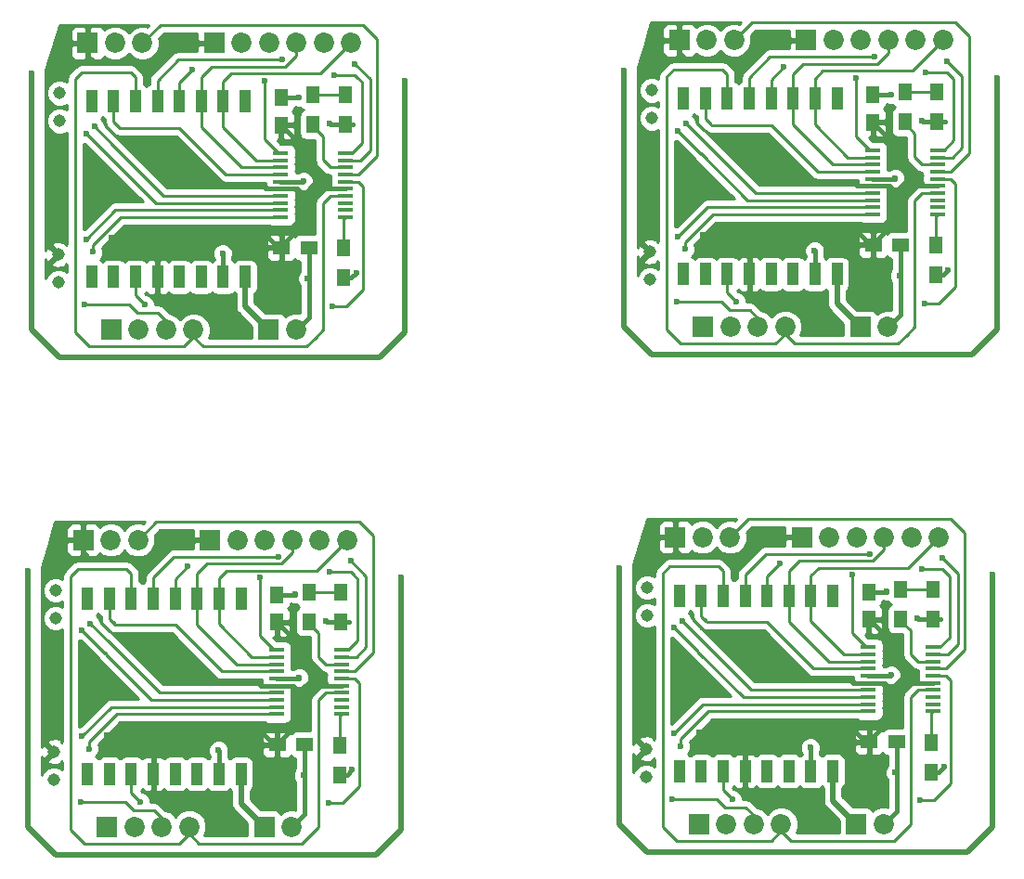
<source format=gtl>
G04 #@! TF.FileFunction,Copper,L1,Top,Signal*
%FSLAX46Y46*%
G04 Gerber Fmt 4.6, Leading zero omitted, Abs format (unit mm)*
G04 Created by KiCad (PCBNEW 4.0.7) date Wed Sep 16 00:54:05 2020*
%MOMM*%
%LPD*%
G01*
G04 APERTURE LIST*
%ADD10C,0.150000*%
%ADD11C,1.143000*%
%ADD12R,1.450000X0.450000*%
%ADD13R,1.300000X1.500000*%
%ADD14R,1.850000X1.850000*%
%ADD15C,1.850000*%
%ADD16R,1.250000X1.500000*%
%ADD17R,1.500000X1.250000*%
%ADD18R,1.000000X2.000000*%
%ADD19C,0.600000*%
%ADD20C,0.400000*%
%ADD21C,0.250000*%
%ADD22C,0.500000*%
%ADD23C,0.254000*%
G04 APERTURE END LIST*
D10*
D11*
X134366000Y-89281000D03*
X134493000Y-74549000D03*
X134493000Y-72009000D03*
X134366000Y-86741000D03*
D12*
X160557000Y-83316000D03*
X160557000Y-82666000D03*
X160557000Y-82016000D03*
X160557000Y-81366000D03*
X160557000Y-80716000D03*
X160557000Y-80066000D03*
X160557000Y-79416000D03*
X160557000Y-78766000D03*
X160557000Y-78116000D03*
X160557000Y-77466000D03*
X154657000Y-77466000D03*
X154657000Y-78116000D03*
X154657000Y-78766000D03*
X154657000Y-79416000D03*
X154657000Y-80066000D03*
X154657000Y-80716000D03*
X154657000Y-81366000D03*
X154657000Y-82016000D03*
X154657000Y-82666000D03*
X154657000Y-83316000D03*
D13*
X160401000Y-86153000D03*
X160401000Y-88853000D03*
X157607000Y-72183000D03*
X157607000Y-74883000D03*
D14*
X153543000Y-93599000D03*
D15*
X156043000Y-93599000D03*
D14*
X148590000Y-67437000D03*
D15*
X151090000Y-67437000D03*
X153590000Y-67437000D03*
X156090000Y-67437000D03*
X158590000Y-67437000D03*
X161090000Y-67437000D03*
D14*
X137033000Y-67437000D03*
D15*
X139533000Y-67437000D03*
X142033000Y-67437000D03*
D14*
X139192000Y-93599000D03*
D15*
X141692000Y-93599000D03*
X144192000Y-93599000D03*
X146692000Y-93599000D03*
D13*
X160528000Y-74883000D03*
X160528000Y-72183000D03*
D16*
X154686000Y-74910000D03*
X154686000Y-72410000D03*
D17*
X154706000Y-86106000D03*
X157206000Y-86106000D03*
D18*
X151399000Y-72772000D03*
X149399000Y-72772000D03*
X147399000Y-72772000D03*
X145399000Y-72772000D03*
X143399000Y-72772000D03*
X141399000Y-72772000D03*
X139399000Y-72772000D03*
X137399000Y-72772000D03*
X137399000Y-88772000D03*
X139399000Y-88772000D03*
X141399000Y-88772000D03*
X143399000Y-88772000D03*
X145399000Y-88772000D03*
X147399000Y-88772000D03*
X149399000Y-88772000D03*
X151399000Y-88772000D03*
X205374000Y-72518000D03*
X203374000Y-72518000D03*
X201374000Y-72518000D03*
X199374000Y-72518000D03*
X197374000Y-72518000D03*
X195374000Y-72518000D03*
X193374000Y-72518000D03*
X191374000Y-72518000D03*
X191374000Y-88518000D03*
X193374000Y-88518000D03*
X195374000Y-88518000D03*
X197374000Y-88518000D03*
X199374000Y-88518000D03*
X201374000Y-88518000D03*
X203374000Y-88518000D03*
X205374000Y-88518000D03*
D17*
X208681000Y-85852000D03*
X211181000Y-85852000D03*
D16*
X208661000Y-74656000D03*
X208661000Y-72156000D03*
D13*
X214503000Y-74629000D03*
X214503000Y-71929000D03*
D14*
X193167000Y-93345000D03*
D15*
X195667000Y-93345000D03*
X198167000Y-93345000D03*
X200667000Y-93345000D03*
D14*
X191008000Y-67183000D03*
D15*
X193508000Y-67183000D03*
X196008000Y-67183000D03*
D14*
X202565000Y-67183000D03*
D15*
X205065000Y-67183000D03*
X207565000Y-67183000D03*
X210065000Y-67183000D03*
X212565000Y-67183000D03*
X215065000Y-67183000D03*
D14*
X207518000Y-93345000D03*
D15*
X210018000Y-93345000D03*
D13*
X211582000Y-71929000D03*
X211582000Y-74629000D03*
X214376000Y-85899000D03*
X214376000Y-88599000D03*
D12*
X214532000Y-83062000D03*
X214532000Y-82412000D03*
X214532000Y-81762000D03*
X214532000Y-81112000D03*
X214532000Y-80462000D03*
X214532000Y-79812000D03*
X214532000Y-79162000D03*
X214532000Y-78512000D03*
X214532000Y-77862000D03*
X214532000Y-77212000D03*
X208632000Y-77212000D03*
X208632000Y-77862000D03*
X208632000Y-78512000D03*
X208632000Y-79162000D03*
X208632000Y-79812000D03*
X208632000Y-80462000D03*
X208632000Y-81112000D03*
X208632000Y-81762000D03*
X208632000Y-82412000D03*
X208632000Y-83062000D03*
D11*
X188341000Y-86487000D03*
X188468000Y-71755000D03*
X188468000Y-74295000D03*
X188341000Y-89027000D03*
X187960000Y-134366000D03*
X188087000Y-119634000D03*
X188087000Y-117094000D03*
X187960000Y-131826000D03*
D12*
X214151000Y-128401000D03*
X214151000Y-127751000D03*
X214151000Y-127101000D03*
X214151000Y-126451000D03*
X214151000Y-125801000D03*
X214151000Y-125151000D03*
X214151000Y-124501000D03*
X214151000Y-123851000D03*
X214151000Y-123201000D03*
X214151000Y-122551000D03*
X208251000Y-122551000D03*
X208251000Y-123201000D03*
X208251000Y-123851000D03*
X208251000Y-124501000D03*
X208251000Y-125151000D03*
X208251000Y-125801000D03*
X208251000Y-126451000D03*
X208251000Y-127101000D03*
X208251000Y-127751000D03*
X208251000Y-128401000D03*
D13*
X213995000Y-131238000D03*
X213995000Y-133938000D03*
X211201000Y-117268000D03*
X211201000Y-119968000D03*
D14*
X207137000Y-138684000D03*
D15*
X209637000Y-138684000D03*
D14*
X202184000Y-112522000D03*
D15*
X204684000Y-112522000D03*
X207184000Y-112522000D03*
X209684000Y-112522000D03*
X212184000Y-112522000D03*
X214684000Y-112522000D03*
D14*
X190627000Y-112522000D03*
D15*
X193127000Y-112522000D03*
X195627000Y-112522000D03*
D14*
X192786000Y-138684000D03*
D15*
X195286000Y-138684000D03*
X197786000Y-138684000D03*
X200286000Y-138684000D03*
D13*
X214122000Y-119968000D03*
X214122000Y-117268000D03*
D16*
X208280000Y-119995000D03*
X208280000Y-117495000D03*
D17*
X208300000Y-131191000D03*
X210800000Y-131191000D03*
D18*
X204993000Y-117857000D03*
X202993000Y-117857000D03*
X200993000Y-117857000D03*
X198993000Y-117857000D03*
X196993000Y-117857000D03*
X194993000Y-117857000D03*
X192993000Y-117857000D03*
X190993000Y-117857000D03*
X190993000Y-133857000D03*
X192993000Y-133857000D03*
X194993000Y-133857000D03*
X196993000Y-133857000D03*
X198993000Y-133857000D03*
X200993000Y-133857000D03*
X202993000Y-133857000D03*
X204993000Y-133857000D03*
X151018000Y-118111000D03*
X149018000Y-118111000D03*
X147018000Y-118111000D03*
X145018000Y-118111000D03*
X143018000Y-118111000D03*
X141018000Y-118111000D03*
X139018000Y-118111000D03*
X137018000Y-118111000D03*
X137018000Y-134111000D03*
X139018000Y-134111000D03*
X141018000Y-134111000D03*
X143018000Y-134111000D03*
X145018000Y-134111000D03*
X147018000Y-134111000D03*
X149018000Y-134111000D03*
X151018000Y-134111000D03*
D17*
X154325000Y-131445000D03*
X156825000Y-131445000D03*
D16*
X154305000Y-120249000D03*
X154305000Y-117749000D03*
D13*
X160147000Y-120222000D03*
X160147000Y-117522000D03*
D14*
X138811000Y-138938000D03*
D15*
X141311000Y-138938000D03*
X143811000Y-138938000D03*
X146311000Y-138938000D03*
D14*
X136652000Y-112776000D03*
D15*
X139152000Y-112776000D03*
X141652000Y-112776000D03*
D14*
X148209000Y-112776000D03*
D15*
X150709000Y-112776000D03*
X153209000Y-112776000D03*
X155709000Y-112776000D03*
X158209000Y-112776000D03*
X160709000Y-112776000D03*
D14*
X153162000Y-138938000D03*
D15*
X155662000Y-138938000D03*
D13*
X157226000Y-117522000D03*
X157226000Y-120222000D03*
X160020000Y-131492000D03*
X160020000Y-134192000D03*
D12*
X160176000Y-128655000D03*
X160176000Y-128005000D03*
X160176000Y-127355000D03*
X160176000Y-126705000D03*
X160176000Y-126055000D03*
X160176000Y-125405000D03*
X160176000Y-124755000D03*
X160176000Y-124105000D03*
X160176000Y-123455000D03*
X160176000Y-122805000D03*
X154276000Y-122805000D03*
X154276000Y-123455000D03*
X154276000Y-124105000D03*
X154276000Y-124755000D03*
X154276000Y-125405000D03*
X154276000Y-126055000D03*
X154276000Y-126705000D03*
X154276000Y-127355000D03*
X154276000Y-128005000D03*
X154276000Y-128655000D03*
D11*
X133985000Y-132080000D03*
X134112000Y-117348000D03*
X134112000Y-119888000D03*
X133985000Y-134620000D03*
D19*
X139192000Y-85217000D03*
X137033000Y-84074000D03*
X191008000Y-83820000D03*
X193167000Y-84963000D03*
X192786000Y-130302000D03*
X190627000Y-129159000D03*
X136652000Y-129413000D03*
X138811000Y-130556000D03*
X156337000Y-72390000D03*
X159131000Y-74803000D03*
X157099000Y-88900000D03*
X161544000Y-88392000D03*
X149352000Y-86614000D03*
X156718000Y-80010000D03*
X210693000Y-79756000D03*
X203327000Y-86360000D03*
X215519000Y-88138000D03*
X211074000Y-88646000D03*
X213106000Y-74549000D03*
X210312000Y-72136000D03*
X209931000Y-117475000D03*
X212725000Y-119888000D03*
X210693000Y-133985000D03*
X215138000Y-133477000D03*
X202946000Y-131699000D03*
X210312000Y-125095000D03*
X156337000Y-125349000D03*
X148971000Y-131953000D03*
X161163000Y-133731000D03*
X156718000Y-134239000D03*
X158750000Y-120142000D03*
X155956000Y-117729000D03*
X137541000Y-86487000D03*
X191516000Y-86233000D03*
X191135000Y-131572000D03*
X137160000Y-131826000D03*
X136779000Y-91313000D03*
X136906000Y-85344000D03*
X190881000Y-85090000D03*
X190754000Y-91059000D03*
X190373000Y-136398000D03*
X190500000Y-130429000D03*
X136525000Y-130683000D03*
X136398000Y-136652000D03*
X153162000Y-70866000D03*
X146558000Y-69850000D03*
X200533000Y-69596000D03*
X207137000Y-70612000D03*
X206756000Y-115951000D03*
X200152000Y-114935000D03*
X146177000Y-115189000D03*
X152781000Y-116205000D03*
X161417000Y-69342000D03*
X215392000Y-69088000D03*
X215011000Y-114427000D03*
X161036000Y-114681000D03*
X165989000Y-70866000D03*
X131953000Y-70231000D03*
X149479000Y-96139000D03*
X203454000Y-95885000D03*
X185928000Y-69977000D03*
X219964000Y-70612000D03*
X219583000Y-115951000D03*
X185547000Y-115316000D03*
X203073000Y-141224000D03*
X149098000Y-141478000D03*
X131572000Y-115570000D03*
X165608000Y-116205000D03*
X159385000Y-91440000D03*
X142240000Y-91313000D03*
X196215000Y-91059000D03*
X213360000Y-91186000D03*
X212979000Y-136525000D03*
X195834000Y-136398000D03*
X141859000Y-136652000D03*
X159004000Y-136779000D03*
X159512000Y-70358000D03*
X154813000Y-68961000D03*
X208788000Y-68707000D03*
X213487000Y-70104000D03*
X213106000Y-115443000D03*
X208407000Y-114046000D03*
X154432000Y-114300000D03*
X159131000Y-115697000D03*
X136906000Y-75692000D03*
X190881000Y-75438000D03*
X190500000Y-120777000D03*
X136525000Y-121031000D03*
X137668000Y-75057000D03*
X191643000Y-74803000D03*
X191262000Y-120142000D03*
X137287000Y-120396000D03*
D20*
X154686000Y-74910000D02*
X154686000Y-75565000D01*
X154706000Y-86106000D02*
X154432000Y-86106000D01*
X154686000Y-74910000D02*
X154686000Y-75184000D01*
X154706000Y-86106000D02*
X154706000Y-85832000D01*
X154706000Y-86106000D02*
X154706000Y-85959000D01*
X154686000Y-74910000D02*
X154686000Y-74930000D01*
X137033000Y-68580000D02*
X137668000Y-69215000D01*
X137668000Y-69215000D02*
X143129000Y-69215000D01*
X143129000Y-69215000D02*
X144907000Y-67437000D01*
X144907000Y-67437000D02*
X148590000Y-67437000D01*
X137033000Y-67437000D02*
X137033000Y-68580000D01*
X144272000Y-85217000D02*
X145288000Y-85217000D01*
X145542000Y-85217000D02*
X145288000Y-85217000D01*
X146177000Y-85217000D02*
X145542000Y-85217000D01*
X154432000Y-86106000D02*
X153543000Y-85217000D01*
X153543000Y-85217000D02*
X146177000Y-85217000D01*
X144272000Y-85217000D02*
X143399000Y-86090000D01*
X144272000Y-85217000D02*
X145542000Y-85217000D01*
X142526000Y-85217000D02*
X141478000Y-85217000D01*
X139192000Y-85217000D02*
X141478000Y-85217000D01*
X143399000Y-86090000D02*
X142526000Y-85217000D01*
X143399000Y-88772000D02*
X143399000Y-86090000D01*
X143399000Y-86090000D02*
X144272000Y-85217000D01*
X157861000Y-80137000D02*
X158440000Y-80716000D01*
X156718000Y-81280000D02*
X156718000Y-83947000D01*
X154706000Y-85959000D02*
X156718000Y-83947000D01*
X157861000Y-80137000D02*
X156718000Y-81280000D01*
X158440000Y-80716000D02*
X157861000Y-80137000D01*
X160557000Y-80716000D02*
X158440000Y-80716000D01*
X157099000Y-78232000D02*
X157861000Y-78994000D01*
X157099000Y-77343000D02*
X157099000Y-78232000D01*
X154686000Y-74930000D02*
X157099000Y-77343000D01*
X158440000Y-80716000D02*
X160557000Y-80716000D01*
X157861000Y-80137000D02*
X158440000Y-80716000D01*
X157861000Y-78994000D02*
X157861000Y-80137000D01*
X156154000Y-80716000D02*
X156718000Y-81280000D01*
X154657000Y-80716000D02*
X156154000Y-80716000D01*
X153233000Y-80716000D02*
X152908000Y-80391000D01*
X154657000Y-80716000D02*
X153233000Y-80716000D01*
X208632000Y-80462000D02*
X207208000Y-80462000D01*
X207208000Y-80462000D02*
X206883000Y-80137000D01*
X208632000Y-80462000D02*
X210129000Y-80462000D01*
X210129000Y-80462000D02*
X210693000Y-81026000D01*
X211836000Y-78740000D02*
X211836000Y-79883000D01*
X211836000Y-79883000D02*
X212415000Y-80462000D01*
X212415000Y-80462000D02*
X214532000Y-80462000D01*
X208661000Y-74676000D02*
X211074000Y-77089000D01*
X211074000Y-77089000D02*
X211074000Y-77978000D01*
X211074000Y-77978000D02*
X211836000Y-78740000D01*
X214532000Y-80462000D02*
X212415000Y-80462000D01*
X212415000Y-80462000D02*
X211836000Y-79883000D01*
X211836000Y-79883000D02*
X210693000Y-81026000D01*
X208681000Y-85705000D02*
X210693000Y-83693000D01*
X210693000Y-81026000D02*
X210693000Y-83693000D01*
X211836000Y-79883000D02*
X212415000Y-80462000D01*
X197374000Y-85836000D02*
X198247000Y-84963000D01*
X197374000Y-88518000D02*
X197374000Y-85836000D01*
X197374000Y-85836000D02*
X196501000Y-84963000D01*
X193167000Y-84963000D02*
X195453000Y-84963000D01*
X196501000Y-84963000D02*
X195453000Y-84963000D01*
X198247000Y-84963000D02*
X199517000Y-84963000D01*
X198247000Y-84963000D02*
X197374000Y-85836000D01*
X207518000Y-84963000D02*
X200152000Y-84963000D01*
X208407000Y-85852000D02*
X207518000Y-84963000D01*
X200152000Y-84963000D02*
X199517000Y-84963000D01*
X199517000Y-84963000D02*
X199263000Y-84963000D01*
X198247000Y-84963000D02*
X199263000Y-84963000D01*
X191008000Y-67183000D02*
X191008000Y-68326000D01*
X198882000Y-67183000D02*
X202565000Y-67183000D01*
X197104000Y-68961000D02*
X198882000Y-67183000D01*
X191643000Y-68961000D02*
X197104000Y-68961000D01*
X191008000Y-68326000D02*
X191643000Y-68961000D01*
X208661000Y-74656000D02*
X208661000Y-74676000D01*
X208681000Y-85852000D02*
X208681000Y-85705000D01*
X208681000Y-85852000D02*
X208681000Y-85578000D01*
X208661000Y-74656000D02*
X208661000Y-74930000D01*
X208681000Y-85852000D02*
X208407000Y-85852000D01*
X208661000Y-74656000D02*
X208661000Y-75311000D01*
X208280000Y-119995000D02*
X208280000Y-120650000D01*
X208300000Y-131191000D02*
X208026000Y-131191000D01*
X208280000Y-119995000D02*
X208280000Y-120269000D01*
X208300000Y-131191000D02*
X208300000Y-130917000D01*
X208300000Y-131191000D02*
X208300000Y-131044000D01*
X208280000Y-119995000D02*
X208280000Y-120015000D01*
X190627000Y-113665000D02*
X191262000Y-114300000D01*
X191262000Y-114300000D02*
X196723000Y-114300000D01*
X196723000Y-114300000D02*
X198501000Y-112522000D01*
X198501000Y-112522000D02*
X202184000Y-112522000D01*
X190627000Y-112522000D02*
X190627000Y-113665000D01*
X197866000Y-130302000D02*
X198882000Y-130302000D01*
X199136000Y-130302000D02*
X198882000Y-130302000D01*
X199771000Y-130302000D02*
X199136000Y-130302000D01*
X208026000Y-131191000D02*
X207137000Y-130302000D01*
X207137000Y-130302000D02*
X199771000Y-130302000D01*
X197866000Y-130302000D02*
X196993000Y-131175000D01*
X197866000Y-130302000D02*
X199136000Y-130302000D01*
X196120000Y-130302000D02*
X195072000Y-130302000D01*
X192786000Y-130302000D02*
X195072000Y-130302000D01*
X196993000Y-131175000D02*
X196120000Y-130302000D01*
X196993000Y-133857000D02*
X196993000Y-131175000D01*
X196993000Y-131175000D02*
X197866000Y-130302000D01*
X211455000Y-125222000D02*
X212034000Y-125801000D01*
X210312000Y-126365000D02*
X210312000Y-129032000D01*
X208300000Y-131044000D02*
X210312000Y-129032000D01*
X211455000Y-125222000D02*
X210312000Y-126365000D01*
X212034000Y-125801000D02*
X211455000Y-125222000D01*
X214151000Y-125801000D02*
X212034000Y-125801000D01*
X210693000Y-123317000D02*
X211455000Y-124079000D01*
X210693000Y-122428000D02*
X210693000Y-123317000D01*
X208280000Y-120015000D02*
X210693000Y-122428000D01*
X212034000Y-125801000D02*
X214151000Y-125801000D01*
X211455000Y-125222000D02*
X212034000Y-125801000D01*
X211455000Y-124079000D02*
X211455000Y-125222000D01*
X209748000Y-125801000D02*
X210312000Y-126365000D01*
X208251000Y-125801000D02*
X209748000Y-125801000D01*
X206827000Y-125801000D02*
X206502000Y-125476000D01*
X208251000Y-125801000D02*
X206827000Y-125801000D01*
X154276000Y-126055000D02*
X152852000Y-126055000D01*
X152852000Y-126055000D02*
X152527000Y-125730000D01*
X154276000Y-126055000D02*
X155773000Y-126055000D01*
X155773000Y-126055000D02*
X156337000Y-126619000D01*
X157480000Y-124333000D02*
X157480000Y-125476000D01*
X157480000Y-125476000D02*
X158059000Y-126055000D01*
X158059000Y-126055000D02*
X160176000Y-126055000D01*
X154305000Y-120269000D02*
X156718000Y-122682000D01*
X156718000Y-122682000D02*
X156718000Y-123571000D01*
X156718000Y-123571000D02*
X157480000Y-124333000D01*
X160176000Y-126055000D02*
X158059000Y-126055000D01*
X158059000Y-126055000D02*
X157480000Y-125476000D01*
X157480000Y-125476000D02*
X156337000Y-126619000D01*
X154325000Y-131298000D02*
X156337000Y-129286000D01*
X156337000Y-126619000D02*
X156337000Y-129286000D01*
X157480000Y-125476000D02*
X158059000Y-126055000D01*
X143018000Y-131429000D02*
X143891000Y-130556000D01*
X143018000Y-134111000D02*
X143018000Y-131429000D01*
X143018000Y-131429000D02*
X142145000Y-130556000D01*
X138811000Y-130556000D02*
X141097000Y-130556000D01*
X142145000Y-130556000D02*
X141097000Y-130556000D01*
X143891000Y-130556000D02*
X145161000Y-130556000D01*
X143891000Y-130556000D02*
X143018000Y-131429000D01*
X153162000Y-130556000D02*
X145796000Y-130556000D01*
X154051000Y-131445000D02*
X153162000Y-130556000D01*
X145796000Y-130556000D02*
X145161000Y-130556000D01*
X145161000Y-130556000D02*
X144907000Y-130556000D01*
X143891000Y-130556000D02*
X144907000Y-130556000D01*
X136652000Y-112776000D02*
X136652000Y-113919000D01*
X144526000Y-112776000D02*
X148209000Y-112776000D01*
X142748000Y-114554000D02*
X144526000Y-112776000D01*
X137287000Y-114554000D02*
X142748000Y-114554000D01*
X136652000Y-113919000D02*
X137287000Y-114554000D01*
X154305000Y-120249000D02*
X154305000Y-120269000D01*
X154325000Y-131445000D02*
X154325000Y-131298000D01*
X154325000Y-131445000D02*
X154325000Y-131171000D01*
X154305000Y-120249000D02*
X154305000Y-120523000D01*
X154325000Y-131445000D02*
X154051000Y-131445000D01*
X154305000Y-120249000D02*
X154305000Y-120904000D01*
X157206000Y-92436000D02*
X156043000Y-93599000D01*
X157206000Y-89027000D02*
X157206000Y-92436000D01*
X157206000Y-86106000D02*
X157206000Y-89027000D01*
X149399000Y-87964000D02*
X149399000Y-88772000D01*
X160528000Y-74883000D02*
X161243000Y-74883000D01*
X161243000Y-74883000D02*
X160528000Y-74883000D01*
X160528000Y-74883000D02*
X161243000Y-74883000D01*
X154686000Y-72410000D02*
X154686000Y-72517000D01*
X156317000Y-72410000D02*
X154686000Y-72410000D01*
X156337000Y-72390000D02*
X156317000Y-72410000D01*
X159211000Y-74883000D02*
X159131000Y-74803000D01*
X160528000Y-74883000D02*
X159211000Y-74883000D01*
X157099000Y-88900000D02*
X157206000Y-88793000D01*
X157206000Y-88793000D02*
X157206000Y-86106000D01*
X161544000Y-88392000D02*
X161083000Y-88853000D01*
X161083000Y-88853000D02*
X160401000Y-88853000D01*
X149399000Y-86661000D02*
X149352000Y-86614000D01*
X149399000Y-88772000D02*
X149399000Y-86661000D01*
X156662000Y-80066000D02*
X156718000Y-80010000D01*
X154657000Y-80066000D02*
X156662000Y-80066000D01*
X208632000Y-79812000D02*
X210637000Y-79812000D01*
X210637000Y-79812000D02*
X210693000Y-79756000D01*
X203374000Y-88518000D02*
X203374000Y-86407000D01*
X203374000Y-86407000D02*
X203327000Y-86360000D01*
X215058000Y-88599000D02*
X214376000Y-88599000D01*
X215519000Y-88138000D02*
X215058000Y-88599000D01*
X211181000Y-88539000D02*
X211181000Y-85852000D01*
X211074000Y-88646000D02*
X211181000Y-88539000D01*
X214503000Y-74629000D02*
X213186000Y-74629000D01*
X213186000Y-74629000D02*
X213106000Y-74549000D01*
X210312000Y-72136000D02*
X210292000Y-72156000D01*
X210292000Y-72156000D02*
X208661000Y-72156000D01*
X208661000Y-72156000D02*
X208661000Y-72263000D01*
X214503000Y-74629000D02*
X215218000Y-74629000D01*
X215218000Y-74629000D02*
X214503000Y-74629000D01*
X214503000Y-74629000D02*
X215218000Y-74629000D01*
X203374000Y-87710000D02*
X203374000Y-88518000D01*
X211181000Y-85852000D02*
X211181000Y-88773000D01*
X211181000Y-88773000D02*
X211181000Y-92182000D01*
X211181000Y-92182000D02*
X210018000Y-93345000D01*
X210800000Y-137521000D02*
X209637000Y-138684000D01*
X210800000Y-134112000D02*
X210800000Y-137521000D01*
X210800000Y-131191000D02*
X210800000Y-134112000D01*
X202993000Y-133049000D02*
X202993000Y-133857000D01*
X214122000Y-119968000D02*
X214837000Y-119968000D01*
X214837000Y-119968000D02*
X214122000Y-119968000D01*
X214122000Y-119968000D02*
X214837000Y-119968000D01*
X208280000Y-117495000D02*
X208280000Y-117602000D01*
X209911000Y-117495000D02*
X208280000Y-117495000D01*
X209931000Y-117475000D02*
X209911000Y-117495000D01*
X212805000Y-119968000D02*
X212725000Y-119888000D01*
X214122000Y-119968000D02*
X212805000Y-119968000D01*
X210693000Y-133985000D02*
X210800000Y-133878000D01*
X210800000Y-133878000D02*
X210800000Y-131191000D01*
X215138000Y-133477000D02*
X214677000Y-133938000D01*
X214677000Y-133938000D02*
X213995000Y-133938000D01*
X202993000Y-131746000D02*
X202946000Y-131699000D01*
X202993000Y-133857000D02*
X202993000Y-131746000D01*
X210256000Y-125151000D02*
X210312000Y-125095000D01*
X208251000Y-125151000D02*
X210256000Y-125151000D01*
X154276000Y-125405000D02*
X156281000Y-125405000D01*
X156281000Y-125405000D02*
X156337000Y-125349000D01*
X149018000Y-134111000D02*
X149018000Y-132000000D01*
X149018000Y-132000000D02*
X148971000Y-131953000D01*
X160702000Y-134192000D02*
X160020000Y-134192000D01*
X161163000Y-133731000D02*
X160702000Y-134192000D01*
X156825000Y-134132000D02*
X156825000Y-131445000D01*
X156718000Y-134239000D02*
X156825000Y-134132000D01*
X160147000Y-120222000D02*
X158830000Y-120222000D01*
X158830000Y-120222000D02*
X158750000Y-120142000D01*
X155956000Y-117729000D02*
X155936000Y-117749000D01*
X155936000Y-117749000D02*
X154305000Y-117749000D01*
X154305000Y-117749000D02*
X154305000Y-117856000D01*
X160147000Y-120222000D02*
X160862000Y-120222000D01*
X160862000Y-120222000D02*
X160147000Y-120222000D01*
X160147000Y-120222000D02*
X160862000Y-120222000D01*
X149018000Y-133303000D02*
X149018000Y-134111000D01*
X156825000Y-131445000D02*
X156825000Y-134366000D01*
X156825000Y-134366000D02*
X156825000Y-137775000D01*
X156825000Y-137775000D02*
X155662000Y-138938000D01*
D21*
X157607000Y-72183000D02*
X160528000Y-72183000D01*
X211582000Y-71929000D02*
X214503000Y-71929000D01*
X211201000Y-117268000D02*
X214122000Y-117268000D01*
X157226000Y-117522000D02*
X160147000Y-117522000D01*
X154657000Y-83316000D02*
X140077000Y-83316000D01*
X140077000Y-83316000D02*
X137541000Y-85852000D01*
X137541000Y-85852000D02*
X137541000Y-86487000D01*
X191516000Y-85598000D02*
X191516000Y-86233000D01*
X194052000Y-83062000D02*
X191516000Y-85598000D01*
X208632000Y-83062000D02*
X194052000Y-83062000D01*
X208251000Y-128401000D02*
X193671000Y-128401000D01*
X193671000Y-128401000D02*
X191135000Y-130937000D01*
X191135000Y-130937000D02*
X191135000Y-131572000D01*
X137160000Y-131191000D02*
X137160000Y-131826000D01*
X139696000Y-128655000D02*
X137160000Y-131191000D01*
X154276000Y-128655000D02*
X139696000Y-128655000D01*
X141605000Y-92075000D02*
X140843000Y-91313000D01*
X140843000Y-91313000D02*
X137668000Y-91313000D01*
X136779000Y-91313000D02*
X137668000Y-91313000D01*
X154657000Y-82666000D02*
X140462000Y-82666000D01*
X143477000Y-92075000D02*
X141605000Y-92075000D01*
X144192000Y-92790000D02*
X143477000Y-92075000D01*
X144192000Y-93599000D02*
X144192000Y-92790000D01*
X140208000Y-82666000D02*
X140451000Y-82666000D01*
X140451000Y-82666000D02*
X140462000Y-82677000D01*
X140462000Y-82677000D02*
X140462000Y-82666000D01*
X136906000Y-85344000D02*
X139584000Y-82666000D01*
X139584000Y-82666000D02*
X140197000Y-82666000D01*
X140197000Y-82666000D02*
X140208000Y-82677000D01*
X140208000Y-82677000D02*
X140208000Y-82666000D01*
X194183000Y-82423000D02*
X194183000Y-82412000D01*
X194172000Y-82412000D02*
X194183000Y-82423000D01*
X193559000Y-82412000D02*
X194172000Y-82412000D01*
X190881000Y-85090000D02*
X193559000Y-82412000D01*
X194437000Y-82423000D02*
X194437000Y-82412000D01*
X194426000Y-82412000D02*
X194437000Y-82423000D01*
X194183000Y-82412000D02*
X194426000Y-82412000D01*
X198167000Y-93345000D02*
X198167000Y-92536000D01*
X198167000Y-92536000D02*
X197452000Y-91821000D01*
X197452000Y-91821000D02*
X195580000Y-91821000D01*
X208632000Y-82412000D02*
X194437000Y-82412000D01*
X190754000Y-91059000D02*
X191643000Y-91059000D01*
X194818000Y-91059000D02*
X191643000Y-91059000D01*
X195580000Y-91821000D02*
X194818000Y-91059000D01*
X195199000Y-137160000D02*
X194437000Y-136398000D01*
X194437000Y-136398000D02*
X191262000Y-136398000D01*
X190373000Y-136398000D02*
X191262000Y-136398000D01*
X208251000Y-127751000D02*
X194056000Y-127751000D01*
X197071000Y-137160000D02*
X195199000Y-137160000D01*
X197786000Y-137875000D02*
X197071000Y-137160000D01*
X197786000Y-138684000D02*
X197786000Y-137875000D01*
X193802000Y-127751000D02*
X194045000Y-127751000D01*
X194045000Y-127751000D02*
X194056000Y-127762000D01*
X194056000Y-127762000D02*
X194056000Y-127751000D01*
X190500000Y-130429000D02*
X193178000Y-127751000D01*
X193178000Y-127751000D02*
X193791000Y-127751000D01*
X193791000Y-127751000D02*
X193802000Y-127762000D01*
X193802000Y-127762000D02*
X193802000Y-127751000D01*
X139827000Y-128016000D02*
X139827000Y-128005000D01*
X139816000Y-128005000D02*
X139827000Y-128016000D01*
X139203000Y-128005000D02*
X139816000Y-128005000D01*
X136525000Y-130683000D02*
X139203000Y-128005000D01*
X140081000Y-128016000D02*
X140081000Y-128005000D01*
X140070000Y-128005000D02*
X140081000Y-128016000D01*
X139827000Y-128005000D02*
X140070000Y-128005000D01*
X143811000Y-138938000D02*
X143811000Y-138129000D01*
X143811000Y-138129000D02*
X143096000Y-137414000D01*
X143096000Y-137414000D02*
X141224000Y-137414000D01*
X154276000Y-128005000D02*
X140081000Y-128005000D01*
X136398000Y-136652000D02*
X137287000Y-136652000D01*
X140462000Y-136652000D02*
X137287000Y-136652000D01*
X141224000Y-137414000D02*
X140462000Y-136652000D01*
X146692000Y-93987000D02*
X146692000Y-93599000D01*
X158496000Y-93599000D02*
X157797500Y-94297500D01*
X141399000Y-72772000D02*
X141399000Y-71803000D01*
X156972000Y-95123000D02*
X149352000Y-95123000D01*
X157797500Y-94297500D02*
X156972000Y-95123000D01*
X145796000Y-95123000D02*
X137160000Y-95123000D01*
X149352000Y-95123000D02*
X147574000Y-95123000D01*
X159172000Y-81366000D02*
X158496000Y-82042000D01*
X160557000Y-81366000D02*
X159172000Y-81366000D01*
X146692000Y-94227000D02*
X145796000Y-95123000D01*
X146692000Y-93599000D02*
X146692000Y-94227000D01*
X146692000Y-94241000D02*
X147574000Y-95123000D01*
X146692000Y-93599000D02*
X146692000Y-94241000D01*
X141399000Y-70533000D02*
X141399000Y-72772000D01*
X141399000Y-70533000D02*
X141399000Y-72772000D01*
X158496000Y-82931000D02*
X158496000Y-93599000D01*
X158496000Y-82042000D02*
X158496000Y-82931000D01*
X137160000Y-95123000D02*
X136398000Y-94361000D01*
X135890000Y-78232000D02*
X135890000Y-77851000D01*
X135890000Y-93853000D02*
X135890000Y-78232000D01*
X136398000Y-94361000D02*
X135890000Y-93853000D01*
X135890000Y-78232000D02*
X135890000Y-71882000D01*
X136525000Y-70104000D02*
X140970000Y-70104000D01*
X140970000Y-70104000D02*
X141399000Y-70533000D01*
X135890000Y-70739000D02*
X136525000Y-70104000D01*
X135890000Y-71882000D02*
X135890000Y-70739000D01*
X189865000Y-71628000D02*
X189865000Y-70485000D01*
X189865000Y-70485000D02*
X190500000Y-69850000D01*
X194945000Y-69850000D02*
X195374000Y-70279000D01*
X190500000Y-69850000D02*
X194945000Y-69850000D01*
X189865000Y-77978000D02*
X189865000Y-71628000D01*
X190373000Y-94107000D02*
X189865000Y-93599000D01*
X189865000Y-93599000D02*
X189865000Y-77978000D01*
X189865000Y-77978000D02*
X189865000Y-77597000D01*
X191135000Y-94869000D02*
X190373000Y-94107000D01*
X212471000Y-81788000D02*
X212471000Y-82677000D01*
X212471000Y-82677000D02*
X212471000Y-93345000D01*
X195374000Y-70279000D02*
X195374000Y-72518000D01*
X195374000Y-70279000D02*
X195374000Y-72518000D01*
X200667000Y-93345000D02*
X200667000Y-93987000D01*
X200667000Y-93987000D02*
X201549000Y-94869000D01*
X200667000Y-93345000D02*
X200667000Y-93973000D01*
X200667000Y-93973000D02*
X199771000Y-94869000D01*
X214532000Y-81112000D02*
X213147000Y-81112000D01*
X213147000Y-81112000D02*
X212471000Y-81788000D01*
X203327000Y-94869000D02*
X201549000Y-94869000D01*
X199771000Y-94869000D02*
X191135000Y-94869000D01*
X211772500Y-94043500D02*
X210947000Y-94869000D01*
X210947000Y-94869000D02*
X203327000Y-94869000D01*
X195374000Y-72518000D02*
X195374000Y-71549000D01*
X212471000Y-93345000D02*
X211772500Y-94043500D01*
X200667000Y-93733000D02*
X200667000Y-93345000D01*
X200286000Y-139072000D02*
X200286000Y-138684000D01*
X212090000Y-138684000D02*
X211391500Y-139382500D01*
X194993000Y-117857000D02*
X194993000Y-116888000D01*
X210566000Y-140208000D02*
X202946000Y-140208000D01*
X211391500Y-139382500D02*
X210566000Y-140208000D01*
X199390000Y-140208000D02*
X190754000Y-140208000D01*
X202946000Y-140208000D02*
X201168000Y-140208000D01*
X212766000Y-126451000D02*
X212090000Y-127127000D01*
X214151000Y-126451000D02*
X212766000Y-126451000D01*
X200286000Y-139312000D02*
X199390000Y-140208000D01*
X200286000Y-138684000D02*
X200286000Y-139312000D01*
X200286000Y-139326000D02*
X201168000Y-140208000D01*
X200286000Y-138684000D02*
X200286000Y-139326000D01*
X194993000Y-115618000D02*
X194993000Y-117857000D01*
X194993000Y-115618000D02*
X194993000Y-117857000D01*
X212090000Y-128016000D02*
X212090000Y-138684000D01*
X212090000Y-127127000D02*
X212090000Y-128016000D01*
X190754000Y-140208000D02*
X189992000Y-139446000D01*
X189484000Y-123317000D02*
X189484000Y-122936000D01*
X189484000Y-138938000D02*
X189484000Y-123317000D01*
X189992000Y-139446000D02*
X189484000Y-138938000D01*
X189484000Y-123317000D02*
X189484000Y-116967000D01*
X190119000Y-115189000D02*
X194564000Y-115189000D01*
X194564000Y-115189000D02*
X194993000Y-115618000D01*
X189484000Y-115824000D02*
X190119000Y-115189000D01*
X189484000Y-116967000D02*
X189484000Y-115824000D01*
X135509000Y-117221000D02*
X135509000Y-116078000D01*
X135509000Y-116078000D02*
X136144000Y-115443000D01*
X140589000Y-115443000D02*
X141018000Y-115872000D01*
X136144000Y-115443000D02*
X140589000Y-115443000D01*
X135509000Y-123571000D02*
X135509000Y-117221000D01*
X136017000Y-139700000D02*
X135509000Y-139192000D01*
X135509000Y-139192000D02*
X135509000Y-123571000D01*
X135509000Y-123571000D02*
X135509000Y-123190000D01*
X136779000Y-140462000D02*
X136017000Y-139700000D01*
X158115000Y-127381000D02*
X158115000Y-128270000D01*
X158115000Y-128270000D02*
X158115000Y-138938000D01*
X141018000Y-115872000D02*
X141018000Y-118111000D01*
X141018000Y-115872000D02*
X141018000Y-118111000D01*
X146311000Y-138938000D02*
X146311000Y-139580000D01*
X146311000Y-139580000D02*
X147193000Y-140462000D01*
X146311000Y-138938000D02*
X146311000Y-139566000D01*
X146311000Y-139566000D02*
X145415000Y-140462000D01*
X160176000Y-126705000D02*
X158791000Y-126705000D01*
X158791000Y-126705000D02*
X158115000Y-127381000D01*
X148971000Y-140462000D02*
X147193000Y-140462000D01*
X145415000Y-140462000D02*
X136779000Y-140462000D01*
X157416500Y-139636500D02*
X156591000Y-140462000D01*
X156591000Y-140462000D02*
X148971000Y-140462000D01*
X141018000Y-118111000D02*
X141018000Y-117142000D01*
X158115000Y-138938000D02*
X157416500Y-139636500D01*
X146311000Y-139326000D02*
X146311000Y-138938000D01*
X163449000Y-67056000D02*
X162179000Y-65786000D01*
X162179000Y-65786000D02*
X143684000Y-65786000D01*
X143684000Y-65786000D02*
X142033000Y-67437000D01*
X160557000Y-79416000D02*
X161757000Y-79416000D01*
X161757000Y-79416000D02*
X163449000Y-77724000D01*
X163449000Y-77724000D02*
X163449000Y-67056000D01*
X217424000Y-77470000D02*
X217424000Y-66802000D01*
X215732000Y-79162000D02*
X217424000Y-77470000D01*
X214532000Y-79162000D02*
X215732000Y-79162000D01*
X197659000Y-65532000D02*
X196008000Y-67183000D01*
X216154000Y-65532000D02*
X197659000Y-65532000D01*
X217424000Y-66802000D02*
X216154000Y-65532000D01*
X217043000Y-112141000D02*
X215773000Y-110871000D01*
X215773000Y-110871000D02*
X197278000Y-110871000D01*
X197278000Y-110871000D02*
X195627000Y-112522000D01*
X214151000Y-124501000D02*
X215351000Y-124501000D01*
X215351000Y-124501000D02*
X217043000Y-122809000D01*
X217043000Y-122809000D02*
X217043000Y-112141000D01*
X163068000Y-123063000D02*
X163068000Y-112395000D01*
X161376000Y-124755000D02*
X163068000Y-123063000D01*
X160176000Y-124755000D02*
X161376000Y-124755000D01*
X143303000Y-111125000D02*
X141652000Y-112776000D01*
X161798000Y-111125000D02*
X143303000Y-111125000D01*
X163068000Y-112395000D02*
X161798000Y-111125000D01*
X153162000Y-76200000D02*
X153162000Y-70866000D01*
X154428000Y-77466000D02*
X153162000Y-76200000D01*
X154657000Y-77466000D02*
X154428000Y-77466000D01*
X145399000Y-71009000D02*
X145399000Y-72772000D01*
X146558000Y-69850000D02*
X145399000Y-71009000D01*
X200533000Y-69596000D02*
X199374000Y-70755000D01*
X199374000Y-70755000D02*
X199374000Y-72518000D01*
X208632000Y-77212000D02*
X208403000Y-77212000D01*
X208403000Y-77212000D02*
X207137000Y-75946000D01*
X207137000Y-75946000D02*
X207137000Y-70612000D01*
X206756000Y-121285000D02*
X206756000Y-115951000D01*
X208022000Y-122551000D02*
X206756000Y-121285000D01*
X208251000Y-122551000D02*
X208022000Y-122551000D01*
X198993000Y-116094000D02*
X198993000Y-117857000D01*
X200152000Y-114935000D02*
X198993000Y-116094000D01*
X146177000Y-115189000D02*
X145018000Y-116348000D01*
X145018000Y-116348000D02*
X145018000Y-118111000D01*
X154276000Y-122805000D02*
X154047000Y-122805000D01*
X154047000Y-122805000D02*
X152781000Y-121539000D01*
X152781000Y-121539000D02*
X152781000Y-116205000D01*
X147399000Y-70533000D02*
X148336000Y-69596000D01*
X148336000Y-69596000D02*
X148844000Y-69596000D01*
X147399000Y-72772000D02*
X147399000Y-70533000D01*
X156090000Y-68573000D02*
X155067000Y-69596000D01*
X155067000Y-69596000D02*
X148844000Y-69596000D01*
X156090000Y-67437000D02*
X156090000Y-68573000D01*
X147399000Y-75136000D02*
X151029000Y-78766000D01*
X151029000Y-78766000D02*
X154657000Y-78766000D01*
X147399000Y-72772000D02*
X147399000Y-75136000D01*
X201374000Y-72518000D02*
X201374000Y-74882000D01*
X205004000Y-78512000D02*
X208632000Y-78512000D01*
X201374000Y-74882000D02*
X205004000Y-78512000D01*
X210065000Y-67183000D02*
X210065000Y-68319000D01*
X209042000Y-69342000D02*
X202819000Y-69342000D01*
X210065000Y-68319000D02*
X209042000Y-69342000D01*
X201374000Y-72518000D02*
X201374000Y-70279000D01*
X202311000Y-69342000D02*
X202819000Y-69342000D01*
X201374000Y-70279000D02*
X202311000Y-69342000D01*
X200993000Y-115618000D02*
X201930000Y-114681000D01*
X201930000Y-114681000D02*
X202438000Y-114681000D01*
X200993000Y-117857000D02*
X200993000Y-115618000D01*
X209684000Y-113658000D02*
X208661000Y-114681000D01*
X208661000Y-114681000D02*
X202438000Y-114681000D01*
X209684000Y-112522000D02*
X209684000Y-113658000D01*
X200993000Y-120221000D02*
X204623000Y-123851000D01*
X204623000Y-123851000D02*
X208251000Y-123851000D01*
X200993000Y-117857000D02*
X200993000Y-120221000D01*
X147018000Y-118111000D02*
X147018000Y-120475000D01*
X150648000Y-124105000D02*
X154276000Y-124105000D01*
X147018000Y-120475000D02*
X150648000Y-124105000D01*
X155709000Y-112776000D02*
X155709000Y-113912000D01*
X154686000Y-114935000D02*
X148463000Y-114935000D01*
X155709000Y-113912000D02*
X154686000Y-114935000D01*
X147018000Y-118111000D02*
X147018000Y-115872000D01*
X147955000Y-114935000D02*
X148463000Y-114935000D01*
X147018000Y-115872000D02*
X147955000Y-114935000D01*
X160568000Y-78105000D02*
X160557000Y-78116000D01*
X162814000Y-71755000D02*
X162814000Y-70739000D01*
X162814000Y-70739000D02*
X161417000Y-69342000D01*
X162814000Y-71755000D02*
X162814000Y-76708000D01*
X161914000Y-78116000D02*
X162814000Y-77216000D01*
X162814000Y-77216000D02*
X162814000Y-76708000D01*
X160557000Y-78116000D02*
X161914000Y-78116000D01*
X214532000Y-77862000D02*
X215889000Y-77862000D01*
X216789000Y-76962000D02*
X216789000Y-76454000D01*
X215889000Y-77862000D02*
X216789000Y-76962000D01*
X216789000Y-71501000D02*
X216789000Y-76454000D01*
X216789000Y-70485000D02*
X215392000Y-69088000D01*
X216789000Y-71501000D02*
X216789000Y-70485000D01*
X214543000Y-77851000D02*
X214532000Y-77862000D01*
X214162000Y-123190000D02*
X214151000Y-123201000D01*
X216408000Y-116840000D02*
X216408000Y-115824000D01*
X216408000Y-115824000D02*
X215011000Y-114427000D01*
X216408000Y-116840000D02*
X216408000Y-121793000D01*
X215508000Y-123201000D02*
X216408000Y-122301000D01*
X216408000Y-122301000D02*
X216408000Y-121793000D01*
X214151000Y-123201000D02*
X215508000Y-123201000D01*
X160176000Y-123455000D02*
X161533000Y-123455000D01*
X162433000Y-122555000D02*
X162433000Y-122047000D01*
X161533000Y-123455000D02*
X162433000Y-122555000D01*
X162433000Y-117094000D02*
X162433000Y-122047000D01*
X162433000Y-116078000D02*
X161036000Y-114681000D01*
X162433000Y-117094000D02*
X162433000Y-116078000D01*
X160187000Y-123444000D02*
X160176000Y-123455000D01*
X158296000Y-70231000D02*
X161090000Y-67437000D01*
X149098000Y-72471000D02*
X149399000Y-72772000D01*
X149399000Y-75104000D02*
X152411000Y-78116000D01*
X152411000Y-78116000D02*
X154657000Y-78116000D01*
X149399000Y-72772000D02*
X149399000Y-75104000D01*
X149399000Y-70946000D02*
X150114000Y-70231000D01*
X149399000Y-72772000D02*
X149399000Y-70946000D01*
X152527000Y-70231000D02*
X158296000Y-70231000D01*
X152273000Y-70231000D02*
X152527000Y-70231000D01*
X150114000Y-70231000D02*
X152273000Y-70231000D01*
X204089000Y-69977000D02*
X206248000Y-69977000D01*
X206248000Y-69977000D02*
X206502000Y-69977000D01*
X206502000Y-69977000D02*
X212271000Y-69977000D01*
X203374000Y-72518000D02*
X203374000Y-70692000D01*
X203374000Y-70692000D02*
X204089000Y-69977000D01*
X203374000Y-72518000D02*
X203374000Y-74850000D01*
X206386000Y-77862000D02*
X208632000Y-77862000D01*
X203374000Y-74850000D02*
X206386000Y-77862000D01*
X203073000Y-72217000D02*
X203374000Y-72518000D01*
X212271000Y-69977000D02*
X215065000Y-67183000D01*
X211890000Y-115316000D02*
X214684000Y-112522000D01*
X202692000Y-117556000D02*
X202993000Y-117857000D01*
X202993000Y-120189000D02*
X206005000Y-123201000D01*
X206005000Y-123201000D02*
X208251000Y-123201000D01*
X202993000Y-117857000D02*
X202993000Y-120189000D01*
X202993000Y-116031000D02*
X203708000Y-115316000D01*
X202993000Y-117857000D02*
X202993000Y-116031000D01*
X206121000Y-115316000D02*
X211890000Y-115316000D01*
X205867000Y-115316000D02*
X206121000Y-115316000D01*
X203708000Y-115316000D02*
X205867000Y-115316000D01*
X149733000Y-115570000D02*
X151892000Y-115570000D01*
X151892000Y-115570000D02*
X152146000Y-115570000D01*
X152146000Y-115570000D02*
X157915000Y-115570000D01*
X149018000Y-118111000D02*
X149018000Y-116285000D01*
X149018000Y-116285000D02*
X149733000Y-115570000D01*
X149018000Y-118111000D02*
X149018000Y-120443000D01*
X152030000Y-123455000D02*
X154276000Y-123455000D01*
X149018000Y-120443000D02*
X152030000Y-123455000D01*
X148717000Y-117810000D02*
X149018000Y-118111000D01*
X157915000Y-115570000D02*
X160709000Y-112776000D01*
D22*
X151399000Y-91455000D02*
X153543000Y-93599000D01*
X151399000Y-88772000D02*
X151399000Y-91455000D01*
X165989000Y-93853000D02*
X165989000Y-70866000D01*
X163703000Y-96139000D02*
X165989000Y-93853000D01*
X149479000Y-96139000D02*
X163703000Y-96139000D01*
X131953000Y-93599000D02*
X131953000Y-70231000D01*
X134493000Y-96139000D02*
X131953000Y-93599000D01*
X149479000Y-96139000D02*
X134493000Y-96139000D01*
X203454000Y-95885000D02*
X188468000Y-95885000D01*
X188468000Y-95885000D02*
X185928000Y-93345000D01*
X185928000Y-93345000D02*
X185928000Y-69977000D01*
X203454000Y-95885000D02*
X217678000Y-95885000D01*
X217678000Y-95885000D02*
X219964000Y-93599000D01*
X219964000Y-93599000D02*
X219964000Y-70612000D01*
X205374000Y-88518000D02*
X205374000Y-91201000D01*
X205374000Y-91201000D02*
X207518000Y-93345000D01*
X204993000Y-136540000D02*
X207137000Y-138684000D01*
X204993000Y-133857000D02*
X204993000Y-136540000D01*
X219583000Y-138938000D02*
X219583000Y-115951000D01*
X217297000Y-141224000D02*
X219583000Y-138938000D01*
X203073000Y-141224000D02*
X217297000Y-141224000D01*
X185547000Y-138684000D02*
X185547000Y-115316000D01*
X188087000Y-141224000D02*
X185547000Y-138684000D01*
X203073000Y-141224000D02*
X188087000Y-141224000D01*
X149098000Y-141478000D02*
X134112000Y-141478000D01*
X134112000Y-141478000D02*
X131572000Y-138938000D01*
X131572000Y-138938000D02*
X131572000Y-115570000D01*
X149098000Y-141478000D02*
X163322000Y-141478000D01*
X163322000Y-141478000D02*
X165608000Y-139192000D01*
X165608000Y-139192000D02*
X165608000Y-116205000D01*
X151018000Y-134111000D02*
X151018000Y-136794000D01*
X151018000Y-136794000D02*
X153162000Y-138938000D01*
D21*
X160531000Y-78740000D02*
X160557000Y-78766000D01*
X159157000Y-78766000D02*
X160557000Y-78766000D01*
X157607000Y-75057000D02*
X157607000Y-74883000D01*
X158496000Y-75946000D02*
X157607000Y-75057000D01*
X158496000Y-77724000D02*
X158496000Y-75946000D01*
X158496000Y-77724000D02*
X158496000Y-78105000D01*
X158496000Y-78105000D02*
X159157000Y-78766000D01*
X212471000Y-77851000D02*
X213132000Y-78512000D01*
X212471000Y-77470000D02*
X212471000Y-77851000D01*
X212471000Y-77470000D02*
X212471000Y-75692000D01*
X212471000Y-75692000D02*
X211582000Y-74803000D01*
X211582000Y-74803000D02*
X211582000Y-74629000D01*
X213132000Y-78512000D02*
X214532000Y-78512000D01*
X214506000Y-78486000D02*
X214532000Y-78512000D01*
X214125000Y-123825000D02*
X214151000Y-123851000D01*
X212751000Y-123851000D02*
X214151000Y-123851000D01*
X211201000Y-120142000D02*
X211201000Y-119968000D01*
X212090000Y-121031000D02*
X211201000Y-120142000D01*
X212090000Y-122809000D02*
X212090000Y-121031000D01*
X212090000Y-122809000D02*
X212090000Y-123190000D01*
X212090000Y-123190000D02*
X212751000Y-123851000D01*
X158115000Y-123444000D02*
X158776000Y-124105000D01*
X158115000Y-123063000D02*
X158115000Y-123444000D01*
X158115000Y-123063000D02*
X158115000Y-121285000D01*
X158115000Y-121285000D02*
X157226000Y-120396000D01*
X157226000Y-120396000D02*
X157226000Y-120222000D01*
X158776000Y-124105000D02*
X160176000Y-124105000D01*
X160150000Y-124079000D02*
X160176000Y-124105000D01*
X160401000Y-83472000D02*
X160557000Y-83316000D01*
X160401000Y-86153000D02*
X160401000Y-83472000D01*
X214376000Y-85899000D02*
X214376000Y-83218000D01*
X214376000Y-83218000D02*
X214532000Y-83062000D01*
X213995000Y-128557000D02*
X214151000Y-128401000D01*
X213995000Y-131238000D02*
X213995000Y-128557000D01*
X160020000Y-131492000D02*
X160020000Y-128811000D01*
X160020000Y-128811000D02*
X160176000Y-128655000D01*
X141399000Y-90297000D02*
X141399000Y-88772000D01*
X162179000Y-81026000D02*
X162179000Y-88900000D01*
X159385000Y-91440000D02*
X160655000Y-91440000D01*
X160655000Y-91440000D02*
X162179000Y-89916000D01*
X162179000Y-89916000D02*
X162179000Y-88900000D01*
X141399000Y-90472000D02*
X142240000Y-91313000D01*
X141399000Y-90297000D02*
X141399000Y-90472000D01*
X161742000Y-80066000D02*
X162179000Y-80503000D01*
X162179000Y-80503000D02*
X162179000Y-81026000D01*
X160557000Y-80066000D02*
X161742000Y-80066000D01*
X214532000Y-79812000D02*
X215717000Y-79812000D01*
X216154000Y-80249000D02*
X216154000Y-80772000D01*
X215717000Y-79812000D02*
X216154000Y-80249000D01*
X195374000Y-90043000D02*
X195374000Y-90218000D01*
X195374000Y-90218000D02*
X196215000Y-91059000D01*
X216154000Y-89662000D02*
X216154000Y-88646000D01*
X214630000Y-91186000D02*
X216154000Y-89662000D01*
X213360000Y-91186000D02*
X214630000Y-91186000D01*
X216154000Y-80772000D02*
X216154000Y-88646000D01*
X195374000Y-90043000D02*
X195374000Y-88518000D01*
X194993000Y-135382000D02*
X194993000Y-133857000D01*
X215773000Y-126111000D02*
X215773000Y-133985000D01*
X212979000Y-136525000D02*
X214249000Y-136525000D01*
X214249000Y-136525000D02*
X215773000Y-135001000D01*
X215773000Y-135001000D02*
X215773000Y-133985000D01*
X194993000Y-135557000D02*
X195834000Y-136398000D01*
X194993000Y-135382000D02*
X194993000Y-135557000D01*
X215336000Y-125151000D02*
X215773000Y-125588000D01*
X215773000Y-125588000D02*
X215773000Y-126111000D01*
X214151000Y-125151000D02*
X215336000Y-125151000D01*
X160176000Y-125405000D02*
X161361000Y-125405000D01*
X161798000Y-125842000D02*
X161798000Y-126365000D01*
X161361000Y-125405000D02*
X161798000Y-125842000D01*
X141018000Y-135636000D02*
X141018000Y-135811000D01*
X141018000Y-135811000D02*
X141859000Y-136652000D01*
X161798000Y-135255000D02*
X161798000Y-134239000D01*
X160274000Y-136779000D02*
X161798000Y-135255000D01*
X159004000Y-136779000D02*
X160274000Y-136779000D01*
X161798000Y-126365000D02*
X161798000Y-134239000D01*
X141018000Y-135636000D02*
X141018000Y-134111000D01*
X160557000Y-77466000D02*
X160913000Y-77466000D01*
X160557000Y-77466000D02*
X161167000Y-77466000D01*
X161167000Y-77466000D02*
X160557000Y-77466000D01*
X162052000Y-76581000D02*
X161167000Y-77466000D01*
X143399000Y-72772000D02*
X143399000Y-71866000D01*
X162052000Y-70993000D02*
X162052000Y-76581000D01*
X161671000Y-70612000D02*
X162052000Y-70993000D01*
X161671000Y-70612000D02*
X161417000Y-70358000D01*
X161417000Y-70358000D02*
X159512000Y-70358000D01*
X146685000Y-68961000D02*
X154813000Y-68961000D01*
X145288000Y-68961000D02*
X143399000Y-70850000D01*
X143399000Y-70850000D02*
X143399000Y-72772000D01*
X146685000Y-68961000D02*
X145288000Y-68961000D01*
X200660000Y-68707000D02*
X199263000Y-68707000D01*
X197374000Y-70596000D02*
X197374000Y-72518000D01*
X199263000Y-68707000D02*
X197374000Y-70596000D01*
X200660000Y-68707000D02*
X208788000Y-68707000D01*
X215392000Y-70104000D02*
X213487000Y-70104000D01*
X215646000Y-70358000D02*
X215392000Y-70104000D01*
X215646000Y-70358000D02*
X216027000Y-70739000D01*
X216027000Y-70739000D02*
X216027000Y-76327000D01*
X197374000Y-72518000D02*
X197374000Y-71612000D01*
X216027000Y-76327000D02*
X215142000Y-77212000D01*
X215142000Y-77212000D02*
X214532000Y-77212000D01*
X214532000Y-77212000D02*
X215142000Y-77212000D01*
X214532000Y-77212000D02*
X214888000Y-77212000D01*
X214151000Y-122551000D02*
X214507000Y-122551000D01*
X214151000Y-122551000D02*
X214761000Y-122551000D01*
X214761000Y-122551000D02*
X214151000Y-122551000D01*
X215646000Y-121666000D02*
X214761000Y-122551000D01*
X196993000Y-117857000D02*
X196993000Y-116951000D01*
X215646000Y-116078000D02*
X215646000Y-121666000D01*
X215265000Y-115697000D02*
X215646000Y-116078000D01*
X215265000Y-115697000D02*
X215011000Y-115443000D01*
X215011000Y-115443000D02*
X213106000Y-115443000D01*
X200279000Y-114046000D02*
X208407000Y-114046000D01*
X198882000Y-114046000D02*
X196993000Y-115935000D01*
X196993000Y-115935000D02*
X196993000Y-117857000D01*
X200279000Y-114046000D02*
X198882000Y-114046000D01*
X146304000Y-114300000D02*
X144907000Y-114300000D01*
X143018000Y-116189000D02*
X143018000Y-118111000D01*
X144907000Y-114300000D02*
X143018000Y-116189000D01*
X146304000Y-114300000D02*
X154432000Y-114300000D01*
X161036000Y-115697000D02*
X159131000Y-115697000D01*
X161290000Y-115951000D02*
X161036000Y-115697000D01*
X161290000Y-115951000D02*
X161671000Y-116332000D01*
X161671000Y-116332000D02*
X161671000Y-121920000D01*
X143018000Y-118111000D02*
X143018000Y-117205000D01*
X161671000Y-121920000D02*
X160786000Y-122805000D01*
X160786000Y-122805000D02*
X160176000Y-122805000D01*
X160176000Y-122805000D02*
X160786000Y-122805000D01*
X160176000Y-122805000D02*
X160532000Y-122805000D01*
X139399000Y-74629000D02*
X139399000Y-72772000D01*
X139827000Y-75057000D02*
X139399000Y-74629000D01*
X154657000Y-79416000D02*
X151384000Y-79416000D01*
X139827000Y-74930000D02*
X139827000Y-75057000D01*
X139827000Y-75057000D02*
X139827000Y-74930000D01*
X149647000Y-79416000D02*
X145415000Y-75184000D01*
X145415000Y-75184000D02*
X139954000Y-75184000D01*
X139954000Y-75184000D02*
X139827000Y-75057000D01*
X151384000Y-79416000D02*
X149647000Y-79416000D01*
X205359000Y-79162000D02*
X203622000Y-79162000D01*
X193929000Y-74930000D02*
X193802000Y-74803000D01*
X199390000Y-74930000D02*
X193929000Y-74930000D01*
X203622000Y-79162000D02*
X199390000Y-74930000D01*
X193802000Y-74803000D02*
X193802000Y-74676000D01*
X193802000Y-74676000D02*
X193802000Y-74803000D01*
X208632000Y-79162000D02*
X205359000Y-79162000D01*
X193802000Y-74803000D02*
X193374000Y-74375000D01*
X193374000Y-74375000D02*
X193374000Y-72518000D01*
X192993000Y-119714000D02*
X192993000Y-117857000D01*
X193421000Y-120142000D02*
X192993000Y-119714000D01*
X208251000Y-124501000D02*
X204978000Y-124501000D01*
X193421000Y-120015000D02*
X193421000Y-120142000D01*
X193421000Y-120142000D02*
X193421000Y-120015000D01*
X203241000Y-124501000D02*
X199009000Y-120269000D01*
X199009000Y-120269000D02*
X193548000Y-120269000D01*
X193548000Y-120269000D02*
X193421000Y-120142000D01*
X204978000Y-124501000D02*
X203241000Y-124501000D01*
X151003000Y-124755000D02*
X149266000Y-124755000D01*
X139573000Y-120523000D02*
X139446000Y-120396000D01*
X145034000Y-120523000D02*
X139573000Y-120523000D01*
X149266000Y-124755000D02*
X145034000Y-120523000D01*
X139446000Y-120396000D02*
X139446000Y-120269000D01*
X139446000Y-120269000D02*
X139446000Y-120396000D01*
X154276000Y-124755000D02*
X151003000Y-124755000D01*
X139446000Y-120396000D02*
X139018000Y-119968000D01*
X139018000Y-119968000D02*
X139018000Y-118111000D01*
X139065000Y-77851000D02*
X143230000Y-82016000D01*
X143230000Y-82016000D02*
X143383000Y-82016000D01*
X143383000Y-82016000D02*
X154657000Y-82016000D01*
X136906000Y-75692000D02*
X139001500Y-77787500D01*
X139001500Y-77787500D02*
X139065000Y-77724000D01*
X139065000Y-77724000D02*
X139065000Y-77851000D01*
X193040000Y-77470000D02*
X193040000Y-77597000D01*
X192976500Y-77533500D02*
X193040000Y-77470000D01*
X190881000Y-75438000D02*
X192976500Y-77533500D01*
X197358000Y-81762000D02*
X208632000Y-81762000D01*
X197205000Y-81762000D02*
X197358000Y-81762000D01*
X193040000Y-77597000D02*
X197205000Y-81762000D01*
X192659000Y-122936000D02*
X196824000Y-127101000D01*
X196824000Y-127101000D02*
X196977000Y-127101000D01*
X196977000Y-127101000D02*
X208251000Y-127101000D01*
X190500000Y-120777000D02*
X192595500Y-122872500D01*
X192595500Y-122872500D02*
X192659000Y-122809000D01*
X192659000Y-122809000D02*
X192659000Y-122936000D01*
X138684000Y-123063000D02*
X138684000Y-123190000D01*
X138620500Y-123126500D02*
X138684000Y-123063000D01*
X136525000Y-121031000D02*
X138620500Y-123126500D01*
X143002000Y-127355000D02*
X154276000Y-127355000D01*
X142849000Y-127355000D02*
X143002000Y-127355000D01*
X138684000Y-123190000D02*
X142849000Y-127355000D01*
X139382500Y-76771500D02*
X143977000Y-81366000D01*
X143977000Y-81366000D02*
X145415000Y-81366000D01*
X145415000Y-81366000D02*
X154657000Y-81366000D01*
X139382500Y-76771500D02*
X137668000Y-75057000D01*
X193357500Y-76517500D02*
X191643000Y-74803000D01*
X199390000Y-81112000D02*
X208632000Y-81112000D01*
X197952000Y-81112000D02*
X199390000Y-81112000D01*
X193357500Y-76517500D02*
X197952000Y-81112000D01*
X192976500Y-121856500D02*
X197571000Y-126451000D01*
X197571000Y-126451000D02*
X199009000Y-126451000D01*
X199009000Y-126451000D02*
X208251000Y-126451000D01*
X192976500Y-121856500D02*
X191262000Y-120142000D01*
X139001500Y-122110500D02*
X137287000Y-120396000D01*
X145034000Y-126705000D02*
X154276000Y-126705000D01*
X143596000Y-126705000D02*
X145034000Y-126705000D01*
X139001500Y-122110500D02*
X143596000Y-126705000D01*
D23*
G36*
X155769201Y-118663838D02*
X156073727Y-118664103D01*
X156111910Y-118723441D01*
X156324110Y-118868431D01*
X156337197Y-118871081D01*
X156124559Y-119007910D01*
X155979569Y-119220110D01*
X155928560Y-119472000D01*
X155928560Y-120972000D01*
X155972838Y-121207317D01*
X156111910Y-121423441D01*
X156324110Y-121568431D01*
X156576000Y-121619440D01*
X157355000Y-121619440D01*
X157355000Y-123444000D01*
X157412852Y-123734839D01*
X157577599Y-123981401D01*
X158238599Y-124642401D01*
X158485161Y-124807148D01*
X158776000Y-124865000D01*
X158803560Y-124865000D01*
X158803560Y-124980000D01*
X158823067Y-125083671D01*
X158803560Y-125180000D01*
X158803560Y-125630000D01*
X158816980Y-125701323D01*
X158816000Y-125703690D01*
X158816000Y-125783750D01*
X158836312Y-125804062D01*
X158847838Y-125865317D01*
X158888172Y-125927998D01*
X158816000Y-125927998D01*
X158816000Y-125945000D01*
X158791000Y-125945000D01*
X158500160Y-126002852D01*
X158253599Y-126167599D01*
X157577599Y-126843599D01*
X157412852Y-127090161D01*
X157355000Y-127381000D01*
X157355000Y-130172560D01*
X156075000Y-130172560D01*
X155839683Y-130216838D01*
X155623559Y-130355910D01*
X155577031Y-130424006D01*
X155434698Y-130281673D01*
X155201309Y-130185000D01*
X154610750Y-130185000D01*
X154452000Y-130343750D01*
X154452000Y-131318000D01*
X154472000Y-131318000D01*
X154472000Y-131572000D01*
X154452000Y-131572000D01*
X154452000Y-132546250D01*
X154610750Y-132705000D01*
X155201309Y-132705000D01*
X155434698Y-132608327D01*
X155575936Y-132467090D01*
X155610910Y-132521441D01*
X155823110Y-132666431D01*
X155990000Y-132700227D01*
X155990000Y-133644593D01*
X155925808Y-133708673D01*
X155783162Y-134052201D01*
X155782838Y-134424167D01*
X155924883Y-134767943D01*
X155990000Y-134833174D01*
X155990000Y-137385055D01*
X155973664Y-137378272D01*
X155353058Y-137377730D01*
X154779486Y-137614725D01*
X154661251Y-137732754D01*
X154551090Y-137561559D01*
X154338890Y-137416569D01*
X154087000Y-137365560D01*
X152841139Y-137365560D01*
X151903000Y-136427420D01*
X151903000Y-135617844D01*
X151969441Y-135575090D01*
X152114431Y-135362890D01*
X152165440Y-135111000D01*
X152165440Y-133111000D01*
X152121162Y-132875683D01*
X151982090Y-132659559D01*
X151769890Y-132514569D01*
X151518000Y-132463560D01*
X150518000Y-132463560D01*
X150282683Y-132507838D01*
X150066559Y-132646910D01*
X150018866Y-132716711D01*
X149982090Y-132659559D01*
X149853000Y-132571356D01*
X149853000Y-132267046D01*
X149905838Y-132139799D01*
X149906162Y-131767833D01*
X149890840Y-131730750D01*
X152940000Y-131730750D01*
X152940000Y-132196310D01*
X153036673Y-132429699D01*
X153215302Y-132608327D01*
X153448691Y-132705000D01*
X154039250Y-132705000D01*
X154198000Y-132546250D01*
X154198000Y-131572000D01*
X153098750Y-131572000D01*
X152940000Y-131730750D01*
X149890840Y-131730750D01*
X149764117Y-131424057D01*
X149501327Y-131160808D01*
X149157799Y-131018162D01*
X148785833Y-131017838D01*
X148442057Y-131159883D01*
X148178808Y-131422673D01*
X148036162Y-131766201D01*
X148035838Y-132138167D01*
X148177883Y-132481943D01*
X148183000Y-132487069D01*
X148183000Y-132571982D01*
X148066559Y-132646910D01*
X148018866Y-132716711D01*
X147982090Y-132659559D01*
X147769890Y-132514569D01*
X147518000Y-132463560D01*
X146518000Y-132463560D01*
X146282683Y-132507838D01*
X146066559Y-132646910D01*
X146018866Y-132716711D01*
X145982090Y-132659559D01*
X145769890Y-132514569D01*
X145518000Y-132463560D01*
X144518000Y-132463560D01*
X144282683Y-132507838D01*
X144066559Y-132646910D01*
X144020031Y-132715006D01*
X143877699Y-132572673D01*
X143644310Y-132476000D01*
X143303750Y-132476000D01*
X143145000Y-132634750D01*
X143145000Y-133984000D01*
X143165000Y-133984000D01*
X143165000Y-134238000D01*
X143145000Y-134238000D01*
X143145000Y-135587250D01*
X143303750Y-135746000D01*
X143644310Y-135746000D01*
X143877699Y-135649327D01*
X144018936Y-135508089D01*
X144053910Y-135562441D01*
X144266110Y-135707431D01*
X144518000Y-135758440D01*
X145518000Y-135758440D01*
X145753317Y-135714162D01*
X145969441Y-135575090D01*
X146017134Y-135505289D01*
X146053910Y-135562441D01*
X146266110Y-135707431D01*
X146518000Y-135758440D01*
X147518000Y-135758440D01*
X147753317Y-135714162D01*
X147969441Y-135575090D01*
X148017134Y-135505289D01*
X148053910Y-135562441D01*
X148266110Y-135707431D01*
X148518000Y-135758440D01*
X149518000Y-135758440D01*
X149753317Y-135714162D01*
X149969441Y-135575090D01*
X150017134Y-135505289D01*
X150053910Y-135562441D01*
X150133000Y-135616481D01*
X150133000Y-136793995D01*
X150132999Y-136794000D01*
X150162041Y-136940000D01*
X150200367Y-137132675D01*
X150364107Y-137377730D01*
X150392210Y-137419790D01*
X151589560Y-138617139D01*
X151589560Y-139702000D01*
X147682902Y-139702000D01*
X147870728Y-139249664D01*
X147871270Y-138629058D01*
X147634275Y-138055486D01*
X147195823Y-137616268D01*
X146622664Y-137378272D01*
X146002058Y-137377730D01*
X145428486Y-137614725D01*
X145060744Y-137981826D01*
X144695823Y-137616268D01*
X144143886Y-137387084D01*
X143633401Y-136876599D01*
X143386839Y-136711852D01*
X143096000Y-136654000D01*
X142793999Y-136654000D01*
X142794162Y-136466833D01*
X142652117Y-136123057D01*
X142389327Y-135859808D01*
X142045799Y-135717162D01*
X141998923Y-135717121D01*
X141900959Y-135619157D01*
X141969441Y-135575090D01*
X142015969Y-135506994D01*
X142158301Y-135649327D01*
X142391690Y-135746000D01*
X142732250Y-135746000D01*
X142891000Y-135587250D01*
X142891000Y-134238000D01*
X142871000Y-134238000D01*
X142871000Y-133984000D01*
X142891000Y-133984000D01*
X142891000Y-132634750D01*
X142732250Y-132476000D01*
X142391690Y-132476000D01*
X142158301Y-132572673D01*
X142017064Y-132713911D01*
X141982090Y-132659559D01*
X141769890Y-132514569D01*
X141518000Y-132463560D01*
X140518000Y-132463560D01*
X140282683Y-132507838D01*
X140066559Y-132646910D01*
X140018866Y-132716711D01*
X139982090Y-132659559D01*
X139769890Y-132514569D01*
X139518000Y-132463560D01*
X138518000Y-132463560D01*
X138282683Y-132507838D01*
X138066559Y-132646910D01*
X138018866Y-132716711D01*
X137982090Y-132659559D01*
X137784009Y-132524216D01*
X137952192Y-132356327D01*
X138094838Y-132012799D01*
X138095162Y-131640833D01*
X138004467Y-131421335D01*
X138732112Y-130693690D01*
X152940000Y-130693690D01*
X152940000Y-131159250D01*
X153098750Y-131318000D01*
X154198000Y-131318000D01*
X154198000Y-130343750D01*
X154039250Y-130185000D01*
X153448691Y-130185000D01*
X153215302Y-130281673D01*
X153036673Y-130460301D01*
X152940000Y-130693690D01*
X138732112Y-130693690D01*
X140010802Y-129415000D01*
X153209203Y-129415000D01*
X153299110Y-129476431D01*
X153551000Y-129527440D01*
X155001000Y-129527440D01*
X155236317Y-129483162D01*
X155452441Y-129344090D01*
X155597431Y-129131890D01*
X155648440Y-128880000D01*
X155648440Y-128430000D01*
X155628933Y-128326329D01*
X155648440Y-128230000D01*
X155648440Y-127780000D01*
X155628933Y-127676329D01*
X155648440Y-127580000D01*
X155648440Y-127130000D01*
X155628933Y-127026329D01*
X155648440Y-126930000D01*
X155648440Y-126480000D01*
X155635020Y-126408677D01*
X155636000Y-126406310D01*
X155636000Y-126326250D01*
X155615688Y-126305938D01*
X155604162Y-126244683D01*
X155601149Y-126240000D01*
X156044628Y-126240000D01*
X156150201Y-126283838D01*
X156522167Y-126284162D01*
X156865943Y-126142117D01*
X157129192Y-125879327D01*
X157271838Y-125535799D01*
X157272162Y-125163833D01*
X157130117Y-124820057D01*
X156867327Y-124556808D01*
X156523799Y-124414162D01*
X156151833Y-124413838D01*
X155808057Y-124555883D01*
X155793915Y-124570000D01*
X155648440Y-124570000D01*
X155648440Y-124530000D01*
X155628933Y-124426329D01*
X155648440Y-124330000D01*
X155648440Y-123880000D01*
X155628933Y-123776329D01*
X155648440Y-123680000D01*
X155648440Y-123230000D01*
X155628933Y-123126329D01*
X155648440Y-123030000D01*
X155648440Y-122580000D01*
X155604162Y-122344683D01*
X155465090Y-122128559D01*
X155252890Y-121983569D01*
X155001000Y-121932560D01*
X154249362Y-121932560D01*
X153950802Y-121634000D01*
X154019250Y-121634000D01*
X154178000Y-121475250D01*
X154178000Y-120376000D01*
X154432000Y-120376000D01*
X154432000Y-121475250D01*
X154590750Y-121634000D01*
X155056310Y-121634000D01*
X155289699Y-121537327D01*
X155468327Y-121358698D01*
X155565000Y-121125309D01*
X155565000Y-120534750D01*
X155406250Y-120376000D01*
X154432000Y-120376000D01*
X154178000Y-120376000D01*
X154158000Y-120376000D01*
X154158000Y-120122000D01*
X154178000Y-120122000D01*
X154178000Y-120102000D01*
X154432000Y-120102000D01*
X154432000Y-120122000D01*
X155406250Y-120122000D01*
X155565000Y-119963250D01*
X155565000Y-119372691D01*
X155468327Y-119139302D01*
X155327090Y-118998064D01*
X155381441Y-118963090D01*
X155526431Y-118750890D01*
X155560227Y-118584000D01*
X155576931Y-118584000D01*
X155769201Y-118663838D01*
X155769201Y-118663838D01*
G37*
X155769201Y-118663838D02*
X156073727Y-118664103D01*
X156111910Y-118723441D01*
X156324110Y-118868431D01*
X156337197Y-118871081D01*
X156124559Y-119007910D01*
X155979569Y-119220110D01*
X155928560Y-119472000D01*
X155928560Y-120972000D01*
X155972838Y-121207317D01*
X156111910Y-121423441D01*
X156324110Y-121568431D01*
X156576000Y-121619440D01*
X157355000Y-121619440D01*
X157355000Y-123444000D01*
X157412852Y-123734839D01*
X157577599Y-123981401D01*
X158238599Y-124642401D01*
X158485161Y-124807148D01*
X158776000Y-124865000D01*
X158803560Y-124865000D01*
X158803560Y-124980000D01*
X158823067Y-125083671D01*
X158803560Y-125180000D01*
X158803560Y-125630000D01*
X158816980Y-125701323D01*
X158816000Y-125703690D01*
X158816000Y-125783750D01*
X158836312Y-125804062D01*
X158847838Y-125865317D01*
X158888172Y-125927998D01*
X158816000Y-125927998D01*
X158816000Y-125945000D01*
X158791000Y-125945000D01*
X158500160Y-126002852D01*
X158253599Y-126167599D01*
X157577599Y-126843599D01*
X157412852Y-127090161D01*
X157355000Y-127381000D01*
X157355000Y-130172560D01*
X156075000Y-130172560D01*
X155839683Y-130216838D01*
X155623559Y-130355910D01*
X155577031Y-130424006D01*
X155434698Y-130281673D01*
X155201309Y-130185000D01*
X154610750Y-130185000D01*
X154452000Y-130343750D01*
X154452000Y-131318000D01*
X154472000Y-131318000D01*
X154472000Y-131572000D01*
X154452000Y-131572000D01*
X154452000Y-132546250D01*
X154610750Y-132705000D01*
X155201309Y-132705000D01*
X155434698Y-132608327D01*
X155575936Y-132467090D01*
X155610910Y-132521441D01*
X155823110Y-132666431D01*
X155990000Y-132700227D01*
X155990000Y-133644593D01*
X155925808Y-133708673D01*
X155783162Y-134052201D01*
X155782838Y-134424167D01*
X155924883Y-134767943D01*
X155990000Y-134833174D01*
X155990000Y-137385055D01*
X155973664Y-137378272D01*
X155353058Y-137377730D01*
X154779486Y-137614725D01*
X154661251Y-137732754D01*
X154551090Y-137561559D01*
X154338890Y-137416569D01*
X154087000Y-137365560D01*
X152841139Y-137365560D01*
X151903000Y-136427420D01*
X151903000Y-135617844D01*
X151969441Y-135575090D01*
X152114431Y-135362890D01*
X152165440Y-135111000D01*
X152165440Y-133111000D01*
X152121162Y-132875683D01*
X151982090Y-132659559D01*
X151769890Y-132514569D01*
X151518000Y-132463560D01*
X150518000Y-132463560D01*
X150282683Y-132507838D01*
X150066559Y-132646910D01*
X150018866Y-132716711D01*
X149982090Y-132659559D01*
X149853000Y-132571356D01*
X149853000Y-132267046D01*
X149905838Y-132139799D01*
X149906162Y-131767833D01*
X149890840Y-131730750D01*
X152940000Y-131730750D01*
X152940000Y-132196310D01*
X153036673Y-132429699D01*
X153215302Y-132608327D01*
X153448691Y-132705000D01*
X154039250Y-132705000D01*
X154198000Y-132546250D01*
X154198000Y-131572000D01*
X153098750Y-131572000D01*
X152940000Y-131730750D01*
X149890840Y-131730750D01*
X149764117Y-131424057D01*
X149501327Y-131160808D01*
X149157799Y-131018162D01*
X148785833Y-131017838D01*
X148442057Y-131159883D01*
X148178808Y-131422673D01*
X148036162Y-131766201D01*
X148035838Y-132138167D01*
X148177883Y-132481943D01*
X148183000Y-132487069D01*
X148183000Y-132571982D01*
X148066559Y-132646910D01*
X148018866Y-132716711D01*
X147982090Y-132659559D01*
X147769890Y-132514569D01*
X147518000Y-132463560D01*
X146518000Y-132463560D01*
X146282683Y-132507838D01*
X146066559Y-132646910D01*
X146018866Y-132716711D01*
X145982090Y-132659559D01*
X145769890Y-132514569D01*
X145518000Y-132463560D01*
X144518000Y-132463560D01*
X144282683Y-132507838D01*
X144066559Y-132646910D01*
X144020031Y-132715006D01*
X143877699Y-132572673D01*
X143644310Y-132476000D01*
X143303750Y-132476000D01*
X143145000Y-132634750D01*
X143145000Y-133984000D01*
X143165000Y-133984000D01*
X143165000Y-134238000D01*
X143145000Y-134238000D01*
X143145000Y-135587250D01*
X143303750Y-135746000D01*
X143644310Y-135746000D01*
X143877699Y-135649327D01*
X144018936Y-135508089D01*
X144053910Y-135562441D01*
X144266110Y-135707431D01*
X144518000Y-135758440D01*
X145518000Y-135758440D01*
X145753317Y-135714162D01*
X145969441Y-135575090D01*
X146017134Y-135505289D01*
X146053910Y-135562441D01*
X146266110Y-135707431D01*
X146518000Y-135758440D01*
X147518000Y-135758440D01*
X147753317Y-135714162D01*
X147969441Y-135575090D01*
X148017134Y-135505289D01*
X148053910Y-135562441D01*
X148266110Y-135707431D01*
X148518000Y-135758440D01*
X149518000Y-135758440D01*
X149753317Y-135714162D01*
X149969441Y-135575090D01*
X150017134Y-135505289D01*
X150053910Y-135562441D01*
X150133000Y-135616481D01*
X150133000Y-136793995D01*
X150132999Y-136794000D01*
X150162041Y-136940000D01*
X150200367Y-137132675D01*
X150364107Y-137377730D01*
X150392210Y-137419790D01*
X151589560Y-138617139D01*
X151589560Y-139702000D01*
X147682902Y-139702000D01*
X147870728Y-139249664D01*
X147871270Y-138629058D01*
X147634275Y-138055486D01*
X147195823Y-137616268D01*
X146622664Y-137378272D01*
X146002058Y-137377730D01*
X145428486Y-137614725D01*
X145060744Y-137981826D01*
X144695823Y-137616268D01*
X144143886Y-137387084D01*
X143633401Y-136876599D01*
X143386839Y-136711852D01*
X143096000Y-136654000D01*
X142793999Y-136654000D01*
X142794162Y-136466833D01*
X142652117Y-136123057D01*
X142389327Y-135859808D01*
X142045799Y-135717162D01*
X141998923Y-135717121D01*
X141900959Y-135619157D01*
X141969441Y-135575090D01*
X142015969Y-135506994D01*
X142158301Y-135649327D01*
X142391690Y-135746000D01*
X142732250Y-135746000D01*
X142891000Y-135587250D01*
X142891000Y-134238000D01*
X142871000Y-134238000D01*
X142871000Y-133984000D01*
X142891000Y-133984000D01*
X142891000Y-132634750D01*
X142732250Y-132476000D01*
X142391690Y-132476000D01*
X142158301Y-132572673D01*
X142017064Y-132713911D01*
X141982090Y-132659559D01*
X141769890Y-132514569D01*
X141518000Y-132463560D01*
X140518000Y-132463560D01*
X140282683Y-132507838D01*
X140066559Y-132646910D01*
X140018866Y-132716711D01*
X139982090Y-132659559D01*
X139769890Y-132514569D01*
X139518000Y-132463560D01*
X138518000Y-132463560D01*
X138282683Y-132507838D01*
X138066559Y-132646910D01*
X138018866Y-132716711D01*
X137982090Y-132659559D01*
X137784009Y-132524216D01*
X137952192Y-132356327D01*
X138094838Y-132012799D01*
X138095162Y-131640833D01*
X138004467Y-131421335D01*
X138732112Y-130693690D01*
X152940000Y-130693690D01*
X152940000Y-131159250D01*
X153098750Y-131318000D01*
X154198000Y-131318000D01*
X154198000Y-130343750D01*
X154039250Y-130185000D01*
X153448691Y-130185000D01*
X153215302Y-130281673D01*
X153036673Y-130460301D01*
X152940000Y-130693690D01*
X138732112Y-130693690D01*
X140010802Y-129415000D01*
X153209203Y-129415000D01*
X153299110Y-129476431D01*
X153551000Y-129527440D01*
X155001000Y-129527440D01*
X155236317Y-129483162D01*
X155452441Y-129344090D01*
X155597431Y-129131890D01*
X155648440Y-128880000D01*
X155648440Y-128430000D01*
X155628933Y-128326329D01*
X155648440Y-128230000D01*
X155648440Y-127780000D01*
X155628933Y-127676329D01*
X155648440Y-127580000D01*
X155648440Y-127130000D01*
X155628933Y-127026329D01*
X155648440Y-126930000D01*
X155648440Y-126480000D01*
X155635020Y-126408677D01*
X155636000Y-126406310D01*
X155636000Y-126326250D01*
X155615688Y-126305938D01*
X155604162Y-126244683D01*
X155601149Y-126240000D01*
X156044628Y-126240000D01*
X156150201Y-126283838D01*
X156522167Y-126284162D01*
X156865943Y-126142117D01*
X157129192Y-125879327D01*
X157271838Y-125535799D01*
X157272162Y-125163833D01*
X157130117Y-124820057D01*
X156867327Y-124556808D01*
X156523799Y-124414162D01*
X156151833Y-124413838D01*
X155808057Y-124555883D01*
X155793915Y-124570000D01*
X155648440Y-124570000D01*
X155648440Y-124530000D01*
X155628933Y-124426329D01*
X155648440Y-124330000D01*
X155648440Y-123880000D01*
X155628933Y-123776329D01*
X155648440Y-123680000D01*
X155648440Y-123230000D01*
X155628933Y-123126329D01*
X155648440Y-123030000D01*
X155648440Y-122580000D01*
X155604162Y-122344683D01*
X155465090Y-122128559D01*
X155252890Y-121983569D01*
X155001000Y-121932560D01*
X154249362Y-121932560D01*
X153950802Y-121634000D01*
X154019250Y-121634000D01*
X154178000Y-121475250D01*
X154178000Y-120376000D01*
X154432000Y-120376000D01*
X154432000Y-121475250D01*
X154590750Y-121634000D01*
X155056310Y-121634000D01*
X155289699Y-121537327D01*
X155468327Y-121358698D01*
X155565000Y-121125309D01*
X155565000Y-120534750D01*
X155406250Y-120376000D01*
X154432000Y-120376000D01*
X154178000Y-120376000D01*
X154158000Y-120376000D01*
X154158000Y-120122000D01*
X154178000Y-120122000D01*
X154178000Y-120102000D01*
X154432000Y-120102000D01*
X154432000Y-120122000D01*
X155406250Y-120122000D01*
X155565000Y-119963250D01*
X155565000Y-119372691D01*
X155468327Y-119139302D01*
X155327090Y-118998064D01*
X155381441Y-118963090D01*
X155526431Y-118750890D01*
X155560227Y-118584000D01*
X155576931Y-118584000D01*
X155769201Y-118663838D01*
G36*
X142086090Y-111267108D02*
X141963664Y-111216272D01*
X141343058Y-111215730D01*
X140769486Y-111452725D01*
X140401744Y-111819826D01*
X140036823Y-111454268D01*
X139463664Y-111216272D01*
X138843058Y-111215730D01*
X138269486Y-111452725D01*
X138149119Y-111572882D01*
X138115327Y-111491301D01*
X137936698Y-111312673D01*
X137703309Y-111216000D01*
X136937750Y-111216000D01*
X136779000Y-111374750D01*
X136779000Y-112649000D01*
X136799000Y-112649000D01*
X136799000Y-112903000D01*
X136779000Y-112903000D01*
X136779000Y-114177250D01*
X136937750Y-114336000D01*
X137703309Y-114336000D01*
X137936698Y-114239327D01*
X138115327Y-114060699D01*
X138149017Y-113979365D01*
X138267177Y-114097732D01*
X138840336Y-114335728D01*
X139460942Y-114336270D01*
X140034514Y-114099275D01*
X140402256Y-113732174D01*
X140767177Y-114097732D01*
X141340336Y-114335728D01*
X141960942Y-114336270D01*
X142534514Y-114099275D01*
X142973732Y-113660823D01*
X143211728Y-113087664D01*
X143212270Y-112467058D01*
X143160657Y-112342145D01*
X143617802Y-111885000D01*
X146649000Y-111885000D01*
X146649000Y-112490250D01*
X146807750Y-112649000D01*
X148082000Y-112649000D01*
X148082000Y-112629000D01*
X148336000Y-112629000D01*
X148336000Y-112649000D01*
X148356000Y-112649000D01*
X148356000Y-112903000D01*
X148336000Y-112903000D01*
X148336000Y-112923000D01*
X148082000Y-112923000D01*
X148082000Y-112903000D01*
X146807750Y-112903000D01*
X146649000Y-113061750D01*
X146649000Y-113540000D01*
X144907000Y-113540000D01*
X144664414Y-113588254D01*
X144616160Y-113597852D01*
X144369599Y-113762599D01*
X142480599Y-115651599D01*
X142315852Y-115898161D01*
X142258000Y-116189000D01*
X142258000Y-116523721D01*
X142066559Y-116646910D01*
X142018866Y-116716711D01*
X141982090Y-116659559D01*
X141778000Y-116520110D01*
X141778000Y-115872000D01*
X141720148Y-115581161D01*
X141555401Y-115334599D01*
X141126401Y-114905599D01*
X140879839Y-114740852D01*
X140589000Y-114683000D01*
X136144000Y-114683000D01*
X135853161Y-114740852D01*
X135606599Y-114905599D01*
X134971599Y-115540599D01*
X134806852Y-115787161D01*
X134749000Y-116078000D01*
X134749000Y-116306126D01*
X134353041Y-116141710D01*
X133873065Y-116141291D01*
X133429465Y-116324582D01*
X133089775Y-116663680D01*
X132905710Y-117106959D01*
X132905291Y-117586935D01*
X133088582Y-118030535D01*
X133427680Y-118370225D01*
X133870959Y-118554290D01*
X134350935Y-118554709D01*
X134749000Y-118390233D01*
X134749000Y-118846126D01*
X134353041Y-118681710D01*
X133873065Y-118681291D01*
X133429465Y-118864582D01*
X133089775Y-119203680D01*
X132905710Y-119646959D01*
X132905291Y-120126935D01*
X133088582Y-120570535D01*
X133427680Y-120910225D01*
X133870959Y-121094290D01*
X134350935Y-121094709D01*
X134749000Y-120930233D01*
X134749000Y-131136392D01*
X134647440Y-131237952D01*
X134601448Y-131015467D01*
X134147145Y-130860595D01*
X133668156Y-130891367D01*
X133368552Y-131015467D01*
X133322559Y-131237954D01*
X133985000Y-131900395D01*
X133999143Y-131886253D01*
X134178748Y-132065858D01*
X134164605Y-132080000D01*
X134178748Y-132094143D01*
X133999143Y-132273748D01*
X133985000Y-132259605D01*
X133322559Y-132922046D01*
X133368552Y-133144533D01*
X133822855Y-133299405D01*
X134301844Y-133268633D01*
X134601448Y-133144533D01*
X134647440Y-132922048D01*
X134749000Y-133023608D01*
X134749000Y-133677594D01*
X134669320Y-133597775D01*
X134226041Y-133413710D01*
X133746065Y-133413291D01*
X133302465Y-133596582D01*
X132962775Y-133935680D01*
X132842000Y-134226539D01*
X132842000Y-132507012D01*
X132920467Y-132696448D01*
X133142954Y-132742441D01*
X133805395Y-132080000D01*
X133142954Y-131417559D01*
X132920467Y-131463552D01*
X132842000Y-131693728D01*
X132842000Y-115207820D01*
X133492324Y-113061750D01*
X135092000Y-113061750D01*
X135092000Y-113827310D01*
X135188673Y-114060699D01*
X135367302Y-114239327D01*
X135600691Y-114336000D01*
X136366250Y-114336000D01*
X136525000Y-114177250D01*
X136525000Y-112903000D01*
X135250750Y-112903000D01*
X135092000Y-113061750D01*
X133492324Y-113061750D01*
X133897493Y-111724690D01*
X135092000Y-111724690D01*
X135092000Y-112490250D01*
X135250750Y-112649000D01*
X136525000Y-112649000D01*
X136525000Y-111374750D01*
X136366250Y-111216000D01*
X135600691Y-111216000D01*
X135367302Y-111312673D01*
X135188673Y-111491301D01*
X135092000Y-111724690D01*
X133897493Y-111724690D01*
X134079218Y-111125000D01*
X142228198Y-111125000D01*
X142086090Y-111267108D01*
X142086090Y-111267108D01*
G37*
X142086090Y-111267108D02*
X141963664Y-111216272D01*
X141343058Y-111215730D01*
X140769486Y-111452725D01*
X140401744Y-111819826D01*
X140036823Y-111454268D01*
X139463664Y-111216272D01*
X138843058Y-111215730D01*
X138269486Y-111452725D01*
X138149119Y-111572882D01*
X138115327Y-111491301D01*
X137936698Y-111312673D01*
X137703309Y-111216000D01*
X136937750Y-111216000D01*
X136779000Y-111374750D01*
X136779000Y-112649000D01*
X136799000Y-112649000D01*
X136799000Y-112903000D01*
X136779000Y-112903000D01*
X136779000Y-114177250D01*
X136937750Y-114336000D01*
X137703309Y-114336000D01*
X137936698Y-114239327D01*
X138115327Y-114060699D01*
X138149017Y-113979365D01*
X138267177Y-114097732D01*
X138840336Y-114335728D01*
X139460942Y-114336270D01*
X140034514Y-114099275D01*
X140402256Y-113732174D01*
X140767177Y-114097732D01*
X141340336Y-114335728D01*
X141960942Y-114336270D01*
X142534514Y-114099275D01*
X142973732Y-113660823D01*
X143211728Y-113087664D01*
X143212270Y-112467058D01*
X143160657Y-112342145D01*
X143617802Y-111885000D01*
X146649000Y-111885000D01*
X146649000Y-112490250D01*
X146807750Y-112649000D01*
X148082000Y-112649000D01*
X148082000Y-112629000D01*
X148336000Y-112629000D01*
X148336000Y-112649000D01*
X148356000Y-112649000D01*
X148356000Y-112903000D01*
X148336000Y-112903000D01*
X148336000Y-112923000D01*
X148082000Y-112923000D01*
X148082000Y-112903000D01*
X146807750Y-112903000D01*
X146649000Y-113061750D01*
X146649000Y-113540000D01*
X144907000Y-113540000D01*
X144664414Y-113588254D01*
X144616160Y-113597852D01*
X144369599Y-113762599D01*
X142480599Y-115651599D01*
X142315852Y-115898161D01*
X142258000Y-116189000D01*
X142258000Y-116523721D01*
X142066559Y-116646910D01*
X142018866Y-116716711D01*
X141982090Y-116659559D01*
X141778000Y-116520110D01*
X141778000Y-115872000D01*
X141720148Y-115581161D01*
X141555401Y-115334599D01*
X141126401Y-114905599D01*
X140879839Y-114740852D01*
X140589000Y-114683000D01*
X136144000Y-114683000D01*
X135853161Y-114740852D01*
X135606599Y-114905599D01*
X134971599Y-115540599D01*
X134806852Y-115787161D01*
X134749000Y-116078000D01*
X134749000Y-116306126D01*
X134353041Y-116141710D01*
X133873065Y-116141291D01*
X133429465Y-116324582D01*
X133089775Y-116663680D01*
X132905710Y-117106959D01*
X132905291Y-117586935D01*
X133088582Y-118030535D01*
X133427680Y-118370225D01*
X133870959Y-118554290D01*
X134350935Y-118554709D01*
X134749000Y-118390233D01*
X134749000Y-118846126D01*
X134353041Y-118681710D01*
X133873065Y-118681291D01*
X133429465Y-118864582D01*
X133089775Y-119203680D01*
X132905710Y-119646959D01*
X132905291Y-120126935D01*
X133088582Y-120570535D01*
X133427680Y-120910225D01*
X133870959Y-121094290D01*
X134350935Y-121094709D01*
X134749000Y-120930233D01*
X134749000Y-131136392D01*
X134647440Y-131237952D01*
X134601448Y-131015467D01*
X134147145Y-130860595D01*
X133668156Y-130891367D01*
X133368552Y-131015467D01*
X133322559Y-131237954D01*
X133985000Y-131900395D01*
X133999143Y-131886253D01*
X134178748Y-132065858D01*
X134164605Y-132080000D01*
X134178748Y-132094143D01*
X133999143Y-132273748D01*
X133985000Y-132259605D01*
X133322559Y-132922046D01*
X133368552Y-133144533D01*
X133822855Y-133299405D01*
X134301844Y-133268633D01*
X134601448Y-133144533D01*
X134647440Y-132922048D01*
X134749000Y-133023608D01*
X134749000Y-133677594D01*
X134669320Y-133597775D01*
X134226041Y-133413710D01*
X133746065Y-133413291D01*
X133302465Y-133596582D01*
X132962775Y-133935680D01*
X132842000Y-134226539D01*
X132842000Y-132507012D01*
X132920467Y-132696448D01*
X133142954Y-132742441D01*
X133805395Y-132080000D01*
X133142954Y-131417559D01*
X132920467Y-131463552D01*
X132842000Y-131693728D01*
X132842000Y-115207820D01*
X133492324Y-113061750D01*
X135092000Y-113061750D01*
X135092000Y-113827310D01*
X135188673Y-114060699D01*
X135367302Y-114239327D01*
X135600691Y-114336000D01*
X136366250Y-114336000D01*
X136525000Y-114177250D01*
X136525000Y-112903000D01*
X135250750Y-112903000D01*
X135092000Y-113061750D01*
X133492324Y-113061750D01*
X133897493Y-111724690D01*
X135092000Y-111724690D01*
X135092000Y-112490250D01*
X135250750Y-112649000D01*
X136525000Y-112649000D01*
X136525000Y-111374750D01*
X136366250Y-111216000D01*
X135600691Y-111216000D01*
X135367302Y-111312673D01*
X135188673Y-111491301D01*
X135092000Y-111724690D01*
X133897493Y-111724690D01*
X134079218Y-111125000D01*
X142228198Y-111125000D01*
X142086090Y-111267108D01*
G36*
X136338201Y-121965838D02*
X136385077Y-121965879D01*
X138083099Y-123663901D01*
X138121165Y-123689335D01*
X138146599Y-123727401D01*
X141664198Y-127245000D01*
X140081000Y-127245000D01*
X140075500Y-127246094D01*
X140070000Y-127245000D01*
X139827000Y-127245000D01*
X139821500Y-127246094D01*
X139816000Y-127245000D01*
X139203000Y-127245000D01*
X138912161Y-127302852D01*
X138665599Y-127467599D01*
X136385320Y-129747878D01*
X136339833Y-129747838D01*
X136269000Y-129777106D01*
X136269000Y-121937103D01*
X136338201Y-121965838D01*
X136338201Y-121965838D01*
G37*
X136338201Y-121965838D02*
X136385077Y-121965879D01*
X138083099Y-123663901D01*
X138121165Y-123689335D01*
X138146599Y-123727401D01*
X141664198Y-127245000D01*
X140081000Y-127245000D01*
X140075500Y-127246094D01*
X140070000Y-127245000D01*
X139827000Y-127245000D01*
X139821500Y-127246094D01*
X139816000Y-127245000D01*
X139203000Y-127245000D01*
X138912161Y-127302852D01*
X138665599Y-127467599D01*
X136385320Y-129747878D01*
X136339833Y-129747838D01*
X136269000Y-129777106D01*
X136269000Y-121937103D01*
X136338201Y-121965838D01*
G36*
X138053910Y-119562441D02*
X138258000Y-119701890D01*
X138258000Y-119968000D01*
X138315852Y-120258839D01*
X138480599Y-120505401D01*
X139035599Y-121060401D01*
X139282161Y-121225148D01*
X139573000Y-121283000D01*
X144719198Y-121283000D01*
X148728599Y-125292401D01*
X148975161Y-125457148D01*
X149266000Y-125515000D01*
X152903560Y-125515000D01*
X152903560Y-125630000D01*
X152916980Y-125701323D01*
X152916000Y-125703690D01*
X152916000Y-125783750D01*
X152936312Y-125804062D01*
X152947838Y-125865317D01*
X152988172Y-125927998D01*
X152916000Y-125927998D01*
X152916000Y-125945000D01*
X143910802Y-125945000D01*
X138222122Y-120256320D01*
X138222162Y-120210833D01*
X138080117Y-119867057D01*
X137859367Y-119645921D01*
X137969441Y-119575090D01*
X138017134Y-119505289D01*
X138053910Y-119562441D01*
X138053910Y-119562441D01*
G37*
X138053910Y-119562441D02*
X138258000Y-119701890D01*
X138258000Y-119968000D01*
X138315852Y-120258839D01*
X138480599Y-120505401D01*
X139035599Y-121060401D01*
X139282161Y-121225148D01*
X139573000Y-121283000D01*
X144719198Y-121283000D01*
X148728599Y-125292401D01*
X148975161Y-125457148D01*
X149266000Y-125515000D01*
X152903560Y-125515000D01*
X152903560Y-125630000D01*
X152916980Y-125701323D01*
X152916000Y-125703690D01*
X152916000Y-125783750D01*
X152936312Y-125804062D01*
X152947838Y-125865317D01*
X152988172Y-125927998D01*
X152916000Y-125927998D01*
X152916000Y-125945000D01*
X143910802Y-125945000D01*
X138222122Y-120256320D01*
X138222162Y-120210833D01*
X138080117Y-119867057D01*
X137859367Y-119645921D01*
X137969441Y-119575090D01*
X138017134Y-119505289D01*
X138053910Y-119562441D01*
G36*
X209744201Y-118409838D02*
X210048727Y-118410103D01*
X210086910Y-118469441D01*
X210299110Y-118614431D01*
X210312197Y-118617081D01*
X210099559Y-118753910D01*
X209954569Y-118966110D01*
X209903560Y-119218000D01*
X209903560Y-120718000D01*
X209947838Y-120953317D01*
X210086910Y-121169441D01*
X210299110Y-121314431D01*
X210551000Y-121365440D01*
X211330000Y-121365440D01*
X211330000Y-123190000D01*
X211387852Y-123480839D01*
X211552599Y-123727401D01*
X212213599Y-124388401D01*
X212460161Y-124553148D01*
X212751000Y-124611000D01*
X212778560Y-124611000D01*
X212778560Y-124726000D01*
X212798067Y-124829671D01*
X212778560Y-124926000D01*
X212778560Y-125376000D01*
X212791980Y-125447323D01*
X212791000Y-125449690D01*
X212791000Y-125529750D01*
X212811312Y-125550062D01*
X212822838Y-125611317D01*
X212863172Y-125673998D01*
X212791000Y-125673998D01*
X212791000Y-125691000D01*
X212766000Y-125691000D01*
X212475160Y-125748852D01*
X212228599Y-125913599D01*
X211552599Y-126589599D01*
X211387852Y-126836161D01*
X211330000Y-127127000D01*
X211330000Y-129918560D01*
X210050000Y-129918560D01*
X209814683Y-129962838D01*
X209598559Y-130101910D01*
X209552031Y-130170006D01*
X209409698Y-130027673D01*
X209176309Y-129931000D01*
X208585750Y-129931000D01*
X208427000Y-130089750D01*
X208427000Y-131064000D01*
X208447000Y-131064000D01*
X208447000Y-131318000D01*
X208427000Y-131318000D01*
X208427000Y-132292250D01*
X208585750Y-132451000D01*
X209176309Y-132451000D01*
X209409698Y-132354327D01*
X209550936Y-132213090D01*
X209585910Y-132267441D01*
X209798110Y-132412431D01*
X209965000Y-132446227D01*
X209965000Y-133390593D01*
X209900808Y-133454673D01*
X209758162Y-133798201D01*
X209757838Y-134170167D01*
X209899883Y-134513943D01*
X209965000Y-134579174D01*
X209965000Y-137131055D01*
X209948664Y-137124272D01*
X209328058Y-137123730D01*
X208754486Y-137360725D01*
X208636251Y-137478754D01*
X208526090Y-137307559D01*
X208313890Y-137162569D01*
X208062000Y-137111560D01*
X206816139Y-137111560D01*
X205878000Y-136173420D01*
X205878000Y-135363844D01*
X205944441Y-135321090D01*
X206089431Y-135108890D01*
X206140440Y-134857000D01*
X206140440Y-132857000D01*
X206096162Y-132621683D01*
X205957090Y-132405559D01*
X205744890Y-132260569D01*
X205493000Y-132209560D01*
X204493000Y-132209560D01*
X204257683Y-132253838D01*
X204041559Y-132392910D01*
X203993866Y-132462711D01*
X203957090Y-132405559D01*
X203828000Y-132317356D01*
X203828000Y-132013046D01*
X203880838Y-131885799D01*
X203881162Y-131513833D01*
X203865840Y-131476750D01*
X206915000Y-131476750D01*
X206915000Y-131942310D01*
X207011673Y-132175699D01*
X207190302Y-132354327D01*
X207423691Y-132451000D01*
X208014250Y-132451000D01*
X208173000Y-132292250D01*
X208173000Y-131318000D01*
X207073750Y-131318000D01*
X206915000Y-131476750D01*
X203865840Y-131476750D01*
X203739117Y-131170057D01*
X203476327Y-130906808D01*
X203132799Y-130764162D01*
X202760833Y-130763838D01*
X202417057Y-130905883D01*
X202153808Y-131168673D01*
X202011162Y-131512201D01*
X202010838Y-131884167D01*
X202152883Y-132227943D01*
X202158000Y-132233069D01*
X202158000Y-132317982D01*
X202041559Y-132392910D01*
X201993866Y-132462711D01*
X201957090Y-132405559D01*
X201744890Y-132260569D01*
X201493000Y-132209560D01*
X200493000Y-132209560D01*
X200257683Y-132253838D01*
X200041559Y-132392910D01*
X199993866Y-132462711D01*
X199957090Y-132405559D01*
X199744890Y-132260569D01*
X199493000Y-132209560D01*
X198493000Y-132209560D01*
X198257683Y-132253838D01*
X198041559Y-132392910D01*
X197995031Y-132461006D01*
X197852699Y-132318673D01*
X197619310Y-132222000D01*
X197278750Y-132222000D01*
X197120000Y-132380750D01*
X197120000Y-133730000D01*
X197140000Y-133730000D01*
X197140000Y-133984000D01*
X197120000Y-133984000D01*
X197120000Y-135333250D01*
X197278750Y-135492000D01*
X197619310Y-135492000D01*
X197852699Y-135395327D01*
X197993936Y-135254089D01*
X198028910Y-135308441D01*
X198241110Y-135453431D01*
X198493000Y-135504440D01*
X199493000Y-135504440D01*
X199728317Y-135460162D01*
X199944441Y-135321090D01*
X199992134Y-135251289D01*
X200028910Y-135308441D01*
X200241110Y-135453431D01*
X200493000Y-135504440D01*
X201493000Y-135504440D01*
X201728317Y-135460162D01*
X201944441Y-135321090D01*
X201992134Y-135251289D01*
X202028910Y-135308441D01*
X202241110Y-135453431D01*
X202493000Y-135504440D01*
X203493000Y-135504440D01*
X203728317Y-135460162D01*
X203944441Y-135321090D01*
X203992134Y-135251289D01*
X204028910Y-135308441D01*
X204108000Y-135362481D01*
X204108000Y-136539995D01*
X204107999Y-136540000D01*
X204137041Y-136686000D01*
X204175367Y-136878675D01*
X204339107Y-137123730D01*
X204367210Y-137165790D01*
X205564560Y-138363139D01*
X205564560Y-139448000D01*
X201657902Y-139448000D01*
X201845728Y-138995664D01*
X201846270Y-138375058D01*
X201609275Y-137801486D01*
X201170823Y-137362268D01*
X200597664Y-137124272D01*
X199977058Y-137123730D01*
X199403486Y-137360725D01*
X199035744Y-137727826D01*
X198670823Y-137362268D01*
X198118886Y-137133084D01*
X197608401Y-136622599D01*
X197361839Y-136457852D01*
X197071000Y-136400000D01*
X196768999Y-136400000D01*
X196769162Y-136212833D01*
X196627117Y-135869057D01*
X196364327Y-135605808D01*
X196020799Y-135463162D01*
X195973923Y-135463121D01*
X195875959Y-135365157D01*
X195944441Y-135321090D01*
X195990969Y-135252994D01*
X196133301Y-135395327D01*
X196366690Y-135492000D01*
X196707250Y-135492000D01*
X196866000Y-135333250D01*
X196866000Y-133984000D01*
X196846000Y-133984000D01*
X196846000Y-133730000D01*
X196866000Y-133730000D01*
X196866000Y-132380750D01*
X196707250Y-132222000D01*
X196366690Y-132222000D01*
X196133301Y-132318673D01*
X195992064Y-132459911D01*
X195957090Y-132405559D01*
X195744890Y-132260569D01*
X195493000Y-132209560D01*
X194493000Y-132209560D01*
X194257683Y-132253838D01*
X194041559Y-132392910D01*
X193993866Y-132462711D01*
X193957090Y-132405559D01*
X193744890Y-132260569D01*
X193493000Y-132209560D01*
X192493000Y-132209560D01*
X192257683Y-132253838D01*
X192041559Y-132392910D01*
X191993866Y-132462711D01*
X191957090Y-132405559D01*
X191759009Y-132270216D01*
X191927192Y-132102327D01*
X192069838Y-131758799D01*
X192070162Y-131386833D01*
X191979467Y-131167335D01*
X192707112Y-130439690D01*
X206915000Y-130439690D01*
X206915000Y-130905250D01*
X207073750Y-131064000D01*
X208173000Y-131064000D01*
X208173000Y-130089750D01*
X208014250Y-129931000D01*
X207423691Y-129931000D01*
X207190302Y-130027673D01*
X207011673Y-130206301D01*
X206915000Y-130439690D01*
X192707112Y-130439690D01*
X193985802Y-129161000D01*
X207184203Y-129161000D01*
X207274110Y-129222431D01*
X207526000Y-129273440D01*
X208976000Y-129273440D01*
X209211317Y-129229162D01*
X209427441Y-129090090D01*
X209572431Y-128877890D01*
X209623440Y-128626000D01*
X209623440Y-128176000D01*
X209603933Y-128072329D01*
X209623440Y-127976000D01*
X209623440Y-127526000D01*
X209603933Y-127422329D01*
X209623440Y-127326000D01*
X209623440Y-126876000D01*
X209603933Y-126772329D01*
X209623440Y-126676000D01*
X209623440Y-126226000D01*
X209610020Y-126154677D01*
X209611000Y-126152310D01*
X209611000Y-126072250D01*
X209590688Y-126051938D01*
X209579162Y-125990683D01*
X209576149Y-125986000D01*
X210019628Y-125986000D01*
X210125201Y-126029838D01*
X210497167Y-126030162D01*
X210840943Y-125888117D01*
X211104192Y-125625327D01*
X211246838Y-125281799D01*
X211247162Y-124909833D01*
X211105117Y-124566057D01*
X210842327Y-124302808D01*
X210498799Y-124160162D01*
X210126833Y-124159838D01*
X209783057Y-124301883D01*
X209768915Y-124316000D01*
X209623440Y-124316000D01*
X209623440Y-124276000D01*
X209603933Y-124172329D01*
X209623440Y-124076000D01*
X209623440Y-123626000D01*
X209603933Y-123522329D01*
X209623440Y-123426000D01*
X209623440Y-122976000D01*
X209603933Y-122872329D01*
X209623440Y-122776000D01*
X209623440Y-122326000D01*
X209579162Y-122090683D01*
X209440090Y-121874559D01*
X209227890Y-121729569D01*
X208976000Y-121678560D01*
X208224362Y-121678560D01*
X207925802Y-121380000D01*
X207994250Y-121380000D01*
X208153000Y-121221250D01*
X208153000Y-120122000D01*
X208407000Y-120122000D01*
X208407000Y-121221250D01*
X208565750Y-121380000D01*
X209031310Y-121380000D01*
X209264699Y-121283327D01*
X209443327Y-121104698D01*
X209540000Y-120871309D01*
X209540000Y-120280750D01*
X209381250Y-120122000D01*
X208407000Y-120122000D01*
X208153000Y-120122000D01*
X208133000Y-120122000D01*
X208133000Y-119868000D01*
X208153000Y-119868000D01*
X208153000Y-119848000D01*
X208407000Y-119848000D01*
X208407000Y-119868000D01*
X209381250Y-119868000D01*
X209540000Y-119709250D01*
X209540000Y-119118691D01*
X209443327Y-118885302D01*
X209302090Y-118744064D01*
X209356441Y-118709090D01*
X209501431Y-118496890D01*
X209535227Y-118330000D01*
X209551931Y-118330000D01*
X209744201Y-118409838D01*
X209744201Y-118409838D01*
G37*
X209744201Y-118409838D02*
X210048727Y-118410103D01*
X210086910Y-118469441D01*
X210299110Y-118614431D01*
X210312197Y-118617081D01*
X210099559Y-118753910D01*
X209954569Y-118966110D01*
X209903560Y-119218000D01*
X209903560Y-120718000D01*
X209947838Y-120953317D01*
X210086910Y-121169441D01*
X210299110Y-121314431D01*
X210551000Y-121365440D01*
X211330000Y-121365440D01*
X211330000Y-123190000D01*
X211387852Y-123480839D01*
X211552599Y-123727401D01*
X212213599Y-124388401D01*
X212460161Y-124553148D01*
X212751000Y-124611000D01*
X212778560Y-124611000D01*
X212778560Y-124726000D01*
X212798067Y-124829671D01*
X212778560Y-124926000D01*
X212778560Y-125376000D01*
X212791980Y-125447323D01*
X212791000Y-125449690D01*
X212791000Y-125529750D01*
X212811312Y-125550062D01*
X212822838Y-125611317D01*
X212863172Y-125673998D01*
X212791000Y-125673998D01*
X212791000Y-125691000D01*
X212766000Y-125691000D01*
X212475160Y-125748852D01*
X212228599Y-125913599D01*
X211552599Y-126589599D01*
X211387852Y-126836161D01*
X211330000Y-127127000D01*
X211330000Y-129918560D01*
X210050000Y-129918560D01*
X209814683Y-129962838D01*
X209598559Y-130101910D01*
X209552031Y-130170006D01*
X209409698Y-130027673D01*
X209176309Y-129931000D01*
X208585750Y-129931000D01*
X208427000Y-130089750D01*
X208427000Y-131064000D01*
X208447000Y-131064000D01*
X208447000Y-131318000D01*
X208427000Y-131318000D01*
X208427000Y-132292250D01*
X208585750Y-132451000D01*
X209176309Y-132451000D01*
X209409698Y-132354327D01*
X209550936Y-132213090D01*
X209585910Y-132267441D01*
X209798110Y-132412431D01*
X209965000Y-132446227D01*
X209965000Y-133390593D01*
X209900808Y-133454673D01*
X209758162Y-133798201D01*
X209757838Y-134170167D01*
X209899883Y-134513943D01*
X209965000Y-134579174D01*
X209965000Y-137131055D01*
X209948664Y-137124272D01*
X209328058Y-137123730D01*
X208754486Y-137360725D01*
X208636251Y-137478754D01*
X208526090Y-137307559D01*
X208313890Y-137162569D01*
X208062000Y-137111560D01*
X206816139Y-137111560D01*
X205878000Y-136173420D01*
X205878000Y-135363844D01*
X205944441Y-135321090D01*
X206089431Y-135108890D01*
X206140440Y-134857000D01*
X206140440Y-132857000D01*
X206096162Y-132621683D01*
X205957090Y-132405559D01*
X205744890Y-132260569D01*
X205493000Y-132209560D01*
X204493000Y-132209560D01*
X204257683Y-132253838D01*
X204041559Y-132392910D01*
X203993866Y-132462711D01*
X203957090Y-132405559D01*
X203828000Y-132317356D01*
X203828000Y-132013046D01*
X203880838Y-131885799D01*
X203881162Y-131513833D01*
X203865840Y-131476750D01*
X206915000Y-131476750D01*
X206915000Y-131942310D01*
X207011673Y-132175699D01*
X207190302Y-132354327D01*
X207423691Y-132451000D01*
X208014250Y-132451000D01*
X208173000Y-132292250D01*
X208173000Y-131318000D01*
X207073750Y-131318000D01*
X206915000Y-131476750D01*
X203865840Y-131476750D01*
X203739117Y-131170057D01*
X203476327Y-130906808D01*
X203132799Y-130764162D01*
X202760833Y-130763838D01*
X202417057Y-130905883D01*
X202153808Y-131168673D01*
X202011162Y-131512201D01*
X202010838Y-131884167D01*
X202152883Y-132227943D01*
X202158000Y-132233069D01*
X202158000Y-132317982D01*
X202041559Y-132392910D01*
X201993866Y-132462711D01*
X201957090Y-132405559D01*
X201744890Y-132260569D01*
X201493000Y-132209560D01*
X200493000Y-132209560D01*
X200257683Y-132253838D01*
X200041559Y-132392910D01*
X199993866Y-132462711D01*
X199957090Y-132405559D01*
X199744890Y-132260569D01*
X199493000Y-132209560D01*
X198493000Y-132209560D01*
X198257683Y-132253838D01*
X198041559Y-132392910D01*
X197995031Y-132461006D01*
X197852699Y-132318673D01*
X197619310Y-132222000D01*
X197278750Y-132222000D01*
X197120000Y-132380750D01*
X197120000Y-133730000D01*
X197140000Y-133730000D01*
X197140000Y-133984000D01*
X197120000Y-133984000D01*
X197120000Y-135333250D01*
X197278750Y-135492000D01*
X197619310Y-135492000D01*
X197852699Y-135395327D01*
X197993936Y-135254089D01*
X198028910Y-135308441D01*
X198241110Y-135453431D01*
X198493000Y-135504440D01*
X199493000Y-135504440D01*
X199728317Y-135460162D01*
X199944441Y-135321090D01*
X199992134Y-135251289D01*
X200028910Y-135308441D01*
X200241110Y-135453431D01*
X200493000Y-135504440D01*
X201493000Y-135504440D01*
X201728317Y-135460162D01*
X201944441Y-135321090D01*
X201992134Y-135251289D01*
X202028910Y-135308441D01*
X202241110Y-135453431D01*
X202493000Y-135504440D01*
X203493000Y-135504440D01*
X203728317Y-135460162D01*
X203944441Y-135321090D01*
X203992134Y-135251289D01*
X204028910Y-135308441D01*
X204108000Y-135362481D01*
X204108000Y-136539995D01*
X204107999Y-136540000D01*
X204137041Y-136686000D01*
X204175367Y-136878675D01*
X204339107Y-137123730D01*
X204367210Y-137165790D01*
X205564560Y-138363139D01*
X205564560Y-139448000D01*
X201657902Y-139448000D01*
X201845728Y-138995664D01*
X201846270Y-138375058D01*
X201609275Y-137801486D01*
X201170823Y-137362268D01*
X200597664Y-137124272D01*
X199977058Y-137123730D01*
X199403486Y-137360725D01*
X199035744Y-137727826D01*
X198670823Y-137362268D01*
X198118886Y-137133084D01*
X197608401Y-136622599D01*
X197361839Y-136457852D01*
X197071000Y-136400000D01*
X196768999Y-136400000D01*
X196769162Y-136212833D01*
X196627117Y-135869057D01*
X196364327Y-135605808D01*
X196020799Y-135463162D01*
X195973923Y-135463121D01*
X195875959Y-135365157D01*
X195944441Y-135321090D01*
X195990969Y-135252994D01*
X196133301Y-135395327D01*
X196366690Y-135492000D01*
X196707250Y-135492000D01*
X196866000Y-135333250D01*
X196866000Y-133984000D01*
X196846000Y-133984000D01*
X196846000Y-133730000D01*
X196866000Y-133730000D01*
X196866000Y-132380750D01*
X196707250Y-132222000D01*
X196366690Y-132222000D01*
X196133301Y-132318673D01*
X195992064Y-132459911D01*
X195957090Y-132405559D01*
X195744890Y-132260569D01*
X195493000Y-132209560D01*
X194493000Y-132209560D01*
X194257683Y-132253838D01*
X194041559Y-132392910D01*
X193993866Y-132462711D01*
X193957090Y-132405559D01*
X193744890Y-132260569D01*
X193493000Y-132209560D01*
X192493000Y-132209560D01*
X192257683Y-132253838D01*
X192041559Y-132392910D01*
X191993866Y-132462711D01*
X191957090Y-132405559D01*
X191759009Y-132270216D01*
X191927192Y-132102327D01*
X192069838Y-131758799D01*
X192070162Y-131386833D01*
X191979467Y-131167335D01*
X192707112Y-130439690D01*
X206915000Y-130439690D01*
X206915000Y-130905250D01*
X207073750Y-131064000D01*
X208173000Y-131064000D01*
X208173000Y-130089750D01*
X208014250Y-129931000D01*
X207423691Y-129931000D01*
X207190302Y-130027673D01*
X207011673Y-130206301D01*
X206915000Y-130439690D01*
X192707112Y-130439690D01*
X193985802Y-129161000D01*
X207184203Y-129161000D01*
X207274110Y-129222431D01*
X207526000Y-129273440D01*
X208976000Y-129273440D01*
X209211317Y-129229162D01*
X209427441Y-129090090D01*
X209572431Y-128877890D01*
X209623440Y-128626000D01*
X209623440Y-128176000D01*
X209603933Y-128072329D01*
X209623440Y-127976000D01*
X209623440Y-127526000D01*
X209603933Y-127422329D01*
X209623440Y-127326000D01*
X209623440Y-126876000D01*
X209603933Y-126772329D01*
X209623440Y-126676000D01*
X209623440Y-126226000D01*
X209610020Y-126154677D01*
X209611000Y-126152310D01*
X209611000Y-126072250D01*
X209590688Y-126051938D01*
X209579162Y-125990683D01*
X209576149Y-125986000D01*
X210019628Y-125986000D01*
X210125201Y-126029838D01*
X210497167Y-126030162D01*
X210840943Y-125888117D01*
X211104192Y-125625327D01*
X211246838Y-125281799D01*
X211247162Y-124909833D01*
X211105117Y-124566057D01*
X210842327Y-124302808D01*
X210498799Y-124160162D01*
X210126833Y-124159838D01*
X209783057Y-124301883D01*
X209768915Y-124316000D01*
X209623440Y-124316000D01*
X209623440Y-124276000D01*
X209603933Y-124172329D01*
X209623440Y-124076000D01*
X209623440Y-123626000D01*
X209603933Y-123522329D01*
X209623440Y-123426000D01*
X209623440Y-122976000D01*
X209603933Y-122872329D01*
X209623440Y-122776000D01*
X209623440Y-122326000D01*
X209579162Y-122090683D01*
X209440090Y-121874559D01*
X209227890Y-121729569D01*
X208976000Y-121678560D01*
X208224362Y-121678560D01*
X207925802Y-121380000D01*
X207994250Y-121380000D01*
X208153000Y-121221250D01*
X208153000Y-120122000D01*
X208407000Y-120122000D01*
X208407000Y-121221250D01*
X208565750Y-121380000D01*
X209031310Y-121380000D01*
X209264699Y-121283327D01*
X209443327Y-121104698D01*
X209540000Y-120871309D01*
X209540000Y-120280750D01*
X209381250Y-120122000D01*
X208407000Y-120122000D01*
X208153000Y-120122000D01*
X208133000Y-120122000D01*
X208133000Y-119868000D01*
X208153000Y-119868000D01*
X208153000Y-119848000D01*
X208407000Y-119848000D01*
X208407000Y-119868000D01*
X209381250Y-119868000D01*
X209540000Y-119709250D01*
X209540000Y-119118691D01*
X209443327Y-118885302D01*
X209302090Y-118744064D01*
X209356441Y-118709090D01*
X209501431Y-118496890D01*
X209535227Y-118330000D01*
X209551931Y-118330000D01*
X209744201Y-118409838D01*
G36*
X196061090Y-111013108D02*
X195938664Y-110962272D01*
X195318058Y-110961730D01*
X194744486Y-111198725D01*
X194376744Y-111565826D01*
X194011823Y-111200268D01*
X193438664Y-110962272D01*
X192818058Y-110961730D01*
X192244486Y-111198725D01*
X192124119Y-111318882D01*
X192090327Y-111237301D01*
X191911698Y-111058673D01*
X191678309Y-110962000D01*
X190912750Y-110962000D01*
X190754000Y-111120750D01*
X190754000Y-112395000D01*
X190774000Y-112395000D01*
X190774000Y-112649000D01*
X190754000Y-112649000D01*
X190754000Y-113923250D01*
X190912750Y-114082000D01*
X191678309Y-114082000D01*
X191911698Y-113985327D01*
X192090327Y-113806699D01*
X192124017Y-113725365D01*
X192242177Y-113843732D01*
X192815336Y-114081728D01*
X193435942Y-114082270D01*
X194009514Y-113845275D01*
X194377256Y-113478174D01*
X194742177Y-113843732D01*
X195315336Y-114081728D01*
X195935942Y-114082270D01*
X196509514Y-113845275D01*
X196948732Y-113406823D01*
X197186728Y-112833664D01*
X197187270Y-112213058D01*
X197135657Y-112088145D01*
X197592802Y-111631000D01*
X200624000Y-111631000D01*
X200624000Y-112236250D01*
X200782750Y-112395000D01*
X202057000Y-112395000D01*
X202057000Y-112375000D01*
X202311000Y-112375000D01*
X202311000Y-112395000D01*
X202331000Y-112395000D01*
X202331000Y-112649000D01*
X202311000Y-112649000D01*
X202311000Y-112669000D01*
X202057000Y-112669000D01*
X202057000Y-112649000D01*
X200782750Y-112649000D01*
X200624000Y-112807750D01*
X200624000Y-113286000D01*
X198882000Y-113286000D01*
X198639414Y-113334254D01*
X198591160Y-113343852D01*
X198344599Y-113508599D01*
X196455599Y-115397599D01*
X196290852Y-115644161D01*
X196233000Y-115935000D01*
X196233000Y-116269721D01*
X196041559Y-116392910D01*
X195993866Y-116462711D01*
X195957090Y-116405559D01*
X195753000Y-116266110D01*
X195753000Y-115618000D01*
X195695148Y-115327161D01*
X195530401Y-115080599D01*
X195101401Y-114651599D01*
X194854839Y-114486852D01*
X194564000Y-114429000D01*
X190119000Y-114429000D01*
X189828161Y-114486852D01*
X189581599Y-114651599D01*
X188946599Y-115286599D01*
X188781852Y-115533161D01*
X188724000Y-115824000D01*
X188724000Y-116052126D01*
X188328041Y-115887710D01*
X187848065Y-115887291D01*
X187404465Y-116070582D01*
X187064775Y-116409680D01*
X186880710Y-116852959D01*
X186880291Y-117332935D01*
X187063582Y-117776535D01*
X187402680Y-118116225D01*
X187845959Y-118300290D01*
X188325935Y-118300709D01*
X188724000Y-118136233D01*
X188724000Y-118592126D01*
X188328041Y-118427710D01*
X187848065Y-118427291D01*
X187404465Y-118610582D01*
X187064775Y-118949680D01*
X186880710Y-119392959D01*
X186880291Y-119872935D01*
X187063582Y-120316535D01*
X187402680Y-120656225D01*
X187845959Y-120840290D01*
X188325935Y-120840709D01*
X188724000Y-120676233D01*
X188724000Y-130882392D01*
X188622440Y-130983952D01*
X188576448Y-130761467D01*
X188122145Y-130606595D01*
X187643156Y-130637367D01*
X187343552Y-130761467D01*
X187297559Y-130983954D01*
X187960000Y-131646395D01*
X187974143Y-131632253D01*
X188153748Y-131811858D01*
X188139605Y-131826000D01*
X188153748Y-131840143D01*
X187974143Y-132019748D01*
X187960000Y-132005605D01*
X187297559Y-132668046D01*
X187343552Y-132890533D01*
X187797855Y-133045405D01*
X188276844Y-133014633D01*
X188576448Y-132890533D01*
X188622440Y-132668048D01*
X188724000Y-132769608D01*
X188724000Y-133423594D01*
X188644320Y-133343775D01*
X188201041Y-133159710D01*
X187721065Y-133159291D01*
X187277465Y-133342582D01*
X186937775Y-133681680D01*
X186817000Y-133972539D01*
X186817000Y-132253012D01*
X186895467Y-132442448D01*
X187117954Y-132488441D01*
X187780395Y-131826000D01*
X187117954Y-131163559D01*
X186895467Y-131209552D01*
X186817000Y-131439728D01*
X186817000Y-114953820D01*
X187467324Y-112807750D01*
X189067000Y-112807750D01*
X189067000Y-113573310D01*
X189163673Y-113806699D01*
X189342302Y-113985327D01*
X189575691Y-114082000D01*
X190341250Y-114082000D01*
X190500000Y-113923250D01*
X190500000Y-112649000D01*
X189225750Y-112649000D01*
X189067000Y-112807750D01*
X187467324Y-112807750D01*
X187872493Y-111470690D01*
X189067000Y-111470690D01*
X189067000Y-112236250D01*
X189225750Y-112395000D01*
X190500000Y-112395000D01*
X190500000Y-111120750D01*
X190341250Y-110962000D01*
X189575691Y-110962000D01*
X189342302Y-111058673D01*
X189163673Y-111237301D01*
X189067000Y-111470690D01*
X187872493Y-111470690D01*
X188054218Y-110871000D01*
X196203198Y-110871000D01*
X196061090Y-111013108D01*
X196061090Y-111013108D01*
G37*
X196061090Y-111013108D02*
X195938664Y-110962272D01*
X195318058Y-110961730D01*
X194744486Y-111198725D01*
X194376744Y-111565826D01*
X194011823Y-111200268D01*
X193438664Y-110962272D01*
X192818058Y-110961730D01*
X192244486Y-111198725D01*
X192124119Y-111318882D01*
X192090327Y-111237301D01*
X191911698Y-111058673D01*
X191678309Y-110962000D01*
X190912750Y-110962000D01*
X190754000Y-111120750D01*
X190754000Y-112395000D01*
X190774000Y-112395000D01*
X190774000Y-112649000D01*
X190754000Y-112649000D01*
X190754000Y-113923250D01*
X190912750Y-114082000D01*
X191678309Y-114082000D01*
X191911698Y-113985327D01*
X192090327Y-113806699D01*
X192124017Y-113725365D01*
X192242177Y-113843732D01*
X192815336Y-114081728D01*
X193435942Y-114082270D01*
X194009514Y-113845275D01*
X194377256Y-113478174D01*
X194742177Y-113843732D01*
X195315336Y-114081728D01*
X195935942Y-114082270D01*
X196509514Y-113845275D01*
X196948732Y-113406823D01*
X197186728Y-112833664D01*
X197187270Y-112213058D01*
X197135657Y-112088145D01*
X197592802Y-111631000D01*
X200624000Y-111631000D01*
X200624000Y-112236250D01*
X200782750Y-112395000D01*
X202057000Y-112395000D01*
X202057000Y-112375000D01*
X202311000Y-112375000D01*
X202311000Y-112395000D01*
X202331000Y-112395000D01*
X202331000Y-112649000D01*
X202311000Y-112649000D01*
X202311000Y-112669000D01*
X202057000Y-112669000D01*
X202057000Y-112649000D01*
X200782750Y-112649000D01*
X200624000Y-112807750D01*
X200624000Y-113286000D01*
X198882000Y-113286000D01*
X198639414Y-113334254D01*
X198591160Y-113343852D01*
X198344599Y-113508599D01*
X196455599Y-115397599D01*
X196290852Y-115644161D01*
X196233000Y-115935000D01*
X196233000Y-116269721D01*
X196041559Y-116392910D01*
X195993866Y-116462711D01*
X195957090Y-116405559D01*
X195753000Y-116266110D01*
X195753000Y-115618000D01*
X195695148Y-115327161D01*
X195530401Y-115080599D01*
X195101401Y-114651599D01*
X194854839Y-114486852D01*
X194564000Y-114429000D01*
X190119000Y-114429000D01*
X189828161Y-114486852D01*
X189581599Y-114651599D01*
X188946599Y-115286599D01*
X188781852Y-115533161D01*
X188724000Y-115824000D01*
X188724000Y-116052126D01*
X188328041Y-115887710D01*
X187848065Y-115887291D01*
X187404465Y-116070582D01*
X187064775Y-116409680D01*
X186880710Y-116852959D01*
X186880291Y-117332935D01*
X187063582Y-117776535D01*
X187402680Y-118116225D01*
X187845959Y-118300290D01*
X188325935Y-118300709D01*
X188724000Y-118136233D01*
X188724000Y-118592126D01*
X188328041Y-118427710D01*
X187848065Y-118427291D01*
X187404465Y-118610582D01*
X187064775Y-118949680D01*
X186880710Y-119392959D01*
X186880291Y-119872935D01*
X187063582Y-120316535D01*
X187402680Y-120656225D01*
X187845959Y-120840290D01*
X188325935Y-120840709D01*
X188724000Y-120676233D01*
X188724000Y-130882392D01*
X188622440Y-130983952D01*
X188576448Y-130761467D01*
X188122145Y-130606595D01*
X187643156Y-130637367D01*
X187343552Y-130761467D01*
X187297559Y-130983954D01*
X187960000Y-131646395D01*
X187974143Y-131632253D01*
X188153748Y-131811858D01*
X188139605Y-131826000D01*
X188153748Y-131840143D01*
X187974143Y-132019748D01*
X187960000Y-132005605D01*
X187297559Y-132668046D01*
X187343552Y-132890533D01*
X187797855Y-133045405D01*
X188276844Y-133014633D01*
X188576448Y-132890533D01*
X188622440Y-132668048D01*
X188724000Y-132769608D01*
X188724000Y-133423594D01*
X188644320Y-133343775D01*
X188201041Y-133159710D01*
X187721065Y-133159291D01*
X187277465Y-133342582D01*
X186937775Y-133681680D01*
X186817000Y-133972539D01*
X186817000Y-132253012D01*
X186895467Y-132442448D01*
X187117954Y-132488441D01*
X187780395Y-131826000D01*
X187117954Y-131163559D01*
X186895467Y-131209552D01*
X186817000Y-131439728D01*
X186817000Y-114953820D01*
X187467324Y-112807750D01*
X189067000Y-112807750D01*
X189067000Y-113573310D01*
X189163673Y-113806699D01*
X189342302Y-113985327D01*
X189575691Y-114082000D01*
X190341250Y-114082000D01*
X190500000Y-113923250D01*
X190500000Y-112649000D01*
X189225750Y-112649000D01*
X189067000Y-112807750D01*
X187467324Y-112807750D01*
X187872493Y-111470690D01*
X189067000Y-111470690D01*
X189067000Y-112236250D01*
X189225750Y-112395000D01*
X190500000Y-112395000D01*
X190500000Y-111120750D01*
X190341250Y-110962000D01*
X189575691Y-110962000D01*
X189342302Y-111058673D01*
X189163673Y-111237301D01*
X189067000Y-111470690D01*
X187872493Y-111470690D01*
X188054218Y-110871000D01*
X196203198Y-110871000D01*
X196061090Y-111013108D01*
G36*
X190313201Y-121711838D02*
X190360077Y-121711879D01*
X192058099Y-123409901D01*
X192096165Y-123435335D01*
X192121599Y-123473401D01*
X195639198Y-126991000D01*
X194056000Y-126991000D01*
X194050500Y-126992094D01*
X194045000Y-126991000D01*
X193802000Y-126991000D01*
X193796500Y-126992094D01*
X193791000Y-126991000D01*
X193178000Y-126991000D01*
X192887161Y-127048852D01*
X192640599Y-127213599D01*
X190360320Y-129493878D01*
X190314833Y-129493838D01*
X190244000Y-129523106D01*
X190244000Y-121683103D01*
X190313201Y-121711838D01*
X190313201Y-121711838D01*
G37*
X190313201Y-121711838D02*
X190360077Y-121711879D01*
X192058099Y-123409901D01*
X192096165Y-123435335D01*
X192121599Y-123473401D01*
X195639198Y-126991000D01*
X194056000Y-126991000D01*
X194050500Y-126992094D01*
X194045000Y-126991000D01*
X193802000Y-126991000D01*
X193796500Y-126992094D01*
X193791000Y-126991000D01*
X193178000Y-126991000D01*
X192887161Y-127048852D01*
X192640599Y-127213599D01*
X190360320Y-129493878D01*
X190314833Y-129493838D01*
X190244000Y-129523106D01*
X190244000Y-121683103D01*
X190313201Y-121711838D01*
G36*
X192028910Y-119308441D02*
X192233000Y-119447890D01*
X192233000Y-119714000D01*
X192290852Y-120004839D01*
X192455599Y-120251401D01*
X193010599Y-120806401D01*
X193257161Y-120971148D01*
X193548000Y-121029000D01*
X198694198Y-121029000D01*
X202703599Y-125038401D01*
X202950161Y-125203148D01*
X203241000Y-125261000D01*
X206878560Y-125261000D01*
X206878560Y-125376000D01*
X206891980Y-125447323D01*
X206891000Y-125449690D01*
X206891000Y-125529750D01*
X206911312Y-125550062D01*
X206922838Y-125611317D01*
X206963172Y-125673998D01*
X206891000Y-125673998D01*
X206891000Y-125691000D01*
X197885802Y-125691000D01*
X192197122Y-120002320D01*
X192197162Y-119956833D01*
X192055117Y-119613057D01*
X191834367Y-119391921D01*
X191944441Y-119321090D01*
X191992134Y-119251289D01*
X192028910Y-119308441D01*
X192028910Y-119308441D01*
G37*
X192028910Y-119308441D02*
X192233000Y-119447890D01*
X192233000Y-119714000D01*
X192290852Y-120004839D01*
X192455599Y-120251401D01*
X193010599Y-120806401D01*
X193257161Y-120971148D01*
X193548000Y-121029000D01*
X198694198Y-121029000D01*
X202703599Y-125038401D01*
X202950161Y-125203148D01*
X203241000Y-125261000D01*
X206878560Y-125261000D01*
X206878560Y-125376000D01*
X206891980Y-125447323D01*
X206891000Y-125449690D01*
X206891000Y-125529750D01*
X206911312Y-125550062D01*
X206922838Y-125611317D01*
X206963172Y-125673998D01*
X206891000Y-125673998D01*
X206891000Y-125691000D01*
X197885802Y-125691000D01*
X192197122Y-120002320D01*
X192197162Y-119956833D01*
X192055117Y-119613057D01*
X191834367Y-119391921D01*
X191944441Y-119321090D01*
X191992134Y-119251289D01*
X192028910Y-119308441D01*
G36*
X156150201Y-73324838D02*
X156454727Y-73325103D01*
X156492910Y-73384441D01*
X156705110Y-73529431D01*
X156718197Y-73532081D01*
X156505559Y-73668910D01*
X156360569Y-73881110D01*
X156309560Y-74133000D01*
X156309560Y-75633000D01*
X156353838Y-75868317D01*
X156492910Y-76084441D01*
X156705110Y-76229431D01*
X156957000Y-76280440D01*
X157736000Y-76280440D01*
X157736000Y-78105000D01*
X157793852Y-78395839D01*
X157958599Y-78642401D01*
X158619599Y-79303401D01*
X158866161Y-79468148D01*
X159157000Y-79526000D01*
X159184560Y-79526000D01*
X159184560Y-79641000D01*
X159204067Y-79744671D01*
X159184560Y-79841000D01*
X159184560Y-80291000D01*
X159197980Y-80362323D01*
X159197000Y-80364690D01*
X159197000Y-80444750D01*
X159217312Y-80465062D01*
X159228838Y-80526317D01*
X159269172Y-80588998D01*
X159197000Y-80588998D01*
X159197000Y-80606000D01*
X159172000Y-80606000D01*
X158881160Y-80663852D01*
X158634599Y-80828599D01*
X157958599Y-81504599D01*
X157793852Y-81751161D01*
X157736000Y-82042000D01*
X157736000Y-84833560D01*
X156456000Y-84833560D01*
X156220683Y-84877838D01*
X156004559Y-85016910D01*
X155958031Y-85085006D01*
X155815698Y-84942673D01*
X155582309Y-84846000D01*
X154991750Y-84846000D01*
X154833000Y-85004750D01*
X154833000Y-85979000D01*
X154853000Y-85979000D01*
X154853000Y-86233000D01*
X154833000Y-86233000D01*
X154833000Y-87207250D01*
X154991750Y-87366000D01*
X155582309Y-87366000D01*
X155815698Y-87269327D01*
X155956936Y-87128090D01*
X155991910Y-87182441D01*
X156204110Y-87327431D01*
X156371000Y-87361227D01*
X156371000Y-88305593D01*
X156306808Y-88369673D01*
X156164162Y-88713201D01*
X156163838Y-89085167D01*
X156305883Y-89428943D01*
X156371000Y-89494174D01*
X156371000Y-92046055D01*
X156354664Y-92039272D01*
X155734058Y-92038730D01*
X155160486Y-92275725D01*
X155042251Y-92393754D01*
X154932090Y-92222559D01*
X154719890Y-92077569D01*
X154468000Y-92026560D01*
X153222139Y-92026560D01*
X152284000Y-91088420D01*
X152284000Y-90278844D01*
X152350441Y-90236090D01*
X152495431Y-90023890D01*
X152546440Y-89772000D01*
X152546440Y-87772000D01*
X152502162Y-87536683D01*
X152363090Y-87320559D01*
X152150890Y-87175569D01*
X151899000Y-87124560D01*
X150899000Y-87124560D01*
X150663683Y-87168838D01*
X150447559Y-87307910D01*
X150399866Y-87377711D01*
X150363090Y-87320559D01*
X150234000Y-87232356D01*
X150234000Y-86928046D01*
X150286838Y-86800799D01*
X150287162Y-86428833D01*
X150271840Y-86391750D01*
X153321000Y-86391750D01*
X153321000Y-86857310D01*
X153417673Y-87090699D01*
X153596302Y-87269327D01*
X153829691Y-87366000D01*
X154420250Y-87366000D01*
X154579000Y-87207250D01*
X154579000Y-86233000D01*
X153479750Y-86233000D01*
X153321000Y-86391750D01*
X150271840Y-86391750D01*
X150145117Y-86085057D01*
X149882327Y-85821808D01*
X149538799Y-85679162D01*
X149166833Y-85678838D01*
X148823057Y-85820883D01*
X148559808Y-86083673D01*
X148417162Y-86427201D01*
X148416838Y-86799167D01*
X148558883Y-87142943D01*
X148564000Y-87148069D01*
X148564000Y-87232982D01*
X148447559Y-87307910D01*
X148399866Y-87377711D01*
X148363090Y-87320559D01*
X148150890Y-87175569D01*
X147899000Y-87124560D01*
X146899000Y-87124560D01*
X146663683Y-87168838D01*
X146447559Y-87307910D01*
X146399866Y-87377711D01*
X146363090Y-87320559D01*
X146150890Y-87175569D01*
X145899000Y-87124560D01*
X144899000Y-87124560D01*
X144663683Y-87168838D01*
X144447559Y-87307910D01*
X144401031Y-87376006D01*
X144258699Y-87233673D01*
X144025310Y-87137000D01*
X143684750Y-87137000D01*
X143526000Y-87295750D01*
X143526000Y-88645000D01*
X143546000Y-88645000D01*
X143546000Y-88899000D01*
X143526000Y-88899000D01*
X143526000Y-90248250D01*
X143684750Y-90407000D01*
X144025310Y-90407000D01*
X144258699Y-90310327D01*
X144399936Y-90169089D01*
X144434910Y-90223441D01*
X144647110Y-90368431D01*
X144899000Y-90419440D01*
X145899000Y-90419440D01*
X146134317Y-90375162D01*
X146350441Y-90236090D01*
X146398134Y-90166289D01*
X146434910Y-90223441D01*
X146647110Y-90368431D01*
X146899000Y-90419440D01*
X147899000Y-90419440D01*
X148134317Y-90375162D01*
X148350441Y-90236090D01*
X148398134Y-90166289D01*
X148434910Y-90223441D01*
X148647110Y-90368431D01*
X148899000Y-90419440D01*
X149899000Y-90419440D01*
X150134317Y-90375162D01*
X150350441Y-90236090D01*
X150398134Y-90166289D01*
X150434910Y-90223441D01*
X150514000Y-90277481D01*
X150514000Y-91454995D01*
X150513999Y-91455000D01*
X150543041Y-91601000D01*
X150581367Y-91793675D01*
X150745107Y-92038730D01*
X150773210Y-92080790D01*
X151970560Y-93278139D01*
X151970560Y-94363000D01*
X148063902Y-94363000D01*
X148251728Y-93910664D01*
X148252270Y-93290058D01*
X148015275Y-92716486D01*
X147576823Y-92277268D01*
X147003664Y-92039272D01*
X146383058Y-92038730D01*
X145809486Y-92275725D01*
X145441744Y-92642826D01*
X145076823Y-92277268D01*
X144524886Y-92048084D01*
X144014401Y-91537599D01*
X143767839Y-91372852D01*
X143477000Y-91315000D01*
X143174999Y-91315000D01*
X143175162Y-91127833D01*
X143033117Y-90784057D01*
X142770327Y-90520808D01*
X142426799Y-90378162D01*
X142379923Y-90378121D01*
X142281959Y-90280157D01*
X142350441Y-90236090D01*
X142396969Y-90167994D01*
X142539301Y-90310327D01*
X142772690Y-90407000D01*
X143113250Y-90407000D01*
X143272000Y-90248250D01*
X143272000Y-88899000D01*
X143252000Y-88899000D01*
X143252000Y-88645000D01*
X143272000Y-88645000D01*
X143272000Y-87295750D01*
X143113250Y-87137000D01*
X142772690Y-87137000D01*
X142539301Y-87233673D01*
X142398064Y-87374911D01*
X142363090Y-87320559D01*
X142150890Y-87175569D01*
X141899000Y-87124560D01*
X140899000Y-87124560D01*
X140663683Y-87168838D01*
X140447559Y-87307910D01*
X140399866Y-87377711D01*
X140363090Y-87320559D01*
X140150890Y-87175569D01*
X139899000Y-87124560D01*
X138899000Y-87124560D01*
X138663683Y-87168838D01*
X138447559Y-87307910D01*
X138399866Y-87377711D01*
X138363090Y-87320559D01*
X138165009Y-87185216D01*
X138333192Y-87017327D01*
X138475838Y-86673799D01*
X138476162Y-86301833D01*
X138385467Y-86082335D01*
X139113112Y-85354690D01*
X153321000Y-85354690D01*
X153321000Y-85820250D01*
X153479750Y-85979000D01*
X154579000Y-85979000D01*
X154579000Y-85004750D01*
X154420250Y-84846000D01*
X153829691Y-84846000D01*
X153596302Y-84942673D01*
X153417673Y-85121301D01*
X153321000Y-85354690D01*
X139113112Y-85354690D01*
X140391802Y-84076000D01*
X153590203Y-84076000D01*
X153680110Y-84137431D01*
X153932000Y-84188440D01*
X155382000Y-84188440D01*
X155617317Y-84144162D01*
X155833441Y-84005090D01*
X155978431Y-83792890D01*
X156029440Y-83541000D01*
X156029440Y-83091000D01*
X156009933Y-82987329D01*
X156029440Y-82891000D01*
X156029440Y-82441000D01*
X156009933Y-82337329D01*
X156029440Y-82241000D01*
X156029440Y-81791000D01*
X156009933Y-81687329D01*
X156029440Y-81591000D01*
X156029440Y-81141000D01*
X156016020Y-81069677D01*
X156017000Y-81067310D01*
X156017000Y-80987250D01*
X155996688Y-80966938D01*
X155985162Y-80905683D01*
X155982149Y-80901000D01*
X156425628Y-80901000D01*
X156531201Y-80944838D01*
X156903167Y-80945162D01*
X157246943Y-80803117D01*
X157510192Y-80540327D01*
X157652838Y-80196799D01*
X157653162Y-79824833D01*
X157511117Y-79481057D01*
X157248327Y-79217808D01*
X156904799Y-79075162D01*
X156532833Y-79074838D01*
X156189057Y-79216883D01*
X156174915Y-79231000D01*
X156029440Y-79231000D01*
X156029440Y-79191000D01*
X156009933Y-79087329D01*
X156029440Y-78991000D01*
X156029440Y-78541000D01*
X156009933Y-78437329D01*
X156029440Y-78341000D01*
X156029440Y-77891000D01*
X156009933Y-77787329D01*
X156029440Y-77691000D01*
X156029440Y-77241000D01*
X155985162Y-77005683D01*
X155846090Y-76789559D01*
X155633890Y-76644569D01*
X155382000Y-76593560D01*
X154630362Y-76593560D01*
X154331802Y-76295000D01*
X154400250Y-76295000D01*
X154559000Y-76136250D01*
X154559000Y-75037000D01*
X154813000Y-75037000D01*
X154813000Y-76136250D01*
X154971750Y-76295000D01*
X155437310Y-76295000D01*
X155670699Y-76198327D01*
X155849327Y-76019698D01*
X155946000Y-75786309D01*
X155946000Y-75195750D01*
X155787250Y-75037000D01*
X154813000Y-75037000D01*
X154559000Y-75037000D01*
X154539000Y-75037000D01*
X154539000Y-74783000D01*
X154559000Y-74783000D01*
X154559000Y-74763000D01*
X154813000Y-74763000D01*
X154813000Y-74783000D01*
X155787250Y-74783000D01*
X155946000Y-74624250D01*
X155946000Y-74033691D01*
X155849327Y-73800302D01*
X155708090Y-73659064D01*
X155762441Y-73624090D01*
X155907431Y-73411890D01*
X155941227Y-73245000D01*
X155957931Y-73245000D01*
X156150201Y-73324838D01*
X156150201Y-73324838D01*
G37*
X156150201Y-73324838D02*
X156454727Y-73325103D01*
X156492910Y-73384441D01*
X156705110Y-73529431D01*
X156718197Y-73532081D01*
X156505559Y-73668910D01*
X156360569Y-73881110D01*
X156309560Y-74133000D01*
X156309560Y-75633000D01*
X156353838Y-75868317D01*
X156492910Y-76084441D01*
X156705110Y-76229431D01*
X156957000Y-76280440D01*
X157736000Y-76280440D01*
X157736000Y-78105000D01*
X157793852Y-78395839D01*
X157958599Y-78642401D01*
X158619599Y-79303401D01*
X158866161Y-79468148D01*
X159157000Y-79526000D01*
X159184560Y-79526000D01*
X159184560Y-79641000D01*
X159204067Y-79744671D01*
X159184560Y-79841000D01*
X159184560Y-80291000D01*
X159197980Y-80362323D01*
X159197000Y-80364690D01*
X159197000Y-80444750D01*
X159217312Y-80465062D01*
X159228838Y-80526317D01*
X159269172Y-80588998D01*
X159197000Y-80588998D01*
X159197000Y-80606000D01*
X159172000Y-80606000D01*
X158881160Y-80663852D01*
X158634599Y-80828599D01*
X157958599Y-81504599D01*
X157793852Y-81751161D01*
X157736000Y-82042000D01*
X157736000Y-84833560D01*
X156456000Y-84833560D01*
X156220683Y-84877838D01*
X156004559Y-85016910D01*
X155958031Y-85085006D01*
X155815698Y-84942673D01*
X155582309Y-84846000D01*
X154991750Y-84846000D01*
X154833000Y-85004750D01*
X154833000Y-85979000D01*
X154853000Y-85979000D01*
X154853000Y-86233000D01*
X154833000Y-86233000D01*
X154833000Y-87207250D01*
X154991750Y-87366000D01*
X155582309Y-87366000D01*
X155815698Y-87269327D01*
X155956936Y-87128090D01*
X155991910Y-87182441D01*
X156204110Y-87327431D01*
X156371000Y-87361227D01*
X156371000Y-88305593D01*
X156306808Y-88369673D01*
X156164162Y-88713201D01*
X156163838Y-89085167D01*
X156305883Y-89428943D01*
X156371000Y-89494174D01*
X156371000Y-92046055D01*
X156354664Y-92039272D01*
X155734058Y-92038730D01*
X155160486Y-92275725D01*
X155042251Y-92393754D01*
X154932090Y-92222559D01*
X154719890Y-92077569D01*
X154468000Y-92026560D01*
X153222139Y-92026560D01*
X152284000Y-91088420D01*
X152284000Y-90278844D01*
X152350441Y-90236090D01*
X152495431Y-90023890D01*
X152546440Y-89772000D01*
X152546440Y-87772000D01*
X152502162Y-87536683D01*
X152363090Y-87320559D01*
X152150890Y-87175569D01*
X151899000Y-87124560D01*
X150899000Y-87124560D01*
X150663683Y-87168838D01*
X150447559Y-87307910D01*
X150399866Y-87377711D01*
X150363090Y-87320559D01*
X150234000Y-87232356D01*
X150234000Y-86928046D01*
X150286838Y-86800799D01*
X150287162Y-86428833D01*
X150271840Y-86391750D01*
X153321000Y-86391750D01*
X153321000Y-86857310D01*
X153417673Y-87090699D01*
X153596302Y-87269327D01*
X153829691Y-87366000D01*
X154420250Y-87366000D01*
X154579000Y-87207250D01*
X154579000Y-86233000D01*
X153479750Y-86233000D01*
X153321000Y-86391750D01*
X150271840Y-86391750D01*
X150145117Y-86085057D01*
X149882327Y-85821808D01*
X149538799Y-85679162D01*
X149166833Y-85678838D01*
X148823057Y-85820883D01*
X148559808Y-86083673D01*
X148417162Y-86427201D01*
X148416838Y-86799167D01*
X148558883Y-87142943D01*
X148564000Y-87148069D01*
X148564000Y-87232982D01*
X148447559Y-87307910D01*
X148399866Y-87377711D01*
X148363090Y-87320559D01*
X148150890Y-87175569D01*
X147899000Y-87124560D01*
X146899000Y-87124560D01*
X146663683Y-87168838D01*
X146447559Y-87307910D01*
X146399866Y-87377711D01*
X146363090Y-87320559D01*
X146150890Y-87175569D01*
X145899000Y-87124560D01*
X144899000Y-87124560D01*
X144663683Y-87168838D01*
X144447559Y-87307910D01*
X144401031Y-87376006D01*
X144258699Y-87233673D01*
X144025310Y-87137000D01*
X143684750Y-87137000D01*
X143526000Y-87295750D01*
X143526000Y-88645000D01*
X143546000Y-88645000D01*
X143546000Y-88899000D01*
X143526000Y-88899000D01*
X143526000Y-90248250D01*
X143684750Y-90407000D01*
X144025310Y-90407000D01*
X144258699Y-90310327D01*
X144399936Y-90169089D01*
X144434910Y-90223441D01*
X144647110Y-90368431D01*
X144899000Y-90419440D01*
X145899000Y-90419440D01*
X146134317Y-90375162D01*
X146350441Y-90236090D01*
X146398134Y-90166289D01*
X146434910Y-90223441D01*
X146647110Y-90368431D01*
X146899000Y-90419440D01*
X147899000Y-90419440D01*
X148134317Y-90375162D01*
X148350441Y-90236090D01*
X148398134Y-90166289D01*
X148434910Y-90223441D01*
X148647110Y-90368431D01*
X148899000Y-90419440D01*
X149899000Y-90419440D01*
X150134317Y-90375162D01*
X150350441Y-90236090D01*
X150398134Y-90166289D01*
X150434910Y-90223441D01*
X150514000Y-90277481D01*
X150514000Y-91454995D01*
X150513999Y-91455000D01*
X150543041Y-91601000D01*
X150581367Y-91793675D01*
X150745107Y-92038730D01*
X150773210Y-92080790D01*
X151970560Y-93278139D01*
X151970560Y-94363000D01*
X148063902Y-94363000D01*
X148251728Y-93910664D01*
X148252270Y-93290058D01*
X148015275Y-92716486D01*
X147576823Y-92277268D01*
X147003664Y-92039272D01*
X146383058Y-92038730D01*
X145809486Y-92275725D01*
X145441744Y-92642826D01*
X145076823Y-92277268D01*
X144524886Y-92048084D01*
X144014401Y-91537599D01*
X143767839Y-91372852D01*
X143477000Y-91315000D01*
X143174999Y-91315000D01*
X143175162Y-91127833D01*
X143033117Y-90784057D01*
X142770327Y-90520808D01*
X142426799Y-90378162D01*
X142379923Y-90378121D01*
X142281959Y-90280157D01*
X142350441Y-90236090D01*
X142396969Y-90167994D01*
X142539301Y-90310327D01*
X142772690Y-90407000D01*
X143113250Y-90407000D01*
X143272000Y-90248250D01*
X143272000Y-88899000D01*
X143252000Y-88899000D01*
X143252000Y-88645000D01*
X143272000Y-88645000D01*
X143272000Y-87295750D01*
X143113250Y-87137000D01*
X142772690Y-87137000D01*
X142539301Y-87233673D01*
X142398064Y-87374911D01*
X142363090Y-87320559D01*
X142150890Y-87175569D01*
X141899000Y-87124560D01*
X140899000Y-87124560D01*
X140663683Y-87168838D01*
X140447559Y-87307910D01*
X140399866Y-87377711D01*
X140363090Y-87320559D01*
X140150890Y-87175569D01*
X139899000Y-87124560D01*
X138899000Y-87124560D01*
X138663683Y-87168838D01*
X138447559Y-87307910D01*
X138399866Y-87377711D01*
X138363090Y-87320559D01*
X138165009Y-87185216D01*
X138333192Y-87017327D01*
X138475838Y-86673799D01*
X138476162Y-86301833D01*
X138385467Y-86082335D01*
X139113112Y-85354690D01*
X153321000Y-85354690D01*
X153321000Y-85820250D01*
X153479750Y-85979000D01*
X154579000Y-85979000D01*
X154579000Y-85004750D01*
X154420250Y-84846000D01*
X153829691Y-84846000D01*
X153596302Y-84942673D01*
X153417673Y-85121301D01*
X153321000Y-85354690D01*
X139113112Y-85354690D01*
X140391802Y-84076000D01*
X153590203Y-84076000D01*
X153680110Y-84137431D01*
X153932000Y-84188440D01*
X155382000Y-84188440D01*
X155617317Y-84144162D01*
X155833441Y-84005090D01*
X155978431Y-83792890D01*
X156029440Y-83541000D01*
X156029440Y-83091000D01*
X156009933Y-82987329D01*
X156029440Y-82891000D01*
X156029440Y-82441000D01*
X156009933Y-82337329D01*
X156029440Y-82241000D01*
X156029440Y-81791000D01*
X156009933Y-81687329D01*
X156029440Y-81591000D01*
X156029440Y-81141000D01*
X156016020Y-81069677D01*
X156017000Y-81067310D01*
X156017000Y-80987250D01*
X155996688Y-80966938D01*
X155985162Y-80905683D01*
X155982149Y-80901000D01*
X156425628Y-80901000D01*
X156531201Y-80944838D01*
X156903167Y-80945162D01*
X157246943Y-80803117D01*
X157510192Y-80540327D01*
X157652838Y-80196799D01*
X157653162Y-79824833D01*
X157511117Y-79481057D01*
X157248327Y-79217808D01*
X156904799Y-79075162D01*
X156532833Y-79074838D01*
X156189057Y-79216883D01*
X156174915Y-79231000D01*
X156029440Y-79231000D01*
X156029440Y-79191000D01*
X156009933Y-79087329D01*
X156029440Y-78991000D01*
X156029440Y-78541000D01*
X156009933Y-78437329D01*
X156029440Y-78341000D01*
X156029440Y-77891000D01*
X156009933Y-77787329D01*
X156029440Y-77691000D01*
X156029440Y-77241000D01*
X155985162Y-77005683D01*
X155846090Y-76789559D01*
X155633890Y-76644569D01*
X155382000Y-76593560D01*
X154630362Y-76593560D01*
X154331802Y-76295000D01*
X154400250Y-76295000D01*
X154559000Y-76136250D01*
X154559000Y-75037000D01*
X154813000Y-75037000D01*
X154813000Y-76136250D01*
X154971750Y-76295000D01*
X155437310Y-76295000D01*
X155670699Y-76198327D01*
X155849327Y-76019698D01*
X155946000Y-75786309D01*
X155946000Y-75195750D01*
X155787250Y-75037000D01*
X154813000Y-75037000D01*
X154559000Y-75037000D01*
X154539000Y-75037000D01*
X154539000Y-74783000D01*
X154559000Y-74783000D01*
X154559000Y-74763000D01*
X154813000Y-74763000D01*
X154813000Y-74783000D01*
X155787250Y-74783000D01*
X155946000Y-74624250D01*
X155946000Y-74033691D01*
X155849327Y-73800302D01*
X155708090Y-73659064D01*
X155762441Y-73624090D01*
X155907431Y-73411890D01*
X155941227Y-73245000D01*
X155957931Y-73245000D01*
X156150201Y-73324838D01*
G36*
X142467090Y-65928108D02*
X142344664Y-65877272D01*
X141724058Y-65876730D01*
X141150486Y-66113725D01*
X140782744Y-66480826D01*
X140417823Y-66115268D01*
X139844664Y-65877272D01*
X139224058Y-65876730D01*
X138650486Y-66113725D01*
X138530119Y-66233882D01*
X138496327Y-66152301D01*
X138317698Y-65973673D01*
X138084309Y-65877000D01*
X137318750Y-65877000D01*
X137160000Y-66035750D01*
X137160000Y-67310000D01*
X137180000Y-67310000D01*
X137180000Y-67564000D01*
X137160000Y-67564000D01*
X137160000Y-68838250D01*
X137318750Y-68997000D01*
X138084309Y-68997000D01*
X138317698Y-68900327D01*
X138496327Y-68721699D01*
X138530017Y-68640365D01*
X138648177Y-68758732D01*
X139221336Y-68996728D01*
X139841942Y-68997270D01*
X140415514Y-68760275D01*
X140783256Y-68393174D01*
X141148177Y-68758732D01*
X141721336Y-68996728D01*
X142341942Y-68997270D01*
X142915514Y-68760275D01*
X143354732Y-68321823D01*
X143592728Y-67748664D01*
X143593270Y-67128058D01*
X143541657Y-67003145D01*
X143998802Y-66546000D01*
X147030000Y-66546000D01*
X147030000Y-67151250D01*
X147188750Y-67310000D01*
X148463000Y-67310000D01*
X148463000Y-67290000D01*
X148717000Y-67290000D01*
X148717000Y-67310000D01*
X148737000Y-67310000D01*
X148737000Y-67564000D01*
X148717000Y-67564000D01*
X148717000Y-67584000D01*
X148463000Y-67584000D01*
X148463000Y-67564000D01*
X147188750Y-67564000D01*
X147030000Y-67722750D01*
X147030000Y-68201000D01*
X145288000Y-68201000D01*
X145045414Y-68249254D01*
X144997160Y-68258852D01*
X144750599Y-68423599D01*
X142861599Y-70312599D01*
X142696852Y-70559161D01*
X142639000Y-70850000D01*
X142639000Y-71184721D01*
X142447559Y-71307910D01*
X142399866Y-71377711D01*
X142363090Y-71320559D01*
X142159000Y-71181110D01*
X142159000Y-70533000D01*
X142101148Y-70242161D01*
X141936401Y-69995599D01*
X141507401Y-69566599D01*
X141260839Y-69401852D01*
X140970000Y-69344000D01*
X136525000Y-69344000D01*
X136234161Y-69401852D01*
X135987599Y-69566599D01*
X135352599Y-70201599D01*
X135187852Y-70448161D01*
X135130000Y-70739000D01*
X135130000Y-70967126D01*
X134734041Y-70802710D01*
X134254065Y-70802291D01*
X133810465Y-70985582D01*
X133470775Y-71324680D01*
X133286710Y-71767959D01*
X133286291Y-72247935D01*
X133469582Y-72691535D01*
X133808680Y-73031225D01*
X134251959Y-73215290D01*
X134731935Y-73215709D01*
X135130000Y-73051233D01*
X135130000Y-73507126D01*
X134734041Y-73342710D01*
X134254065Y-73342291D01*
X133810465Y-73525582D01*
X133470775Y-73864680D01*
X133286710Y-74307959D01*
X133286291Y-74787935D01*
X133469582Y-75231535D01*
X133808680Y-75571225D01*
X134251959Y-75755290D01*
X134731935Y-75755709D01*
X135130000Y-75591233D01*
X135130000Y-85797392D01*
X135028440Y-85898952D01*
X134982448Y-85676467D01*
X134528145Y-85521595D01*
X134049156Y-85552367D01*
X133749552Y-85676467D01*
X133703559Y-85898954D01*
X134366000Y-86561395D01*
X134380143Y-86547253D01*
X134559748Y-86726858D01*
X134545605Y-86741000D01*
X134559748Y-86755143D01*
X134380143Y-86934748D01*
X134366000Y-86920605D01*
X133703559Y-87583046D01*
X133749552Y-87805533D01*
X134203855Y-87960405D01*
X134682844Y-87929633D01*
X134982448Y-87805533D01*
X135028440Y-87583048D01*
X135130000Y-87684608D01*
X135130000Y-88338594D01*
X135050320Y-88258775D01*
X134607041Y-88074710D01*
X134127065Y-88074291D01*
X133683465Y-88257582D01*
X133343775Y-88596680D01*
X133223000Y-88887539D01*
X133223000Y-87168012D01*
X133301467Y-87357448D01*
X133523954Y-87403441D01*
X134186395Y-86741000D01*
X133523954Y-86078559D01*
X133301467Y-86124552D01*
X133223000Y-86354728D01*
X133223000Y-69868820D01*
X133873324Y-67722750D01*
X135473000Y-67722750D01*
X135473000Y-68488310D01*
X135569673Y-68721699D01*
X135748302Y-68900327D01*
X135981691Y-68997000D01*
X136747250Y-68997000D01*
X136906000Y-68838250D01*
X136906000Y-67564000D01*
X135631750Y-67564000D01*
X135473000Y-67722750D01*
X133873324Y-67722750D01*
X134278493Y-66385690D01*
X135473000Y-66385690D01*
X135473000Y-67151250D01*
X135631750Y-67310000D01*
X136906000Y-67310000D01*
X136906000Y-66035750D01*
X136747250Y-65877000D01*
X135981691Y-65877000D01*
X135748302Y-65973673D01*
X135569673Y-66152301D01*
X135473000Y-66385690D01*
X134278493Y-66385690D01*
X134460218Y-65786000D01*
X142609198Y-65786000D01*
X142467090Y-65928108D01*
X142467090Y-65928108D01*
G37*
X142467090Y-65928108D02*
X142344664Y-65877272D01*
X141724058Y-65876730D01*
X141150486Y-66113725D01*
X140782744Y-66480826D01*
X140417823Y-66115268D01*
X139844664Y-65877272D01*
X139224058Y-65876730D01*
X138650486Y-66113725D01*
X138530119Y-66233882D01*
X138496327Y-66152301D01*
X138317698Y-65973673D01*
X138084309Y-65877000D01*
X137318750Y-65877000D01*
X137160000Y-66035750D01*
X137160000Y-67310000D01*
X137180000Y-67310000D01*
X137180000Y-67564000D01*
X137160000Y-67564000D01*
X137160000Y-68838250D01*
X137318750Y-68997000D01*
X138084309Y-68997000D01*
X138317698Y-68900327D01*
X138496327Y-68721699D01*
X138530017Y-68640365D01*
X138648177Y-68758732D01*
X139221336Y-68996728D01*
X139841942Y-68997270D01*
X140415514Y-68760275D01*
X140783256Y-68393174D01*
X141148177Y-68758732D01*
X141721336Y-68996728D01*
X142341942Y-68997270D01*
X142915514Y-68760275D01*
X143354732Y-68321823D01*
X143592728Y-67748664D01*
X143593270Y-67128058D01*
X143541657Y-67003145D01*
X143998802Y-66546000D01*
X147030000Y-66546000D01*
X147030000Y-67151250D01*
X147188750Y-67310000D01*
X148463000Y-67310000D01*
X148463000Y-67290000D01*
X148717000Y-67290000D01*
X148717000Y-67310000D01*
X148737000Y-67310000D01*
X148737000Y-67564000D01*
X148717000Y-67564000D01*
X148717000Y-67584000D01*
X148463000Y-67584000D01*
X148463000Y-67564000D01*
X147188750Y-67564000D01*
X147030000Y-67722750D01*
X147030000Y-68201000D01*
X145288000Y-68201000D01*
X145045414Y-68249254D01*
X144997160Y-68258852D01*
X144750599Y-68423599D01*
X142861599Y-70312599D01*
X142696852Y-70559161D01*
X142639000Y-70850000D01*
X142639000Y-71184721D01*
X142447559Y-71307910D01*
X142399866Y-71377711D01*
X142363090Y-71320559D01*
X142159000Y-71181110D01*
X142159000Y-70533000D01*
X142101148Y-70242161D01*
X141936401Y-69995599D01*
X141507401Y-69566599D01*
X141260839Y-69401852D01*
X140970000Y-69344000D01*
X136525000Y-69344000D01*
X136234161Y-69401852D01*
X135987599Y-69566599D01*
X135352599Y-70201599D01*
X135187852Y-70448161D01*
X135130000Y-70739000D01*
X135130000Y-70967126D01*
X134734041Y-70802710D01*
X134254065Y-70802291D01*
X133810465Y-70985582D01*
X133470775Y-71324680D01*
X133286710Y-71767959D01*
X133286291Y-72247935D01*
X133469582Y-72691535D01*
X133808680Y-73031225D01*
X134251959Y-73215290D01*
X134731935Y-73215709D01*
X135130000Y-73051233D01*
X135130000Y-73507126D01*
X134734041Y-73342710D01*
X134254065Y-73342291D01*
X133810465Y-73525582D01*
X133470775Y-73864680D01*
X133286710Y-74307959D01*
X133286291Y-74787935D01*
X133469582Y-75231535D01*
X133808680Y-75571225D01*
X134251959Y-75755290D01*
X134731935Y-75755709D01*
X135130000Y-75591233D01*
X135130000Y-85797392D01*
X135028440Y-85898952D01*
X134982448Y-85676467D01*
X134528145Y-85521595D01*
X134049156Y-85552367D01*
X133749552Y-85676467D01*
X133703559Y-85898954D01*
X134366000Y-86561395D01*
X134380143Y-86547253D01*
X134559748Y-86726858D01*
X134545605Y-86741000D01*
X134559748Y-86755143D01*
X134380143Y-86934748D01*
X134366000Y-86920605D01*
X133703559Y-87583046D01*
X133749552Y-87805533D01*
X134203855Y-87960405D01*
X134682844Y-87929633D01*
X134982448Y-87805533D01*
X135028440Y-87583048D01*
X135130000Y-87684608D01*
X135130000Y-88338594D01*
X135050320Y-88258775D01*
X134607041Y-88074710D01*
X134127065Y-88074291D01*
X133683465Y-88257582D01*
X133343775Y-88596680D01*
X133223000Y-88887539D01*
X133223000Y-87168012D01*
X133301467Y-87357448D01*
X133523954Y-87403441D01*
X134186395Y-86741000D01*
X133523954Y-86078559D01*
X133301467Y-86124552D01*
X133223000Y-86354728D01*
X133223000Y-69868820D01*
X133873324Y-67722750D01*
X135473000Y-67722750D01*
X135473000Y-68488310D01*
X135569673Y-68721699D01*
X135748302Y-68900327D01*
X135981691Y-68997000D01*
X136747250Y-68997000D01*
X136906000Y-68838250D01*
X136906000Y-67564000D01*
X135631750Y-67564000D01*
X135473000Y-67722750D01*
X133873324Y-67722750D01*
X134278493Y-66385690D01*
X135473000Y-66385690D01*
X135473000Y-67151250D01*
X135631750Y-67310000D01*
X136906000Y-67310000D01*
X136906000Y-66035750D01*
X136747250Y-65877000D01*
X135981691Y-65877000D01*
X135748302Y-65973673D01*
X135569673Y-66152301D01*
X135473000Y-66385690D01*
X134278493Y-66385690D01*
X134460218Y-65786000D01*
X142609198Y-65786000D01*
X142467090Y-65928108D01*
G36*
X136719201Y-76626838D02*
X136766077Y-76626879D01*
X138464099Y-78324901D01*
X138502165Y-78350335D01*
X138527599Y-78388401D01*
X142045198Y-81906000D01*
X140462000Y-81906000D01*
X140456500Y-81907094D01*
X140451000Y-81906000D01*
X140208000Y-81906000D01*
X140202500Y-81907094D01*
X140197000Y-81906000D01*
X139584000Y-81906000D01*
X139293161Y-81963852D01*
X139046599Y-82128599D01*
X136766320Y-84408878D01*
X136720833Y-84408838D01*
X136650000Y-84438106D01*
X136650000Y-76598103D01*
X136719201Y-76626838D01*
X136719201Y-76626838D01*
G37*
X136719201Y-76626838D02*
X136766077Y-76626879D01*
X138464099Y-78324901D01*
X138502165Y-78350335D01*
X138527599Y-78388401D01*
X142045198Y-81906000D01*
X140462000Y-81906000D01*
X140456500Y-81907094D01*
X140451000Y-81906000D01*
X140208000Y-81906000D01*
X140202500Y-81907094D01*
X140197000Y-81906000D01*
X139584000Y-81906000D01*
X139293161Y-81963852D01*
X139046599Y-82128599D01*
X136766320Y-84408878D01*
X136720833Y-84408838D01*
X136650000Y-84438106D01*
X136650000Y-76598103D01*
X136719201Y-76626838D01*
G36*
X138434910Y-74223441D02*
X138639000Y-74362890D01*
X138639000Y-74629000D01*
X138696852Y-74919839D01*
X138861599Y-75166401D01*
X139416599Y-75721401D01*
X139663161Y-75886148D01*
X139954000Y-75944000D01*
X145100198Y-75944000D01*
X149109599Y-79953401D01*
X149356161Y-80118148D01*
X149647000Y-80176000D01*
X153284560Y-80176000D01*
X153284560Y-80291000D01*
X153297980Y-80362323D01*
X153297000Y-80364690D01*
X153297000Y-80444750D01*
X153317312Y-80465062D01*
X153328838Y-80526317D01*
X153369172Y-80588998D01*
X153297000Y-80588998D01*
X153297000Y-80606000D01*
X144291802Y-80606000D01*
X138603122Y-74917320D01*
X138603162Y-74871833D01*
X138461117Y-74528057D01*
X138240367Y-74306921D01*
X138350441Y-74236090D01*
X138398134Y-74166289D01*
X138434910Y-74223441D01*
X138434910Y-74223441D01*
G37*
X138434910Y-74223441D02*
X138639000Y-74362890D01*
X138639000Y-74629000D01*
X138696852Y-74919839D01*
X138861599Y-75166401D01*
X139416599Y-75721401D01*
X139663161Y-75886148D01*
X139954000Y-75944000D01*
X145100198Y-75944000D01*
X149109599Y-79953401D01*
X149356161Y-80118148D01*
X149647000Y-80176000D01*
X153284560Y-80176000D01*
X153284560Y-80291000D01*
X153297980Y-80362323D01*
X153297000Y-80364690D01*
X153297000Y-80444750D01*
X153317312Y-80465062D01*
X153328838Y-80526317D01*
X153369172Y-80588998D01*
X153297000Y-80588998D01*
X153297000Y-80606000D01*
X144291802Y-80606000D01*
X138603122Y-74917320D01*
X138603162Y-74871833D01*
X138461117Y-74528057D01*
X138240367Y-74306921D01*
X138350441Y-74236090D01*
X138398134Y-74166289D01*
X138434910Y-74223441D01*
G36*
X210125201Y-73070838D02*
X210429727Y-73071103D01*
X210467910Y-73130441D01*
X210680110Y-73275431D01*
X210693197Y-73278081D01*
X210480559Y-73414910D01*
X210335569Y-73627110D01*
X210284560Y-73879000D01*
X210284560Y-75379000D01*
X210328838Y-75614317D01*
X210467910Y-75830441D01*
X210680110Y-75975431D01*
X210932000Y-76026440D01*
X211711000Y-76026440D01*
X211711000Y-77851000D01*
X211768852Y-78141839D01*
X211933599Y-78388401D01*
X212594599Y-79049401D01*
X212841161Y-79214148D01*
X213132000Y-79272000D01*
X213159560Y-79272000D01*
X213159560Y-79387000D01*
X213179067Y-79490671D01*
X213159560Y-79587000D01*
X213159560Y-80037000D01*
X213172980Y-80108323D01*
X213172000Y-80110690D01*
X213172000Y-80190750D01*
X213192312Y-80211062D01*
X213203838Y-80272317D01*
X213244172Y-80334998D01*
X213172000Y-80334998D01*
X213172000Y-80352000D01*
X213147000Y-80352000D01*
X212856160Y-80409852D01*
X212609599Y-80574599D01*
X211933599Y-81250599D01*
X211768852Y-81497161D01*
X211711000Y-81788000D01*
X211711000Y-84579560D01*
X210431000Y-84579560D01*
X210195683Y-84623838D01*
X209979559Y-84762910D01*
X209933031Y-84831006D01*
X209790698Y-84688673D01*
X209557309Y-84592000D01*
X208966750Y-84592000D01*
X208808000Y-84750750D01*
X208808000Y-85725000D01*
X208828000Y-85725000D01*
X208828000Y-85979000D01*
X208808000Y-85979000D01*
X208808000Y-86953250D01*
X208966750Y-87112000D01*
X209557309Y-87112000D01*
X209790698Y-87015327D01*
X209931936Y-86874090D01*
X209966910Y-86928441D01*
X210179110Y-87073431D01*
X210346000Y-87107227D01*
X210346000Y-88051593D01*
X210281808Y-88115673D01*
X210139162Y-88459201D01*
X210138838Y-88831167D01*
X210280883Y-89174943D01*
X210346000Y-89240174D01*
X210346000Y-91792055D01*
X210329664Y-91785272D01*
X209709058Y-91784730D01*
X209135486Y-92021725D01*
X209017251Y-92139754D01*
X208907090Y-91968559D01*
X208694890Y-91823569D01*
X208443000Y-91772560D01*
X207197139Y-91772560D01*
X206259000Y-90834420D01*
X206259000Y-90024844D01*
X206325441Y-89982090D01*
X206470431Y-89769890D01*
X206521440Y-89518000D01*
X206521440Y-87518000D01*
X206477162Y-87282683D01*
X206338090Y-87066559D01*
X206125890Y-86921569D01*
X205874000Y-86870560D01*
X204874000Y-86870560D01*
X204638683Y-86914838D01*
X204422559Y-87053910D01*
X204374866Y-87123711D01*
X204338090Y-87066559D01*
X204209000Y-86978356D01*
X204209000Y-86674046D01*
X204261838Y-86546799D01*
X204262162Y-86174833D01*
X204246840Y-86137750D01*
X207296000Y-86137750D01*
X207296000Y-86603310D01*
X207392673Y-86836699D01*
X207571302Y-87015327D01*
X207804691Y-87112000D01*
X208395250Y-87112000D01*
X208554000Y-86953250D01*
X208554000Y-85979000D01*
X207454750Y-85979000D01*
X207296000Y-86137750D01*
X204246840Y-86137750D01*
X204120117Y-85831057D01*
X203857327Y-85567808D01*
X203513799Y-85425162D01*
X203141833Y-85424838D01*
X202798057Y-85566883D01*
X202534808Y-85829673D01*
X202392162Y-86173201D01*
X202391838Y-86545167D01*
X202533883Y-86888943D01*
X202539000Y-86894069D01*
X202539000Y-86978982D01*
X202422559Y-87053910D01*
X202374866Y-87123711D01*
X202338090Y-87066559D01*
X202125890Y-86921569D01*
X201874000Y-86870560D01*
X200874000Y-86870560D01*
X200638683Y-86914838D01*
X200422559Y-87053910D01*
X200374866Y-87123711D01*
X200338090Y-87066559D01*
X200125890Y-86921569D01*
X199874000Y-86870560D01*
X198874000Y-86870560D01*
X198638683Y-86914838D01*
X198422559Y-87053910D01*
X198376031Y-87122006D01*
X198233699Y-86979673D01*
X198000310Y-86883000D01*
X197659750Y-86883000D01*
X197501000Y-87041750D01*
X197501000Y-88391000D01*
X197521000Y-88391000D01*
X197521000Y-88645000D01*
X197501000Y-88645000D01*
X197501000Y-89994250D01*
X197659750Y-90153000D01*
X198000310Y-90153000D01*
X198233699Y-90056327D01*
X198374936Y-89915089D01*
X198409910Y-89969441D01*
X198622110Y-90114431D01*
X198874000Y-90165440D01*
X199874000Y-90165440D01*
X200109317Y-90121162D01*
X200325441Y-89982090D01*
X200373134Y-89912289D01*
X200409910Y-89969441D01*
X200622110Y-90114431D01*
X200874000Y-90165440D01*
X201874000Y-90165440D01*
X202109317Y-90121162D01*
X202325441Y-89982090D01*
X202373134Y-89912289D01*
X202409910Y-89969441D01*
X202622110Y-90114431D01*
X202874000Y-90165440D01*
X203874000Y-90165440D01*
X204109317Y-90121162D01*
X204325441Y-89982090D01*
X204373134Y-89912289D01*
X204409910Y-89969441D01*
X204489000Y-90023481D01*
X204489000Y-91200995D01*
X204488999Y-91201000D01*
X204518041Y-91347000D01*
X204556367Y-91539675D01*
X204720107Y-91784730D01*
X204748210Y-91826790D01*
X205945560Y-93024139D01*
X205945560Y-94109000D01*
X202038902Y-94109000D01*
X202226728Y-93656664D01*
X202227270Y-93036058D01*
X201990275Y-92462486D01*
X201551823Y-92023268D01*
X200978664Y-91785272D01*
X200358058Y-91784730D01*
X199784486Y-92021725D01*
X199416744Y-92388826D01*
X199051823Y-92023268D01*
X198499886Y-91794084D01*
X197989401Y-91283599D01*
X197742839Y-91118852D01*
X197452000Y-91061000D01*
X197149999Y-91061000D01*
X197150162Y-90873833D01*
X197008117Y-90530057D01*
X196745327Y-90266808D01*
X196401799Y-90124162D01*
X196354923Y-90124121D01*
X196256959Y-90026157D01*
X196325441Y-89982090D01*
X196371969Y-89913994D01*
X196514301Y-90056327D01*
X196747690Y-90153000D01*
X197088250Y-90153000D01*
X197247000Y-89994250D01*
X197247000Y-88645000D01*
X197227000Y-88645000D01*
X197227000Y-88391000D01*
X197247000Y-88391000D01*
X197247000Y-87041750D01*
X197088250Y-86883000D01*
X196747690Y-86883000D01*
X196514301Y-86979673D01*
X196373064Y-87120911D01*
X196338090Y-87066559D01*
X196125890Y-86921569D01*
X195874000Y-86870560D01*
X194874000Y-86870560D01*
X194638683Y-86914838D01*
X194422559Y-87053910D01*
X194374866Y-87123711D01*
X194338090Y-87066559D01*
X194125890Y-86921569D01*
X193874000Y-86870560D01*
X192874000Y-86870560D01*
X192638683Y-86914838D01*
X192422559Y-87053910D01*
X192374866Y-87123711D01*
X192338090Y-87066559D01*
X192140009Y-86931216D01*
X192308192Y-86763327D01*
X192450838Y-86419799D01*
X192451162Y-86047833D01*
X192360467Y-85828335D01*
X193088112Y-85100690D01*
X207296000Y-85100690D01*
X207296000Y-85566250D01*
X207454750Y-85725000D01*
X208554000Y-85725000D01*
X208554000Y-84750750D01*
X208395250Y-84592000D01*
X207804691Y-84592000D01*
X207571302Y-84688673D01*
X207392673Y-84867301D01*
X207296000Y-85100690D01*
X193088112Y-85100690D01*
X194366802Y-83822000D01*
X207565203Y-83822000D01*
X207655110Y-83883431D01*
X207907000Y-83934440D01*
X209357000Y-83934440D01*
X209592317Y-83890162D01*
X209808441Y-83751090D01*
X209953431Y-83538890D01*
X210004440Y-83287000D01*
X210004440Y-82837000D01*
X209984933Y-82733329D01*
X210004440Y-82637000D01*
X210004440Y-82187000D01*
X209984933Y-82083329D01*
X210004440Y-81987000D01*
X210004440Y-81537000D01*
X209984933Y-81433329D01*
X210004440Y-81337000D01*
X210004440Y-80887000D01*
X209991020Y-80815677D01*
X209992000Y-80813310D01*
X209992000Y-80733250D01*
X209971688Y-80712938D01*
X209960162Y-80651683D01*
X209957149Y-80647000D01*
X210400628Y-80647000D01*
X210506201Y-80690838D01*
X210878167Y-80691162D01*
X211221943Y-80549117D01*
X211485192Y-80286327D01*
X211627838Y-79942799D01*
X211628162Y-79570833D01*
X211486117Y-79227057D01*
X211223327Y-78963808D01*
X210879799Y-78821162D01*
X210507833Y-78820838D01*
X210164057Y-78962883D01*
X210149915Y-78977000D01*
X210004440Y-78977000D01*
X210004440Y-78937000D01*
X209984933Y-78833329D01*
X210004440Y-78737000D01*
X210004440Y-78287000D01*
X209984933Y-78183329D01*
X210004440Y-78087000D01*
X210004440Y-77637000D01*
X209984933Y-77533329D01*
X210004440Y-77437000D01*
X210004440Y-76987000D01*
X209960162Y-76751683D01*
X209821090Y-76535559D01*
X209608890Y-76390569D01*
X209357000Y-76339560D01*
X208605362Y-76339560D01*
X208306802Y-76041000D01*
X208375250Y-76041000D01*
X208534000Y-75882250D01*
X208534000Y-74783000D01*
X208788000Y-74783000D01*
X208788000Y-75882250D01*
X208946750Y-76041000D01*
X209412310Y-76041000D01*
X209645699Y-75944327D01*
X209824327Y-75765698D01*
X209921000Y-75532309D01*
X209921000Y-74941750D01*
X209762250Y-74783000D01*
X208788000Y-74783000D01*
X208534000Y-74783000D01*
X208514000Y-74783000D01*
X208514000Y-74529000D01*
X208534000Y-74529000D01*
X208534000Y-74509000D01*
X208788000Y-74509000D01*
X208788000Y-74529000D01*
X209762250Y-74529000D01*
X209921000Y-74370250D01*
X209921000Y-73779691D01*
X209824327Y-73546302D01*
X209683090Y-73405064D01*
X209737441Y-73370090D01*
X209882431Y-73157890D01*
X209916227Y-72991000D01*
X209932931Y-72991000D01*
X210125201Y-73070838D01*
X210125201Y-73070838D01*
G37*
X210125201Y-73070838D02*
X210429727Y-73071103D01*
X210467910Y-73130441D01*
X210680110Y-73275431D01*
X210693197Y-73278081D01*
X210480559Y-73414910D01*
X210335569Y-73627110D01*
X210284560Y-73879000D01*
X210284560Y-75379000D01*
X210328838Y-75614317D01*
X210467910Y-75830441D01*
X210680110Y-75975431D01*
X210932000Y-76026440D01*
X211711000Y-76026440D01*
X211711000Y-77851000D01*
X211768852Y-78141839D01*
X211933599Y-78388401D01*
X212594599Y-79049401D01*
X212841161Y-79214148D01*
X213132000Y-79272000D01*
X213159560Y-79272000D01*
X213159560Y-79387000D01*
X213179067Y-79490671D01*
X213159560Y-79587000D01*
X213159560Y-80037000D01*
X213172980Y-80108323D01*
X213172000Y-80110690D01*
X213172000Y-80190750D01*
X213192312Y-80211062D01*
X213203838Y-80272317D01*
X213244172Y-80334998D01*
X213172000Y-80334998D01*
X213172000Y-80352000D01*
X213147000Y-80352000D01*
X212856160Y-80409852D01*
X212609599Y-80574599D01*
X211933599Y-81250599D01*
X211768852Y-81497161D01*
X211711000Y-81788000D01*
X211711000Y-84579560D01*
X210431000Y-84579560D01*
X210195683Y-84623838D01*
X209979559Y-84762910D01*
X209933031Y-84831006D01*
X209790698Y-84688673D01*
X209557309Y-84592000D01*
X208966750Y-84592000D01*
X208808000Y-84750750D01*
X208808000Y-85725000D01*
X208828000Y-85725000D01*
X208828000Y-85979000D01*
X208808000Y-85979000D01*
X208808000Y-86953250D01*
X208966750Y-87112000D01*
X209557309Y-87112000D01*
X209790698Y-87015327D01*
X209931936Y-86874090D01*
X209966910Y-86928441D01*
X210179110Y-87073431D01*
X210346000Y-87107227D01*
X210346000Y-88051593D01*
X210281808Y-88115673D01*
X210139162Y-88459201D01*
X210138838Y-88831167D01*
X210280883Y-89174943D01*
X210346000Y-89240174D01*
X210346000Y-91792055D01*
X210329664Y-91785272D01*
X209709058Y-91784730D01*
X209135486Y-92021725D01*
X209017251Y-92139754D01*
X208907090Y-91968559D01*
X208694890Y-91823569D01*
X208443000Y-91772560D01*
X207197139Y-91772560D01*
X206259000Y-90834420D01*
X206259000Y-90024844D01*
X206325441Y-89982090D01*
X206470431Y-89769890D01*
X206521440Y-89518000D01*
X206521440Y-87518000D01*
X206477162Y-87282683D01*
X206338090Y-87066559D01*
X206125890Y-86921569D01*
X205874000Y-86870560D01*
X204874000Y-86870560D01*
X204638683Y-86914838D01*
X204422559Y-87053910D01*
X204374866Y-87123711D01*
X204338090Y-87066559D01*
X204209000Y-86978356D01*
X204209000Y-86674046D01*
X204261838Y-86546799D01*
X204262162Y-86174833D01*
X204246840Y-86137750D01*
X207296000Y-86137750D01*
X207296000Y-86603310D01*
X207392673Y-86836699D01*
X207571302Y-87015327D01*
X207804691Y-87112000D01*
X208395250Y-87112000D01*
X208554000Y-86953250D01*
X208554000Y-85979000D01*
X207454750Y-85979000D01*
X207296000Y-86137750D01*
X204246840Y-86137750D01*
X204120117Y-85831057D01*
X203857327Y-85567808D01*
X203513799Y-85425162D01*
X203141833Y-85424838D01*
X202798057Y-85566883D01*
X202534808Y-85829673D01*
X202392162Y-86173201D01*
X202391838Y-86545167D01*
X202533883Y-86888943D01*
X202539000Y-86894069D01*
X202539000Y-86978982D01*
X202422559Y-87053910D01*
X202374866Y-87123711D01*
X202338090Y-87066559D01*
X202125890Y-86921569D01*
X201874000Y-86870560D01*
X200874000Y-86870560D01*
X200638683Y-86914838D01*
X200422559Y-87053910D01*
X200374866Y-87123711D01*
X200338090Y-87066559D01*
X200125890Y-86921569D01*
X199874000Y-86870560D01*
X198874000Y-86870560D01*
X198638683Y-86914838D01*
X198422559Y-87053910D01*
X198376031Y-87122006D01*
X198233699Y-86979673D01*
X198000310Y-86883000D01*
X197659750Y-86883000D01*
X197501000Y-87041750D01*
X197501000Y-88391000D01*
X197521000Y-88391000D01*
X197521000Y-88645000D01*
X197501000Y-88645000D01*
X197501000Y-89994250D01*
X197659750Y-90153000D01*
X198000310Y-90153000D01*
X198233699Y-90056327D01*
X198374936Y-89915089D01*
X198409910Y-89969441D01*
X198622110Y-90114431D01*
X198874000Y-90165440D01*
X199874000Y-90165440D01*
X200109317Y-90121162D01*
X200325441Y-89982090D01*
X200373134Y-89912289D01*
X200409910Y-89969441D01*
X200622110Y-90114431D01*
X200874000Y-90165440D01*
X201874000Y-90165440D01*
X202109317Y-90121162D01*
X202325441Y-89982090D01*
X202373134Y-89912289D01*
X202409910Y-89969441D01*
X202622110Y-90114431D01*
X202874000Y-90165440D01*
X203874000Y-90165440D01*
X204109317Y-90121162D01*
X204325441Y-89982090D01*
X204373134Y-89912289D01*
X204409910Y-89969441D01*
X204489000Y-90023481D01*
X204489000Y-91200995D01*
X204488999Y-91201000D01*
X204518041Y-91347000D01*
X204556367Y-91539675D01*
X204720107Y-91784730D01*
X204748210Y-91826790D01*
X205945560Y-93024139D01*
X205945560Y-94109000D01*
X202038902Y-94109000D01*
X202226728Y-93656664D01*
X202227270Y-93036058D01*
X201990275Y-92462486D01*
X201551823Y-92023268D01*
X200978664Y-91785272D01*
X200358058Y-91784730D01*
X199784486Y-92021725D01*
X199416744Y-92388826D01*
X199051823Y-92023268D01*
X198499886Y-91794084D01*
X197989401Y-91283599D01*
X197742839Y-91118852D01*
X197452000Y-91061000D01*
X197149999Y-91061000D01*
X197150162Y-90873833D01*
X197008117Y-90530057D01*
X196745327Y-90266808D01*
X196401799Y-90124162D01*
X196354923Y-90124121D01*
X196256959Y-90026157D01*
X196325441Y-89982090D01*
X196371969Y-89913994D01*
X196514301Y-90056327D01*
X196747690Y-90153000D01*
X197088250Y-90153000D01*
X197247000Y-89994250D01*
X197247000Y-88645000D01*
X197227000Y-88645000D01*
X197227000Y-88391000D01*
X197247000Y-88391000D01*
X197247000Y-87041750D01*
X197088250Y-86883000D01*
X196747690Y-86883000D01*
X196514301Y-86979673D01*
X196373064Y-87120911D01*
X196338090Y-87066559D01*
X196125890Y-86921569D01*
X195874000Y-86870560D01*
X194874000Y-86870560D01*
X194638683Y-86914838D01*
X194422559Y-87053910D01*
X194374866Y-87123711D01*
X194338090Y-87066559D01*
X194125890Y-86921569D01*
X193874000Y-86870560D01*
X192874000Y-86870560D01*
X192638683Y-86914838D01*
X192422559Y-87053910D01*
X192374866Y-87123711D01*
X192338090Y-87066559D01*
X192140009Y-86931216D01*
X192308192Y-86763327D01*
X192450838Y-86419799D01*
X192451162Y-86047833D01*
X192360467Y-85828335D01*
X193088112Y-85100690D01*
X207296000Y-85100690D01*
X207296000Y-85566250D01*
X207454750Y-85725000D01*
X208554000Y-85725000D01*
X208554000Y-84750750D01*
X208395250Y-84592000D01*
X207804691Y-84592000D01*
X207571302Y-84688673D01*
X207392673Y-84867301D01*
X207296000Y-85100690D01*
X193088112Y-85100690D01*
X194366802Y-83822000D01*
X207565203Y-83822000D01*
X207655110Y-83883431D01*
X207907000Y-83934440D01*
X209357000Y-83934440D01*
X209592317Y-83890162D01*
X209808441Y-83751090D01*
X209953431Y-83538890D01*
X210004440Y-83287000D01*
X210004440Y-82837000D01*
X209984933Y-82733329D01*
X210004440Y-82637000D01*
X210004440Y-82187000D01*
X209984933Y-82083329D01*
X210004440Y-81987000D01*
X210004440Y-81537000D01*
X209984933Y-81433329D01*
X210004440Y-81337000D01*
X210004440Y-80887000D01*
X209991020Y-80815677D01*
X209992000Y-80813310D01*
X209992000Y-80733250D01*
X209971688Y-80712938D01*
X209960162Y-80651683D01*
X209957149Y-80647000D01*
X210400628Y-80647000D01*
X210506201Y-80690838D01*
X210878167Y-80691162D01*
X211221943Y-80549117D01*
X211485192Y-80286327D01*
X211627838Y-79942799D01*
X211628162Y-79570833D01*
X211486117Y-79227057D01*
X211223327Y-78963808D01*
X210879799Y-78821162D01*
X210507833Y-78820838D01*
X210164057Y-78962883D01*
X210149915Y-78977000D01*
X210004440Y-78977000D01*
X210004440Y-78937000D01*
X209984933Y-78833329D01*
X210004440Y-78737000D01*
X210004440Y-78287000D01*
X209984933Y-78183329D01*
X210004440Y-78087000D01*
X210004440Y-77637000D01*
X209984933Y-77533329D01*
X210004440Y-77437000D01*
X210004440Y-76987000D01*
X209960162Y-76751683D01*
X209821090Y-76535559D01*
X209608890Y-76390569D01*
X209357000Y-76339560D01*
X208605362Y-76339560D01*
X208306802Y-76041000D01*
X208375250Y-76041000D01*
X208534000Y-75882250D01*
X208534000Y-74783000D01*
X208788000Y-74783000D01*
X208788000Y-75882250D01*
X208946750Y-76041000D01*
X209412310Y-76041000D01*
X209645699Y-75944327D01*
X209824327Y-75765698D01*
X209921000Y-75532309D01*
X209921000Y-74941750D01*
X209762250Y-74783000D01*
X208788000Y-74783000D01*
X208534000Y-74783000D01*
X208514000Y-74783000D01*
X208514000Y-74529000D01*
X208534000Y-74529000D01*
X208534000Y-74509000D01*
X208788000Y-74509000D01*
X208788000Y-74529000D01*
X209762250Y-74529000D01*
X209921000Y-74370250D01*
X209921000Y-73779691D01*
X209824327Y-73546302D01*
X209683090Y-73405064D01*
X209737441Y-73370090D01*
X209882431Y-73157890D01*
X209916227Y-72991000D01*
X209932931Y-72991000D01*
X210125201Y-73070838D01*
G36*
X196442090Y-65674108D02*
X196319664Y-65623272D01*
X195699058Y-65622730D01*
X195125486Y-65859725D01*
X194757744Y-66226826D01*
X194392823Y-65861268D01*
X193819664Y-65623272D01*
X193199058Y-65622730D01*
X192625486Y-65859725D01*
X192505119Y-65979882D01*
X192471327Y-65898301D01*
X192292698Y-65719673D01*
X192059309Y-65623000D01*
X191293750Y-65623000D01*
X191135000Y-65781750D01*
X191135000Y-67056000D01*
X191155000Y-67056000D01*
X191155000Y-67310000D01*
X191135000Y-67310000D01*
X191135000Y-68584250D01*
X191293750Y-68743000D01*
X192059309Y-68743000D01*
X192292698Y-68646327D01*
X192471327Y-68467699D01*
X192505017Y-68386365D01*
X192623177Y-68504732D01*
X193196336Y-68742728D01*
X193816942Y-68743270D01*
X194390514Y-68506275D01*
X194758256Y-68139174D01*
X195123177Y-68504732D01*
X195696336Y-68742728D01*
X196316942Y-68743270D01*
X196890514Y-68506275D01*
X197329732Y-68067823D01*
X197567728Y-67494664D01*
X197568270Y-66874058D01*
X197516657Y-66749145D01*
X197973802Y-66292000D01*
X201005000Y-66292000D01*
X201005000Y-66897250D01*
X201163750Y-67056000D01*
X202438000Y-67056000D01*
X202438000Y-67036000D01*
X202692000Y-67036000D01*
X202692000Y-67056000D01*
X202712000Y-67056000D01*
X202712000Y-67310000D01*
X202692000Y-67310000D01*
X202692000Y-67330000D01*
X202438000Y-67330000D01*
X202438000Y-67310000D01*
X201163750Y-67310000D01*
X201005000Y-67468750D01*
X201005000Y-67947000D01*
X199263000Y-67947000D01*
X199020414Y-67995254D01*
X198972160Y-68004852D01*
X198725599Y-68169599D01*
X196836599Y-70058599D01*
X196671852Y-70305161D01*
X196614000Y-70596000D01*
X196614000Y-70930721D01*
X196422559Y-71053910D01*
X196374866Y-71123711D01*
X196338090Y-71066559D01*
X196134000Y-70927110D01*
X196134000Y-70279000D01*
X196076148Y-69988161D01*
X195911401Y-69741599D01*
X195482401Y-69312599D01*
X195235839Y-69147852D01*
X194945000Y-69090000D01*
X190500000Y-69090000D01*
X190209161Y-69147852D01*
X189962599Y-69312599D01*
X189327599Y-69947599D01*
X189162852Y-70194161D01*
X189105000Y-70485000D01*
X189105000Y-70713126D01*
X188709041Y-70548710D01*
X188229065Y-70548291D01*
X187785465Y-70731582D01*
X187445775Y-71070680D01*
X187261710Y-71513959D01*
X187261291Y-71993935D01*
X187444582Y-72437535D01*
X187783680Y-72777225D01*
X188226959Y-72961290D01*
X188706935Y-72961709D01*
X189105000Y-72797233D01*
X189105000Y-73253126D01*
X188709041Y-73088710D01*
X188229065Y-73088291D01*
X187785465Y-73271582D01*
X187445775Y-73610680D01*
X187261710Y-74053959D01*
X187261291Y-74533935D01*
X187444582Y-74977535D01*
X187783680Y-75317225D01*
X188226959Y-75501290D01*
X188706935Y-75501709D01*
X189105000Y-75337233D01*
X189105000Y-85543392D01*
X189003440Y-85644952D01*
X188957448Y-85422467D01*
X188503145Y-85267595D01*
X188024156Y-85298367D01*
X187724552Y-85422467D01*
X187678559Y-85644954D01*
X188341000Y-86307395D01*
X188355143Y-86293253D01*
X188534748Y-86472858D01*
X188520605Y-86487000D01*
X188534748Y-86501143D01*
X188355143Y-86680748D01*
X188341000Y-86666605D01*
X187678559Y-87329046D01*
X187724552Y-87551533D01*
X188178855Y-87706405D01*
X188657844Y-87675633D01*
X188957448Y-87551533D01*
X189003440Y-87329048D01*
X189105000Y-87430608D01*
X189105000Y-88084594D01*
X189025320Y-88004775D01*
X188582041Y-87820710D01*
X188102065Y-87820291D01*
X187658465Y-88003582D01*
X187318775Y-88342680D01*
X187198000Y-88633539D01*
X187198000Y-86914012D01*
X187276467Y-87103448D01*
X187498954Y-87149441D01*
X188161395Y-86487000D01*
X187498954Y-85824559D01*
X187276467Y-85870552D01*
X187198000Y-86100728D01*
X187198000Y-69614820D01*
X187848324Y-67468750D01*
X189448000Y-67468750D01*
X189448000Y-68234310D01*
X189544673Y-68467699D01*
X189723302Y-68646327D01*
X189956691Y-68743000D01*
X190722250Y-68743000D01*
X190881000Y-68584250D01*
X190881000Y-67310000D01*
X189606750Y-67310000D01*
X189448000Y-67468750D01*
X187848324Y-67468750D01*
X188253493Y-66131690D01*
X189448000Y-66131690D01*
X189448000Y-66897250D01*
X189606750Y-67056000D01*
X190881000Y-67056000D01*
X190881000Y-65781750D01*
X190722250Y-65623000D01*
X189956691Y-65623000D01*
X189723302Y-65719673D01*
X189544673Y-65898301D01*
X189448000Y-66131690D01*
X188253493Y-66131690D01*
X188435218Y-65532000D01*
X196584198Y-65532000D01*
X196442090Y-65674108D01*
X196442090Y-65674108D01*
G37*
X196442090Y-65674108D02*
X196319664Y-65623272D01*
X195699058Y-65622730D01*
X195125486Y-65859725D01*
X194757744Y-66226826D01*
X194392823Y-65861268D01*
X193819664Y-65623272D01*
X193199058Y-65622730D01*
X192625486Y-65859725D01*
X192505119Y-65979882D01*
X192471327Y-65898301D01*
X192292698Y-65719673D01*
X192059309Y-65623000D01*
X191293750Y-65623000D01*
X191135000Y-65781750D01*
X191135000Y-67056000D01*
X191155000Y-67056000D01*
X191155000Y-67310000D01*
X191135000Y-67310000D01*
X191135000Y-68584250D01*
X191293750Y-68743000D01*
X192059309Y-68743000D01*
X192292698Y-68646327D01*
X192471327Y-68467699D01*
X192505017Y-68386365D01*
X192623177Y-68504732D01*
X193196336Y-68742728D01*
X193816942Y-68743270D01*
X194390514Y-68506275D01*
X194758256Y-68139174D01*
X195123177Y-68504732D01*
X195696336Y-68742728D01*
X196316942Y-68743270D01*
X196890514Y-68506275D01*
X197329732Y-68067823D01*
X197567728Y-67494664D01*
X197568270Y-66874058D01*
X197516657Y-66749145D01*
X197973802Y-66292000D01*
X201005000Y-66292000D01*
X201005000Y-66897250D01*
X201163750Y-67056000D01*
X202438000Y-67056000D01*
X202438000Y-67036000D01*
X202692000Y-67036000D01*
X202692000Y-67056000D01*
X202712000Y-67056000D01*
X202712000Y-67310000D01*
X202692000Y-67310000D01*
X202692000Y-67330000D01*
X202438000Y-67330000D01*
X202438000Y-67310000D01*
X201163750Y-67310000D01*
X201005000Y-67468750D01*
X201005000Y-67947000D01*
X199263000Y-67947000D01*
X199020414Y-67995254D01*
X198972160Y-68004852D01*
X198725599Y-68169599D01*
X196836599Y-70058599D01*
X196671852Y-70305161D01*
X196614000Y-70596000D01*
X196614000Y-70930721D01*
X196422559Y-71053910D01*
X196374866Y-71123711D01*
X196338090Y-71066559D01*
X196134000Y-70927110D01*
X196134000Y-70279000D01*
X196076148Y-69988161D01*
X195911401Y-69741599D01*
X195482401Y-69312599D01*
X195235839Y-69147852D01*
X194945000Y-69090000D01*
X190500000Y-69090000D01*
X190209161Y-69147852D01*
X189962599Y-69312599D01*
X189327599Y-69947599D01*
X189162852Y-70194161D01*
X189105000Y-70485000D01*
X189105000Y-70713126D01*
X188709041Y-70548710D01*
X188229065Y-70548291D01*
X187785465Y-70731582D01*
X187445775Y-71070680D01*
X187261710Y-71513959D01*
X187261291Y-71993935D01*
X187444582Y-72437535D01*
X187783680Y-72777225D01*
X188226959Y-72961290D01*
X188706935Y-72961709D01*
X189105000Y-72797233D01*
X189105000Y-73253126D01*
X188709041Y-73088710D01*
X188229065Y-73088291D01*
X187785465Y-73271582D01*
X187445775Y-73610680D01*
X187261710Y-74053959D01*
X187261291Y-74533935D01*
X187444582Y-74977535D01*
X187783680Y-75317225D01*
X188226959Y-75501290D01*
X188706935Y-75501709D01*
X189105000Y-75337233D01*
X189105000Y-85543392D01*
X189003440Y-85644952D01*
X188957448Y-85422467D01*
X188503145Y-85267595D01*
X188024156Y-85298367D01*
X187724552Y-85422467D01*
X187678559Y-85644954D01*
X188341000Y-86307395D01*
X188355143Y-86293253D01*
X188534748Y-86472858D01*
X188520605Y-86487000D01*
X188534748Y-86501143D01*
X188355143Y-86680748D01*
X188341000Y-86666605D01*
X187678559Y-87329046D01*
X187724552Y-87551533D01*
X188178855Y-87706405D01*
X188657844Y-87675633D01*
X188957448Y-87551533D01*
X189003440Y-87329048D01*
X189105000Y-87430608D01*
X189105000Y-88084594D01*
X189025320Y-88004775D01*
X188582041Y-87820710D01*
X188102065Y-87820291D01*
X187658465Y-88003582D01*
X187318775Y-88342680D01*
X187198000Y-88633539D01*
X187198000Y-86914012D01*
X187276467Y-87103448D01*
X187498954Y-87149441D01*
X188161395Y-86487000D01*
X187498954Y-85824559D01*
X187276467Y-85870552D01*
X187198000Y-86100728D01*
X187198000Y-69614820D01*
X187848324Y-67468750D01*
X189448000Y-67468750D01*
X189448000Y-68234310D01*
X189544673Y-68467699D01*
X189723302Y-68646327D01*
X189956691Y-68743000D01*
X190722250Y-68743000D01*
X190881000Y-68584250D01*
X190881000Y-67310000D01*
X189606750Y-67310000D01*
X189448000Y-67468750D01*
X187848324Y-67468750D01*
X188253493Y-66131690D01*
X189448000Y-66131690D01*
X189448000Y-66897250D01*
X189606750Y-67056000D01*
X190881000Y-67056000D01*
X190881000Y-65781750D01*
X190722250Y-65623000D01*
X189956691Y-65623000D01*
X189723302Y-65719673D01*
X189544673Y-65898301D01*
X189448000Y-66131690D01*
X188253493Y-66131690D01*
X188435218Y-65532000D01*
X196584198Y-65532000D01*
X196442090Y-65674108D01*
G36*
X190694201Y-76372838D02*
X190741077Y-76372879D01*
X192439099Y-78070901D01*
X192477165Y-78096335D01*
X192502599Y-78134401D01*
X196020198Y-81652000D01*
X194437000Y-81652000D01*
X194431500Y-81653094D01*
X194426000Y-81652000D01*
X194183000Y-81652000D01*
X194177500Y-81653094D01*
X194172000Y-81652000D01*
X193559000Y-81652000D01*
X193268161Y-81709852D01*
X193021599Y-81874599D01*
X190741320Y-84154878D01*
X190695833Y-84154838D01*
X190625000Y-84184106D01*
X190625000Y-76344103D01*
X190694201Y-76372838D01*
X190694201Y-76372838D01*
G37*
X190694201Y-76372838D02*
X190741077Y-76372879D01*
X192439099Y-78070901D01*
X192477165Y-78096335D01*
X192502599Y-78134401D01*
X196020198Y-81652000D01*
X194437000Y-81652000D01*
X194431500Y-81653094D01*
X194426000Y-81652000D01*
X194183000Y-81652000D01*
X194177500Y-81653094D01*
X194172000Y-81652000D01*
X193559000Y-81652000D01*
X193268161Y-81709852D01*
X193021599Y-81874599D01*
X190741320Y-84154878D01*
X190695833Y-84154838D01*
X190625000Y-84184106D01*
X190625000Y-76344103D01*
X190694201Y-76372838D01*
G36*
X192409910Y-73969441D02*
X192614000Y-74108890D01*
X192614000Y-74375000D01*
X192671852Y-74665839D01*
X192836599Y-74912401D01*
X193391599Y-75467401D01*
X193638161Y-75632148D01*
X193929000Y-75690000D01*
X199075198Y-75690000D01*
X203084599Y-79699401D01*
X203331161Y-79864148D01*
X203622000Y-79922000D01*
X207259560Y-79922000D01*
X207259560Y-80037000D01*
X207272980Y-80108323D01*
X207272000Y-80110690D01*
X207272000Y-80190750D01*
X207292312Y-80211062D01*
X207303838Y-80272317D01*
X207344172Y-80334998D01*
X207272000Y-80334998D01*
X207272000Y-80352000D01*
X198266802Y-80352000D01*
X192578122Y-74663320D01*
X192578162Y-74617833D01*
X192436117Y-74274057D01*
X192215367Y-74052921D01*
X192325441Y-73982090D01*
X192373134Y-73912289D01*
X192409910Y-73969441D01*
X192409910Y-73969441D01*
G37*
X192409910Y-73969441D02*
X192614000Y-74108890D01*
X192614000Y-74375000D01*
X192671852Y-74665839D01*
X192836599Y-74912401D01*
X193391599Y-75467401D01*
X193638161Y-75632148D01*
X193929000Y-75690000D01*
X199075198Y-75690000D01*
X203084599Y-79699401D01*
X203331161Y-79864148D01*
X203622000Y-79922000D01*
X207259560Y-79922000D01*
X207259560Y-80037000D01*
X207272980Y-80108323D01*
X207272000Y-80110690D01*
X207272000Y-80190750D01*
X207292312Y-80211062D01*
X207303838Y-80272317D01*
X207344172Y-80334998D01*
X207272000Y-80334998D01*
X207272000Y-80352000D01*
X198266802Y-80352000D01*
X192578122Y-74663320D01*
X192578162Y-74617833D01*
X192436117Y-74274057D01*
X192215367Y-74052921D01*
X192325441Y-73982090D01*
X192373134Y-73912289D01*
X192409910Y-73969441D01*
M02*

</source>
